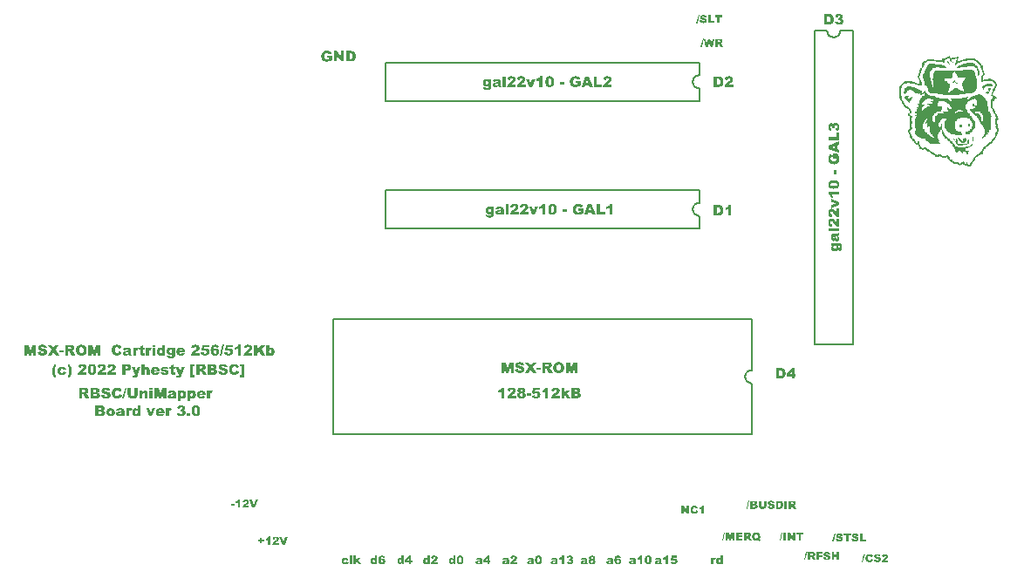
<source format=gto>
G04*
G04 #@! TF.GenerationSoftware,Altium Limited,Altium Designer,19.0.7 (175)*
G04*
G04 Layer_Color=65535*
%FSLAX25Y25*%
%MOIN*%
G70*
G01*
G75*
%ADD10C,0.00787*%
G36*
X364197Y-18995D02*
X364445D01*
Y-19243D01*
X364692D01*
Y-19491D01*
X364940D01*
Y-19243D01*
X366923D01*
Y-18995D01*
X367667D01*
Y-19243D01*
Y-19491D01*
Y-19739D01*
X367419D01*
Y-19987D01*
Y-20235D01*
Y-20483D01*
Y-20730D01*
X367915D01*
Y-20483D01*
X368410D01*
Y-20235D01*
X369154D01*
Y-19987D01*
X370393D01*
Y-19739D01*
X371385D01*
Y-19491D01*
X373615D01*
Y-19739D01*
X374111D01*
Y-19987D01*
X374359D01*
Y-20235D01*
X374855D01*
Y-20483D01*
X375102D01*
Y-20730D01*
X375350D01*
Y-20978D01*
X375598D01*
Y-21226D01*
X375846D01*
Y-21474D01*
X376094D01*
Y-21722D01*
X376342D01*
Y-21970D01*
Y-22218D01*
X376590D01*
Y-22465D01*
X376837D01*
Y-22713D01*
Y-22961D01*
Y-23209D01*
Y-23457D01*
X377085D01*
Y-23705D01*
Y-23953D01*
Y-24200D01*
X377333D01*
Y-24448D01*
Y-24696D01*
Y-24944D01*
Y-25192D01*
X377581D01*
Y-25440D01*
Y-25688D01*
Y-25935D01*
X377333D01*
Y-26183D01*
Y-26431D01*
X377085D01*
Y-26679D01*
Y-26927D01*
X376837D01*
Y-27175D01*
Y-27422D01*
Y-27670D01*
X377085D01*
Y-27918D01*
X377333D01*
Y-27670D01*
X379068D01*
Y-27422D01*
X380060D01*
Y-27670D01*
X380803D01*
Y-27918D01*
X381299D01*
Y-28166D01*
X381547D01*
Y-28414D01*
X381795D01*
Y-28662D01*
X382042D01*
Y-28910D01*
Y-29158D01*
Y-29405D01*
X382290D01*
Y-29653D01*
Y-29901D01*
Y-30149D01*
X382042D01*
Y-30397D01*
Y-30645D01*
Y-30893D01*
Y-31140D01*
X381795D01*
Y-31388D01*
Y-31636D01*
X381547D01*
Y-31884D01*
X381299D01*
Y-32132D01*
Y-32380D01*
X381051D01*
Y-32627D01*
Y-32875D01*
Y-33123D01*
X380803D01*
Y-33371D01*
Y-33619D01*
X381051D01*
Y-33867D01*
X381547D01*
Y-34115D01*
X381795D01*
Y-34362D01*
X382042D01*
Y-34610D01*
X382290D01*
Y-34858D01*
X382538D01*
Y-35106D01*
X381795D01*
Y-35354D01*
X381299D01*
Y-35602D01*
Y-35849D01*
X380555D01*
Y-36097D01*
Y-36345D01*
Y-36593D01*
Y-36841D01*
Y-37089D01*
X380803D01*
Y-37337D01*
Y-37584D01*
Y-37832D01*
Y-38080D01*
Y-38328D01*
Y-38576D01*
X381051D01*
Y-38824D01*
Y-39072D01*
X381299D01*
Y-39320D01*
Y-39567D01*
X381547D01*
Y-39815D01*
Y-40063D01*
X381795D01*
Y-40311D01*
Y-40559D01*
X382042D01*
Y-40807D01*
Y-41054D01*
X382290D01*
Y-41302D01*
Y-41550D01*
X382538D01*
Y-41798D01*
Y-42046D01*
X382786D01*
Y-42294D01*
Y-42542D01*
Y-42790D01*
X383034D01*
Y-43037D01*
X382786D01*
Y-43285D01*
X382290D01*
Y-43533D01*
Y-43781D01*
Y-44029D01*
Y-44277D01*
Y-44524D01*
X382538D01*
Y-44772D01*
Y-45020D01*
Y-45268D01*
Y-45516D01*
Y-45764D01*
Y-46012D01*
X382786D01*
Y-46259D01*
X383034D01*
Y-46507D01*
X383282D01*
Y-46755D01*
X383034D01*
Y-47003D01*
Y-47251D01*
Y-47499D01*
X382786D01*
Y-47747D01*
Y-47994D01*
X382538D01*
Y-48242D01*
Y-48490D01*
Y-48738D01*
X382290D01*
Y-48986D01*
Y-49234D01*
X382042D01*
Y-49481D01*
Y-49729D01*
Y-49977D01*
X381795D01*
Y-50225D01*
Y-50473D01*
X381547D01*
Y-50721D01*
X381299D01*
Y-50969D01*
X381051D01*
Y-51217D01*
X380803D01*
Y-51464D01*
Y-51712D01*
X380555D01*
Y-51960D01*
X380307D01*
Y-52208D01*
X379812D01*
Y-52456D01*
X379564D01*
Y-52704D01*
X379316D01*
Y-52952D01*
X379068D01*
Y-53199D01*
X378820D01*
Y-53447D01*
X378325D01*
Y-53695D01*
X378077D01*
Y-53943D01*
X377829D01*
Y-54191D01*
X377581D01*
Y-54439D01*
X377333D01*
Y-54686D01*
Y-54934D01*
X377085D01*
Y-55182D01*
Y-55430D01*
X376837D01*
Y-55678D01*
Y-55926D01*
Y-56174D01*
X376342D01*
Y-56422D01*
X375846D01*
Y-56669D01*
X375350D01*
Y-56917D01*
X375102D01*
Y-57165D01*
X374855D01*
Y-57413D01*
X374359D01*
Y-57661D01*
X374111D01*
Y-57909D01*
Y-58156D01*
X373863D01*
Y-58404D01*
Y-58652D01*
X373615D01*
Y-58900D01*
X373368D01*
Y-59148D01*
Y-59396D01*
X373120D01*
Y-59644D01*
X372872D01*
Y-59891D01*
Y-60139D01*
X372624D01*
Y-60387D01*
Y-60635D01*
X372376D01*
Y-60883D01*
X370889D01*
Y-60635D01*
X369898D01*
Y-60387D01*
X369402D01*
Y-60139D01*
X368906D01*
Y-60387D01*
X368410D01*
Y-60635D01*
X367915D01*
Y-60387D01*
X367419D01*
Y-60139D01*
X366180D01*
Y-59891D01*
X365684D01*
Y-59644D01*
X365436D01*
Y-59396D01*
X364940D01*
Y-59148D01*
X364692D01*
Y-58900D01*
X364197D01*
Y-58652D01*
X363949D01*
Y-58404D01*
X363701D01*
Y-58156D01*
Y-57909D01*
X363453D01*
Y-57661D01*
Y-57413D01*
X362958D01*
Y-57661D01*
X361223D01*
Y-57413D01*
X360727D01*
Y-57165D01*
X360479D01*
Y-56917D01*
X360231D01*
Y-57165D01*
X358744D01*
Y-56917D01*
X358496D01*
Y-56669D01*
X358000D01*
Y-56422D01*
X357753D01*
Y-56174D01*
X357257D01*
Y-55926D01*
X357009D01*
Y-55678D01*
X356513D01*
Y-55430D01*
X356018D01*
Y-55182D01*
X355770D01*
Y-54934D01*
X355274D01*
Y-54686D01*
X355026D01*
Y-54439D01*
X354283D01*
Y-54686D01*
X353539D01*
Y-54439D01*
X353043D01*
Y-54191D01*
X352796D01*
Y-53943D01*
X352548D01*
Y-53695D01*
Y-53447D01*
Y-53199D01*
X352300D01*
Y-52952D01*
Y-52704D01*
X351308D01*
Y-52456D01*
X350813D01*
Y-52208D01*
Y-51960D01*
X350565D01*
Y-51712D01*
Y-51464D01*
X350317D01*
Y-51217D01*
X350069D01*
Y-50969D01*
X349821D01*
Y-50721D01*
X349573D01*
Y-50473D01*
X349326D01*
Y-50225D01*
Y-49977D01*
X349078D01*
Y-49729D01*
Y-49481D01*
Y-49234D01*
Y-48986D01*
X348830D01*
Y-48738D01*
Y-48490D01*
X348582D01*
Y-48242D01*
Y-47994D01*
X348334D01*
Y-47747D01*
Y-47499D01*
Y-47251D01*
Y-47003D01*
X348582D01*
Y-46755D01*
X348830D01*
Y-46507D01*
X349078D01*
Y-46259D01*
Y-46012D01*
X348830D01*
Y-45764D01*
Y-45516D01*
Y-45268D01*
Y-45020D01*
Y-44772D01*
X349078D01*
Y-44524D01*
Y-44277D01*
Y-44029D01*
Y-43781D01*
X348830D01*
Y-43533D01*
Y-43285D01*
Y-43037D01*
Y-42790D01*
Y-42542D01*
Y-42294D01*
X349078D01*
Y-42046D01*
Y-41798D01*
X348582D01*
Y-41550D01*
X348334D01*
Y-41302D01*
Y-41054D01*
Y-40807D01*
X348582D01*
Y-40559D01*
X348830D01*
Y-40311D01*
Y-40063D01*
Y-39815D01*
Y-39567D01*
X348582D01*
Y-39320D01*
Y-39072D01*
X348086D01*
Y-38824D01*
X347838D01*
Y-38576D01*
X347343D01*
Y-38328D01*
X347095D01*
Y-38080D01*
X346847D01*
Y-37832D01*
X346599D01*
Y-37584D01*
Y-37337D01*
X346351D01*
Y-37089D01*
X346104D01*
Y-36841D01*
X345856D01*
Y-36593D01*
Y-36345D01*
Y-36097D01*
X345608D01*
Y-35849D01*
Y-35602D01*
X345360D01*
Y-35354D01*
Y-35106D01*
Y-34858D01*
X345112D01*
Y-34610D01*
Y-34362D01*
Y-34115D01*
Y-33867D01*
X344864D01*
Y-33619D01*
Y-33371D01*
Y-33123D01*
Y-32875D01*
Y-32627D01*
Y-32380D01*
Y-32132D01*
Y-31884D01*
Y-31636D01*
Y-31388D01*
Y-31140D01*
X345112D01*
Y-30893D01*
Y-30645D01*
Y-30397D01*
X345360D01*
Y-30149D01*
Y-29901D01*
X345608D01*
Y-29653D01*
X345856D01*
Y-29405D01*
Y-29158D01*
X346351D01*
Y-28910D01*
X346599D01*
Y-28662D01*
X347095D01*
Y-28414D01*
X349821D01*
Y-28662D01*
X350813D01*
Y-28910D01*
X351804D01*
Y-29158D01*
X352796D01*
Y-28910D01*
Y-28662D01*
Y-28414D01*
X352548D01*
Y-28166D01*
Y-27918D01*
Y-27670D01*
X352300D01*
Y-27422D01*
Y-27175D01*
Y-26927D01*
X352052D01*
Y-26679D01*
Y-26431D01*
X352300D01*
Y-26183D01*
Y-25935D01*
Y-25688D01*
Y-25440D01*
X352548D01*
Y-25192D01*
Y-24944D01*
Y-24696D01*
Y-24448D01*
X352796D01*
Y-24200D01*
Y-23953D01*
X353043D01*
Y-23705D01*
Y-23457D01*
X353291D01*
Y-23209D01*
X353539D01*
Y-22961D01*
Y-22713D01*
Y-22465D01*
Y-22218D01*
X353787D01*
Y-21970D01*
Y-21722D01*
Y-21474D01*
X354035D01*
Y-21226D01*
Y-20978D01*
X354283D01*
Y-20730D01*
X354778D01*
Y-20483D01*
X355274D01*
Y-20235D01*
X355770D01*
Y-19987D01*
X358248D01*
Y-20235D01*
X361470D01*
Y-19987D01*
Y-19739D01*
X361966D01*
Y-19491D01*
X362710D01*
Y-19243D01*
X363453D01*
Y-18995D01*
X363949D01*
Y-18748D01*
X364197D01*
Y-18995D01*
D02*
G37*
G36*
X200065Y-135768D02*
X200130D01*
X200203Y-135776D01*
X200283Y-135783D01*
X200371Y-135798D01*
X200560Y-135834D01*
X200757Y-135885D01*
X200940Y-135958D01*
X201027Y-136002D01*
X201107Y-136053D01*
X201115D01*
X201122Y-136067D01*
X201173Y-136104D01*
X201238Y-136177D01*
X201319Y-136271D01*
X201362Y-136330D01*
X201399Y-136395D01*
X201443Y-136476D01*
X201479Y-136556D01*
X201516Y-136643D01*
X201545Y-136738D01*
X201567Y-136847D01*
X201588Y-136957D01*
X200422Y-137022D01*
Y-137008D01*
X200415Y-136979D01*
X200400Y-136927D01*
X200378Y-136869D01*
X200349Y-136811D01*
X200320Y-136745D01*
X200276Y-136680D01*
X200225Y-136629D01*
X200218Y-136621D01*
X200196Y-136607D01*
X200167Y-136592D01*
X200123Y-136563D01*
X200065Y-136541D01*
X199992Y-136527D01*
X199912Y-136512D01*
X199817Y-136505D01*
X199780D01*
X199744Y-136512D01*
X199693Y-136519D01*
X199584Y-136541D01*
X199533Y-136570D01*
X199489Y-136600D01*
X199481Y-136607D01*
X199474Y-136614D01*
X199438Y-136658D01*
X199401Y-136731D01*
X199394Y-136775D01*
X199387Y-136818D01*
Y-136826D01*
Y-136833D01*
X199401Y-136876D01*
X199423Y-136935D01*
X199445Y-136964D01*
X199474Y-136993D01*
X199481D01*
X199496Y-137008D01*
X199518Y-137022D01*
X199562Y-137044D01*
X199613Y-137066D01*
X199686Y-137088D01*
X199773Y-137117D01*
X199882Y-137139D01*
X199890D01*
X199919Y-137146D01*
X199963Y-137153D01*
X200014Y-137168D01*
X200079Y-137183D01*
X200160Y-137205D01*
X200247Y-137226D01*
X200335Y-137248D01*
X200524Y-137299D01*
X200721Y-137365D01*
X200896Y-137431D01*
X200976Y-137460D01*
X201049Y-137496D01*
X201056D01*
X201063Y-137503D01*
X201107Y-137525D01*
X201166Y-137562D01*
X201246Y-137613D01*
X201326Y-137678D01*
X201413Y-137751D01*
X201494Y-137839D01*
X201559Y-137934D01*
X201567Y-137948D01*
X201581Y-137977D01*
X201610Y-138036D01*
X201639Y-138109D01*
X201669Y-138196D01*
X201698Y-138291D01*
X201712Y-138407D01*
X201720Y-138524D01*
Y-138531D01*
Y-138539D01*
Y-138560D01*
Y-138590D01*
X201705Y-138663D01*
X201690Y-138757D01*
X201669Y-138867D01*
X201625Y-138991D01*
X201574Y-139114D01*
X201501Y-139239D01*
X201494Y-139253D01*
X201464Y-139289D01*
X201413Y-139348D01*
X201348Y-139421D01*
X201260Y-139501D01*
X201158Y-139581D01*
X201042Y-139654D01*
X200903Y-139727D01*
X200896D01*
X200888Y-139734D01*
X200867Y-139742D01*
X200837Y-139749D01*
X200801Y-139763D01*
X200750Y-139778D01*
X200699Y-139793D01*
X200641Y-139807D01*
X200502Y-139836D01*
X200335Y-139865D01*
X200152Y-139880D01*
X199941Y-139887D01*
X199846D01*
X199773Y-139880D01*
X199693Y-139873D01*
X199598Y-139865D01*
X199496Y-139858D01*
X199380Y-139836D01*
X199146Y-139793D01*
X198913Y-139727D01*
X198804Y-139683D01*
X198702Y-139625D01*
X198607Y-139567D01*
X198527Y-139501D01*
X198519Y-139494D01*
X198512Y-139479D01*
X198490Y-139457D01*
X198468Y-139428D01*
X198439Y-139392D01*
X198403Y-139348D01*
X198366Y-139289D01*
X198330Y-139231D01*
X198249Y-139085D01*
X198177Y-138910D01*
X198126Y-138721D01*
X198104Y-138611D01*
X198089Y-138502D01*
X199263Y-138422D01*
Y-138437D01*
X199270Y-138473D01*
X199277Y-138524D01*
X199299Y-138582D01*
X199343Y-138728D01*
X199380Y-138801D01*
X199416Y-138859D01*
X199423Y-138867D01*
X199452Y-138896D01*
X199496Y-138932D01*
X199554Y-138976D01*
X199635Y-139027D01*
X199729Y-139064D01*
X199839Y-139093D01*
X199963Y-139100D01*
X200006D01*
X200050Y-139093D01*
X200116Y-139085D01*
X200181Y-139071D01*
X200247Y-139049D01*
X200313Y-139020D01*
X200371Y-138983D01*
X200378Y-138976D01*
X200393Y-138961D01*
X200415Y-138932D01*
X200444Y-138903D01*
X200473Y-138859D01*
X200495Y-138808D01*
X200509Y-138750D01*
X200517Y-138692D01*
Y-138684D01*
Y-138663D01*
X200509Y-138633D01*
X200502Y-138597D01*
X200480Y-138553D01*
X200458Y-138510D01*
X200422Y-138458D01*
X200378Y-138415D01*
X200371Y-138407D01*
X200349Y-138393D01*
X200305Y-138371D01*
X200247Y-138342D01*
X200160Y-138305D01*
X200050Y-138262D01*
X199985Y-138240D01*
X199912Y-138225D01*
X199831Y-138203D01*
X199744Y-138181D01*
X199737D01*
X199707Y-138174D01*
X199664Y-138160D01*
X199613Y-138152D01*
X199547Y-138130D01*
X199467Y-138109D01*
X199387Y-138087D01*
X199299Y-138057D01*
X199102Y-137985D01*
X198913Y-137904D01*
X198738Y-137810D01*
X198658Y-137759D01*
X198585Y-137700D01*
Y-137693D01*
X198570Y-137686D01*
X198534Y-137649D01*
X198476Y-137584D01*
X198417Y-137489D01*
X198352Y-137380D01*
X198293Y-137248D01*
X198257Y-137102D01*
X198249Y-137022D01*
X198242Y-136935D01*
Y-136927D01*
Y-136920D01*
Y-136884D01*
X198249Y-136818D01*
X198264Y-136745D01*
X198286Y-136658D01*
X198315Y-136556D01*
X198359Y-136454D01*
X198417Y-136352D01*
X198424Y-136337D01*
X198454Y-136308D01*
X198497Y-136257D01*
X198556Y-136191D01*
X198629Y-136126D01*
X198723Y-136053D01*
X198833Y-135987D01*
X198957Y-135922D01*
X198964D01*
X198971Y-135914D01*
X198993Y-135907D01*
X199022Y-135900D01*
X199059Y-135885D01*
X199102Y-135871D01*
X199153Y-135856D01*
X199212Y-135841D01*
X199277Y-135827D01*
X199358Y-135812D01*
X199525Y-135783D01*
X199722Y-135768D01*
X199941Y-135761D01*
X200014D01*
X200065Y-135768D01*
D02*
G37*
G36*
X204920Y-137766D02*
X206283Y-139822D01*
X204898D01*
X204103Y-138539D01*
X203316Y-139822D01*
X201938D01*
X203316Y-137744D01*
X202062Y-135827D01*
X203425D01*
X204125Y-137059D01*
X204818Y-135827D01*
X206167D01*
X204920Y-137766D01*
D02*
G37*
G36*
X222022Y-139822D02*
X221009D01*
Y-136775D01*
X220229Y-139822D01*
X219310D01*
X218538Y-136775D01*
Y-139822D01*
X217524D01*
Y-135827D01*
X219150D01*
X219770Y-138262D01*
X220397Y-135827D01*
X222022D01*
Y-139822D01*
D02*
G37*
G36*
X197520D02*
X196507D01*
Y-136775D01*
X195727Y-139822D01*
X194809D01*
X194036Y-136775D01*
Y-139822D01*
X193023D01*
Y-135827D01*
X194648D01*
X195268Y-138262D01*
X195895Y-135827D01*
X197520D01*
Y-139822D01*
D02*
G37*
G36*
X208011Y-138794D02*
X206400D01*
Y-137934D01*
X208011D01*
Y-138794D01*
D02*
G37*
G36*
X210810Y-135834D02*
X210941Y-135841D01*
X211080Y-135849D01*
X211226Y-135871D01*
X211364Y-135892D01*
X211488Y-135929D01*
X211503Y-135936D01*
X211539Y-135951D01*
X211597Y-135973D01*
X211663Y-136009D01*
X211743Y-136060D01*
X211824Y-136126D01*
X211904Y-136198D01*
X211977Y-136293D01*
X211984Y-136308D01*
X212006Y-136337D01*
X212035Y-136395D01*
X212071Y-136476D01*
X212108Y-136570D01*
X212137Y-136680D01*
X212159Y-136804D01*
X212166Y-136942D01*
Y-136957D01*
Y-137000D01*
X212159Y-137059D01*
X212152Y-137139D01*
X212130Y-137226D01*
X212108Y-137321D01*
X212071Y-137423D01*
X212020Y-137518D01*
X212013Y-137525D01*
X211999Y-137555D01*
X211962Y-137598D01*
X211918Y-137656D01*
X211860Y-137715D01*
X211794Y-137780D01*
X211714Y-137846D01*
X211627Y-137904D01*
X211619Y-137912D01*
X211597Y-137919D01*
X211561Y-137941D01*
X211517Y-137963D01*
X211452Y-137985D01*
X211379Y-138014D01*
X211291Y-138036D01*
X211197Y-138065D01*
X211204D01*
X211233Y-138079D01*
X211269Y-138094D01*
X211320Y-138109D01*
X211423Y-138160D01*
X211474Y-138181D01*
X211517Y-138211D01*
X211532Y-138218D01*
X211546Y-138232D01*
X211568Y-138254D01*
X211597Y-138284D01*
X211627Y-138320D01*
X211670Y-138364D01*
X211714Y-138422D01*
X211721Y-138429D01*
X211736Y-138451D01*
X211758Y-138480D01*
X211787Y-138510D01*
X211845Y-138597D01*
X211867Y-138633D01*
X211889Y-138670D01*
X212494Y-139822D01*
X211094D01*
X210431Y-138604D01*
X210424Y-138597D01*
X210409Y-138568D01*
X210387Y-138524D01*
X210358Y-138480D01*
X210285Y-138378D01*
X210242Y-138335D01*
X210205Y-138298D01*
X210198Y-138291D01*
X210183Y-138284D01*
X210154Y-138269D01*
X210118Y-138247D01*
X210074Y-138232D01*
X210023Y-138218D01*
X209965Y-138211D01*
X209899Y-138203D01*
X209797D01*
Y-139822D01*
X208558D01*
Y-135827D01*
X210759D01*
X210810Y-135834D01*
D02*
G37*
G36*
X214958Y-135768D02*
X215046Y-135776D01*
X215141Y-135790D01*
X215250Y-135805D01*
X215359Y-135827D01*
X215483Y-135856D01*
X215607Y-135892D01*
X215738Y-135936D01*
X215862Y-135987D01*
X215986Y-136053D01*
X216110Y-136126D01*
X216219Y-136206D01*
X216329Y-136301D01*
X216336Y-136308D01*
X216351Y-136322D01*
X216380Y-136359D01*
X216416Y-136395D01*
X216453Y-136454D01*
X216504Y-136519D01*
X216555Y-136600D01*
X216606Y-136687D01*
X216657Y-136789D01*
X216701Y-136898D01*
X216752Y-137022D01*
X216788Y-137153D01*
X216825Y-137299D01*
X216854Y-137452D01*
X216868Y-137620D01*
X216876Y-137795D01*
Y-137802D01*
Y-137824D01*
Y-137861D01*
Y-137912D01*
X216868Y-137970D01*
X216861Y-138043D01*
X216854Y-138116D01*
X216846Y-138203D01*
X216817Y-138385D01*
X216773Y-138575D01*
X216715Y-138765D01*
X216635Y-138947D01*
Y-138954D01*
X216628Y-138969D01*
X216613Y-138991D01*
X216591Y-139020D01*
X216540Y-139100D01*
X216460Y-139202D01*
X216365Y-139311D01*
X216248Y-139428D01*
X216117Y-139537D01*
X215957Y-139639D01*
X215950D01*
X215935Y-139647D01*
X215913Y-139661D01*
X215877Y-139676D01*
X215833Y-139698D01*
X215782Y-139720D01*
X215724Y-139742D01*
X215651Y-139763D01*
X215571Y-139785D01*
X215490Y-139807D01*
X215301Y-139851D01*
X215082Y-139880D01*
X214842Y-139887D01*
X214732D01*
X214674Y-139880D01*
X214608Y-139873D01*
X214535D01*
X214448Y-139858D01*
X214273Y-139836D01*
X214091Y-139800D01*
X213901Y-139749D01*
X213726Y-139676D01*
X213719D01*
X213704Y-139669D01*
X213683Y-139654D01*
X213653Y-139632D01*
X213573Y-139581D01*
X213471Y-139508D01*
X213354Y-139421D01*
X213238Y-139297D01*
X213114Y-139158D01*
X213004Y-138998D01*
Y-138991D01*
X212990Y-138976D01*
X212983Y-138947D01*
X212961Y-138910D01*
X212939Y-138867D01*
X212917Y-138816D01*
X212895Y-138750D01*
X212873Y-138677D01*
X212844Y-138597D01*
X212822Y-138510D01*
X212800Y-138415D01*
X212778Y-138305D01*
X212749Y-138079D01*
X212735Y-137831D01*
Y-137817D01*
Y-137788D01*
X212742Y-137737D01*
Y-137671D01*
X212749Y-137591D01*
X212764Y-137496D01*
X212778Y-137387D01*
X212800Y-137277D01*
X212829Y-137153D01*
X212866Y-137030D01*
X212910Y-136906D01*
X212961Y-136775D01*
X213026Y-136651D01*
X213099Y-136527D01*
X213179Y-136417D01*
X213274Y-136308D01*
X213281Y-136301D01*
X213303Y-136286D01*
X213333Y-136257D01*
X213376Y-136220D01*
X213435Y-136184D01*
X213500Y-136133D01*
X213580Y-136082D01*
X213668Y-136031D01*
X213770Y-135980D01*
X213887Y-135936D01*
X214011Y-135885D01*
X214149Y-135849D01*
X214295Y-135812D01*
X214455Y-135783D01*
X214623Y-135768D01*
X214798Y-135761D01*
X214893D01*
X214958Y-135768D01*
D02*
G37*
G36*
X204184Y-148513D02*
X202572D01*
Y-147653D01*
X204184D01*
Y-148513D01*
D02*
G37*
G36*
X207625Y-146435D02*
X205831D01*
X205736Y-147033D01*
X205744Y-147026D01*
X205766Y-147018D01*
X205809Y-147004D01*
X205853Y-146982D01*
X205911Y-146960D01*
X205977Y-146938D01*
X206108Y-146902D01*
X206116D01*
X206137Y-146894D01*
X206174Y-146887D01*
X206225Y-146880D01*
X206276Y-146873D01*
X206334Y-146865D01*
X206465Y-146858D01*
X206524D01*
X206567Y-146865D01*
X206618D01*
X206677Y-146880D01*
X206808Y-146902D01*
X206968Y-146946D01*
X207129Y-147011D01*
X207209Y-147055D01*
X207289Y-147099D01*
X207362Y-147157D01*
X207435Y-147222D01*
X207442Y-147230D01*
X207450Y-147237D01*
X207471Y-147259D01*
X207493Y-147288D01*
X207522Y-147325D01*
X207552Y-147368D01*
X207625Y-147470D01*
X207697Y-147601D01*
X207756Y-147762D01*
X207799Y-147937D01*
X207807Y-148032D01*
X207814Y-148134D01*
Y-148141D01*
Y-148148D01*
Y-148170D01*
Y-148199D01*
X207807Y-148272D01*
X207792Y-148374D01*
X207763Y-148484D01*
X207734Y-148608D01*
X207683Y-148746D01*
X207617Y-148877D01*
Y-148885D01*
X207610Y-148892D01*
X207581Y-148936D01*
X207537Y-149001D01*
X207479Y-149081D01*
X207399Y-149169D01*
X207304Y-149256D01*
X207194Y-149344D01*
X207070Y-149424D01*
X207063D01*
X207056Y-149431D01*
X207034Y-149439D01*
X207005Y-149453D01*
X206976Y-149468D01*
X206932Y-149482D01*
X206830Y-149512D01*
X206699Y-149548D01*
X206538Y-149577D01*
X206363Y-149599D01*
X206167Y-149606D01*
X206101D01*
X206028Y-149599D01*
X205933D01*
X205831Y-149592D01*
X205715Y-149577D01*
X205598Y-149555D01*
X205488Y-149533D01*
X205474Y-149526D01*
X205445Y-149519D01*
X205394Y-149504D01*
X205328Y-149475D01*
X205248Y-149446D01*
X205168Y-149409D01*
X205007Y-149315D01*
X205000Y-149307D01*
X204978Y-149285D01*
X204942Y-149256D01*
X204891Y-149213D01*
X204840Y-149169D01*
X204789Y-149111D01*
X204687Y-148979D01*
X204679Y-148972D01*
X204665Y-148943D01*
X204643Y-148907D01*
X204621Y-148848D01*
X204585Y-148783D01*
X204555Y-148702D01*
X204519Y-148608D01*
X204490Y-148505D01*
X205612Y-148382D01*
Y-148396D01*
X205620Y-148425D01*
X205634Y-148476D01*
X205649Y-148535D01*
X205671Y-148600D01*
X205707Y-148666D01*
X205744Y-148732D01*
X205795Y-148790D01*
X205802Y-148797D01*
X205824Y-148812D01*
X205853Y-148834D01*
X205897Y-148855D01*
X205948Y-148885D01*
X206013Y-148907D01*
X206086Y-148921D01*
X206159Y-148928D01*
X206196D01*
X206239Y-148921D01*
X206298Y-148907D01*
X206356Y-148885D01*
X206422Y-148855D01*
X206487Y-148812D01*
X206546Y-148753D01*
X206553Y-148746D01*
X206567Y-148717D01*
X206597Y-148680D01*
X206626Y-148622D01*
X206648Y-148549D01*
X206677Y-148462D01*
X206691Y-148360D01*
X206699Y-148236D01*
Y-148229D01*
Y-148221D01*
Y-148178D01*
X206691Y-148112D01*
X206677Y-148039D01*
X206662Y-147951D01*
X206633Y-147864D01*
X206597Y-147784D01*
X206546Y-147711D01*
X206538Y-147704D01*
X206516Y-147682D01*
X206487Y-147660D01*
X206436Y-147623D01*
X206378Y-147594D01*
X206312Y-147572D01*
X206225Y-147550D01*
X206137Y-147543D01*
X206108D01*
X206079Y-147550D01*
X206035D01*
X205941Y-147580D01*
X205882Y-147594D01*
X205824Y-147623D01*
X205817D01*
X205802Y-147638D01*
X205780Y-147653D01*
X205751Y-147675D01*
X205715Y-147704D01*
X205671Y-147740D01*
X205627Y-147784D01*
X205576Y-147835D01*
X204636Y-147696D01*
X204985Y-145546D01*
X207625D01*
Y-146435D01*
D02*
G37*
G36*
X222022Y-145553D02*
X222073D01*
X222124Y-145560D01*
X222255Y-145582D01*
X222401Y-145619D01*
X222547Y-145670D01*
X222686Y-145743D01*
X222817Y-145837D01*
X222824D01*
X222831Y-145852D01*
X222868Y-145888D01*
X222919Y-145947D01*
X222977Y-146034D01*
X223028Y-146136D01*
X223079Y-146253D01*
X223116Y-146391D01*
X223130Y-146464D01*
Y-146545D01*
Y-146552D01*
Y-146559D01*
Y-146603D01*
X223116Y-146668D01*
X223101Y-146749D01*
X223072Y-146843D01*
X223036Y-146946D01*
X222977Y-147047D01*
X222904Y-147150D01*
X222897Y-147157D01*
X222875Y-147179D01*
X222846Y-147208D01*
X222795Y-147244D01*
X222737Y-147288D01*
X222664Y-147332D01*
X222576Y-147376D01*
X222474Y-147419D01*
X222481D01*
X222496Y-147427D01*
X222518D01*
X222547Y-147441D01*
X222620Y-147463D01*
X222715Y-147500D01*
X222817Y-147550D01*
X222926Y-147616D01*
X223021Y-147689D01*
X223108Y-147776D01*
X223116Y-147791D01*
X223138Y-147820D01*
X223174Y-147879D01*
X223211Y-147951D01*
X223247Y-148039D01*
X223283Y-148148D01*
X223305Y-148272D01*
X223313Y-148411D01*
Y-148425D01*
Y-148462D01*
X223305Y-148520D01*
X223298Y-148593D01*
X223276Y-148680D01*
X223254Y-148775D01*
X223218Y-148870D01*
X223167Y-148965D01*
X223160Y-148972D01*
X223138Y-149009D01*
X223108Y-149052D01*
X223065Y-149103D01*
X223006Y-149169D01*
X222934Y-149234D01*
X222853Y-149300D01*
X222766Y-149358D01*
X222759D01*
X222737Y-149373D01*
X222700Y-149388D01*
X222649Y-149409D01*
X222584Y-149431D01*
X222503Y-149453D01*
X222409Y-149468D01*
X222299Y-149490D01*
X222285D01*
X222263Y-149497D01*
X222234D01*
X222161Y-149504D01*
X222073Y-149512D01*
X221978Y-149526D01*
X221891Y-149533D01*
X221811Y-149541D01*
X219617D01*
Y-145546D01*
X221986D01*
X222022Y-145553D01*
D02*
G37*
G36*
X216956Y-147601D02*
X217779Y-146647D01*
X219150D01*
X218108Y-147667D01*
X219208Y-149541D01*
X217954D01*
X217364Y-148389D01*
X216956Y-148790D01*
Y-149541D01*
X215818D01*
Y-145546D01*
X216956D01*
Y-147601D01*
D02*
G37*
G36*
X213741Y-145487D02*
X213799D01*
X213930Y-145495D01*
X214076Y-145517D01*
X214229Y-145538D01*
X214375Y-145575D01*
X214506Y-145619D01*
X214513D01*
X214521Y-145626D01*
X214557Y-145641D01*
X214623Y-145677D01*
X214696Y-145721D01*
X214776Y-145779D01*
X214863Y-145845D01*
X214951Y-145932D01*
X215024Y-146027D01*
X215031Y-146042D01*
X215053Y-146078D01*
X215082Y-146129D01*
X215119Y-146209D01*
X215155Y-146297D01*
X215184Y-146406D01*
X215206Y-146523D01*
X215213Y-146647D01*
Y-146654D01*
Y-146661D01*
Y-146683D01*
Y-146705D01*
X215199Y-146778D01*
X215184Y-146873D01*
X215162Y-146975D01*
X215119Y-147099D01*
X215068Y-147222D01*
X214995Y-147346D01*
X214987Y-147361D01*
X214951Y-147405D01*
X214900Y-147470D01*
X214820Y-147558D01*
X214710Y-147667D01*
X214645Y-147725D01*
X214579Y-147791D01*
X214499Y-147857D01*
X214411Y-147930D01*
X214317Y-148003D01*
X214215Y-148075D01*
X214200Y-148083D01*
X214164Y-148112D01*
X214105Y-148156D01*
X214032Y-148207D01*
X213960Y-148258D01*
X213879Y-148309D01*
X213814Y-148360D01*
X213763Y-148403D01*
X213755Y-148411D01*
X213741Y-148418D01*
X213719Y-148440D01*
X213690Y-148462D01*
X213610Y-148542D01*
X213500Y-148637D01*
X215243D01*
Y-149541D01*
X211904D01*
Y-149533D01*
Y-149519D01*
X211911Y-149490D01*
X211918Y-149460D01*
X211926Y-149417D01*
X211933Y-149366D01*
X211969Y-149242D01*
X212013Y-149103D01*
X212071Y-148950D01*
X212152Y-148783D01*
X212246Y-148622D01*
X212254Y-148615D01*
X212261Y-148600D01*
X212276Y-148578D01*
X212305Y-148542D01*
X212341Y-148505D01*
X212378Y-148454D01*
X212436Y-148396D01*
X212494Y-148330D01*
X212560Y-148258D01*
X212640Y-148178D01*
X212727Y-148097D01*
X212829Y-148003D01*
X212939Y-147908D01*
X213063Y-147806D01*
X213194Y-147704D01*
X213340Y-147594D01*
X213347Y-147587D01*
X213362Y-147580D01*
X213384Y-147558D01*
X213420Y-147536D01*
X213500Y-147470D01*
X213602Y-147390D01*
X213704Y-147295D01*
X213814Y-147208D01*
X213901Y-147120D01*
X213938Y-147077D01*
X213967Y-147040D01*
X213974Y-147033D01*
X213989Y-147011D01*
X214011Y-146975D01*
X214040Y-146924D01*
X214061Y-146873D01*
X214083Y-146807D01*
X214098Y-146749D01*
X214105Y-146683D01*
Y-146676D01*
Y-146654D01*
X214098Y-146617D01*
X214091Y-146574D01*
X214069Y-146523D01*
X214047Y-146472D01*
X214011Y-146421D01*
X213967Y-146370D01*
X213960Y-146362D01*
X213945Y-146348D01*
X213916Y-146326D01*
X213872Y-146304D01*
X213821Y-146282D01*
X213763Y-146260D01*
X213697Y-146246D01*
X213624Y-146238D01*
X213588D01*
X213551Y-146246D01*
X213500Y-146253D01*
X213449Y-146275D01*
X213391Y-146297D01*
X213333Y-146333D01*
X213274Y-146377D01*
X213267Y-146384D01*
X213252Y-146399D01*
X213230Y-146435D01*
X213201Y-146486D01*
X213172Y-146552D01*
X213143Y-146632D01*
X213121Y-146727D01*
X213099Y-146843D01*
X211984Y-146756D01*
Y-146749D01*
Y-146734D01*
X211991Y-146712D01*
X211999Y-146676D01*
X212013Y-146596D01*
X212035Y-146486D01*
X212071Y-146370D01*
X212108Y-146253D01*
X212159Y-146136D01*
X212217Y-146027D01*
X212225Y-146012D01*
X212246Y-145983D01*
X212290Y-145939D01*
X212348Y-145881D01*
X212414Y-145816D01*
X212502Y-145750D01*
X212596Y-145684D01*
X212713Y-145626D01*
X212720D01*
X212727Y-145619D01*
X212771Y-145604D01*
X212844Y-145582D01*
X212946Y-145553D01*
X213070Y-145524D01*
X213223Y-145502D01*
X213398Y-145487D01*
X213595Y-145480D01*
X213690D01*
X213741Y-145487D01*
D02*
G37*
G36*
X210781Y-149541D02*
X209658D01*
Y-146887D01*
X209644Y-146894D01*
X209615Y-146924D01*
X209556Y-146960D01*
X209491Y-147011D01*
X209411Y-147062D01*
X209316Y-147120D01*
X209221Y-147179D01*
X209126Y-147230D01*
X209112Y-147237D01*
X209083Y-147252D01*
X209024Y-147274D01*
X208951Y-147303D01*
X208857Y-147339D01*
X208754Y-147383D01*
X208630Y-147419D01*
X208492Y-147463D01*
Y-146559D01*
X208499D01*
X208514Y-146552D01*
X208543Y-146537D01*
X208587Y-146530D01*
X208630Y-146508D01*
X208689Y-146486D01*
X208813Y-146435D01*
X208951Y-146370D01*
X209097Y-146297D01*
X209243Y-146216D01*
X209367Y-146122D01*
X209374D01*
X209381Y-146107D01*
X209418Y-146078D01*
X209476Y-146020D01*
X209549Y-145939D01*
X209629Y-145852D01*
X209709Y-145743D01*
X209790Y-145619D01*
X209862Y-145480D01*
X210781D01*
Y-149541D01*
D02*
G37*
G36*
X196981Y-145487D02*
X197039D01*
X197171Y-145495D01*
X197316Y-145517D01*
X197469Y-145538D01*
X197615Y-145575D01*
X197747Y-145619D01*
X197754D01*
X197761Y-145626D01*
X197798Y-145641D01*
X197863Y-145677D01*
X197936Y-145721D01*
X198016Y-145779D01*
X198104Y-145845D01*
X198191Y-145932D01*
X198264Y-146027D01*
X198271Y-146042D01*
X198293Y-146078D01*
X198322Y-146129D01*
X198359Y-146209D01*
X198395Y-146297D01*
X198424Y-146406D01*
X198446Y-146523D01*
X198454Y-146647D01*
Y-146654D01*
Y-146661D01*
Y-146683D01*
Y-146705D01*
X198439Y-146778D01*
X198424Y-146873D01*
X198403Y-146975D01*
X198359Y-147099D01*
X198308Y-147222D01*
X198235Y-147346D01*
X198228Y-147361D01*
X198191Y-147405D01*
X198140Y-147470D01*
X198060Y-147558D01*
X197951Y-147667D01*
X197885Y-147725D01*
X197819Y-147791D01*
X197739Y-147857D01*
X197652Y-147930D01*
X197557Y-148003D01*
X197455Y-148075D01*
X197440Y-148083D01*
X197404Y-148112D01*
X197346Y-148156D01*
X197273Y-148207D01*
X197200Y-148258D01*
X197120Y-148309D01*
X197054Y-148360D01*
X197003Y-148403D01*
X196996Y-148411D01*
X196981Y-148418D01*
X196959Y-148440D01*
X196930Y-148462D01*
X196850Y-148542D01*
X196740Y-148637D01*
X198483D01*
Y-149541D01*
X195144D01*
Y-149533D01*
Y-149519D01*
X195151Y-149490D01*
X195159Y-149460D01*
X195166Y-149417D01*
X195173Y-149366D01*
X195210Y-149242D01*
X195253Y-149103D01*
X195312Y-148950D01*
X195392Y-148783D01*
X195487Y-148622D01*
X195494Y-148615D01*
X195501Y-148600D01*
X195516Y-148578D01*
X195545Y-148542D01*
X195581Y-148505D01*
X195618Y-148454D01*
X195676Y-148396D01*
X195735Y-148330D01*
X195800Y-148258D01*
X195880Y-148178D01*
X195968Y-148097D01*
X196070Y-148003D01*
X196179Y-147908D01*
X196303Y-147806D01*
X196434Y-147704D01*
X196580Y-147594D01*
X196587Y-147587D01*
X196602Y-147580D01*
X196624Y-147558D01*
X196660Y-147536D01*
X196740Y-147470D01*
X196843Y-147390D01*
X196945Y-147295D01*
X197054Y-147208D01*
X197142Y-147120D01*
X197178Y-147077D01*
X197207Y-147040D01*
X197214Y-147033D01*
X197229Y-147011D01*
X197251Y-146975D01*
X197280Y-146924D01*
X197302Y-146873D01*
X197324Y-146807D01*
X197338Y-146749D01*
X197346Y-146683D01*
Y-146676D01*
Y-146654D01*
X197338Y-146617D01*
X197331Y-146574D01*
X197309Y-146523D01*
X197287Y-146472D01*
X197251Y-146421D01*
X197207Y-146370D01*
X197200Y-146362D01*
X197185Y-146348D01*
X197156Y-146326D01*
X197112Y-146304D01*
X197061Y-146282D01*
X197003Y-146260D01*
X196937Y-146246D01*
X196864Y-146238D01*
X196828D01*
X196792Y-146246D01*
X196740Y-146253D01*
X196689Y-146275D01*
X196631Y-146297D01*
X196573Y-146333D01*
X196514Y-146377D01*
X196507Y-146384D01*
X196493Y-146399D01*
X196471Y-146435D01*
X196442Y-146486D01*
X196413Y-146552D01*
X196383Y-146632D01*
X196361Y-146727D01*
X196340Y-146843D01*
X195224Y-146756D01*
Y-146749D01*
Y-146734D01*
X195231Y-146712D01*
X195239Y-146676D01*
X195253Y-146596D01*
X195275Y-146486D01*
X195312Y-146370D01*
X195348Y-146253D01*
X195399Y-146136D01*
X195457Y-146027D01*
X195465Y-146012D01*
X195487Y-145983D01*
X195530Y-145939D01*
X195589Y-145881D01*
X195654Y-145816D01*
X195742Y-145750D01*
X195837Y-145684D01*
X195953Y-145626D01*
X195960D01*
X195968Y-145619D01*
X196011Y-145604D01*
X196084Y-145582D01*
X196186Y-145553D01*
X196310Y-145524D01*
X196464Y-145502D01*
X196638Y-145487D01*
X196835Y-145480D01*
X196930D01*
X196981Y-145487D01*
D02*
G37*
G36*
X194021Y-149541D02*
X192899D01*
Y-146887D01*
X192884Y-146894D01*
X192855Y-146924D01*
X192797Y-146960D01*
X192731Y-147011D01*
X192651Y-147062D01*
X192556Y-147120D01*
X192461Y-147179D01*
X192367Y-147230D01*
X192352Y-147237D01*
X192323Y-147252D01*
X192264Y-147274D01*
X192192Y-147303D01*
X192097Y-147339D01*
X191995Y-147383D01*
X191871Y-147419D01*
X191732Y-147463D01*
Y-146559D01*
X191740D01*
X191754Y-146552D01*
X191783Y-146537D01*
X191827Y-146530D01*
X191871Y-146508D01*
X191929Y-146486D01*
X192053Y-146435D01*
X192192Y-146370D01*
X192337Y-146297D01*
X192483Y-146216D01*
X192607Y-146122D01*
X192614D01*
X192622Y-146107D01*
X192658Y-146078D01*
X192716Y-146020D01*
X192789Y-145939D01*
X192869Y-145852D01*
X192950Y-145743D01*
X193030Y-145619D01*
X193103Y-145480D01*
X194021D01*
Y-149541D01*
D02*
G37*
G36*
X200648Y-145487D02*
X200714D01*
X200794Y-145495D01*
X200874Y-145502D01*
X200969Y-145517D01*
X201158Y-145553D01*
X201355Y-145611D01*
X201545Y-145684D01*
X201625Y-145735D01*
X201705Y-145786D01*
X201712D01*
X201720Y-145801D01*
X201763Y-145845D01*
X201829Y-145910D01*
X201902Y-145998D01*
X201967Y-146107D01*
X202033Y-146238D01*
X202077Y-146384D01*
X202084Y-146464D01*
X202091Y-146552D01*
Y-146566D01*
Y-146596D01*
X202084Y-146647D01*
X202069Y-146712D01*
X202055Y-146792D01*
X202026Y-146880D01*
X201989Y-146967D01*
X201938Y-147055D01*
X201931Y-147062D01*
X201916Y-147084D01*
X201887Y-147120D01*
X201851Y-147164D01*
X201800Y-147215D01*
X201734Y-147266D01*
X201661Y-147332D01*
X201574Y-147390D01*
X201581D01*
X201588Y-147397D01*
X201625Y-147419D01*
X201683Y-147456D01*
X201756Y-147500D01*
X201836Y-147558D01*
X201916Y-147631D01*
X201997Y-147711D01*
X202062Y-147806D01*
X202069Y-147820D01*
X202084Y-147849D01*
X202113Y-147900D01*
X202142Y-147973D01*
X202172Y-148054D01*
X202201Y-148156D01*
X202215Y-148258D01*
X202223Y-148374D01*
Y-148389D01*
Y-148425D01*
X202215Y-148484D01*
X202208Y-148556D01*
X202186Y-148644D01*
X202164Y-148739D01*
X202128Y-148834D01*
X202084Y-148936D01*
X202077Y-148950D01*
X202062Y-148979D01*
X202033Y-149023D01*
X201989Y-149081D01*
X201938Y-149147D01*
X201880Y-149213D01*
X201814Y-149278D01*
X201742Y-149337D01*
X201734Y-149344D01*
X201705Y-149358D01*
X201661Y-149380D01*
X201603Y-149417D01*
X201530Y-149446D01*
X201450Y-149482D01*
X201348Y-149512D01*
X201238Y-149541D01*
X201224D01*
X201187Y-149548D01*
X201129Y-149563D01*
X201049Y-149570D01*
X200954Y-149584D01*
X200845Y-149599D01*
X200728Y-149606D01*
X200502D01*
X200444Y-149599D01*
X200385D01*
X200247Y-149584D01*
X200087Y-149570D01*
X199926Y-149548D01*
X199766Y-149512D01*
X199627Y-149460D01*
X199613Y-149453D01*
X199569Y-149431D01*
X199511Y-149395D01*
X199438Y-149344D01*
X199358Y-149285D01*
X199270Y-149205D01*
X199190Y-149118D01*
X199117Y-149016D01*
X199110Y-149001D01*
X199088Y-148965D01*
X199066Y-148907D01*
X199037Y-148826D01*
X199000Y-148732D01*
X198978Y-148622D01*
X198957Y-148498D01*
X198949Y-148367D01*
Y-148360D01*
Y-148352D01*
Y-148309D01*
X198957Y-148243D01*
X198971Y-148156D01*
X198986Y-148061D01*
X199015Y-147966D01*
X199059Y-147864D01*
X199110Y-147769D01*
X199117Y-147755D01*
X199139Y-147725D01*
X199175Y-147682D01*
X199234Y-147631D01*
X199307Y-147565D01*
X199387Y-147507D01*
X199496Y-147441D01*
X199613Y-147390D01*
X199598Y-147383D01*
X199569Y-147368D01*
X199525Y-147339D01*
X199467Y-147303D01*
X199409Y-147252D01*
X199343Y-147201D01*
X199285Y-147142D01*
X199234Y-147084D01*
X199226Y-147077D01*
X199212Y-147040D01*
X199183Y-146996D01*
X199153Y-146931D01*
X199124Y-146851D01*
X199095Y-146756D01*
X199081Y-146654D01*
X199073Y-146545D01*
Y-146537D01*
Y-146523D01*
Y-146493D01*
X199081Y-146464D01*
X199088Y-146421D01*
X199095Y-146370D01*
X199132Y-146253D01*
X199190Y-146129D01*
X199226Y-146056D01*
X199270Y-145991D01*
X199321Y-145925D01*
X199387Y-145852D01*
X199460Y-145786D01*
X199540Y-145728D01*
X199547D01*
X199554Y-145721D01*
X199576Y-145706D01*
X199606Y-145692D01*
X199642Y-145670D01*
X199693Y-145648D01*
X199744Y-145626D01*
X199802Y-145604D01*
X199941Y-145560D01*
X200109Y-145517D01*
X200298Y-145487D01*
X200517Y-145480D01*
X200597D01*
X200648Y-145487D01*
D02*
G37*
G36*
X273785Y-15157D02*
X272873D01*
X272349Y-13274D01*
X271825Y-15157D01*
X270918D01*
X270257Y-12165D01*
X271131D01*
X271448Y-13836D01*
X271912Y-12165D01*
X272785D01*
X273250Y-13842D01*
X273566Y-12165D01*
X274445D01*
X273785Y-15157D01*
D02*
G37*
G36*
X276444Y-12171D02*
X276542Y-12176D01*
X276646Y-12182D01*
X276755Y-12198D01*
X276859Y-12214D01*
X276951Y-12242D01*
X276962Y-12247D01*
X276990Y-12258D01*
X277033Y-12275D01*
X277082Y-12302D01*
X277143Y-12340D01*
X277203Y-12389D01*
X277263Y-12444D01*
X277317Y-12515D01*
X277323Y-12526D01*
X277339Y-12548D01*
X277361Y-12591D01*
X277388Y-12651D01*
X277415Y-12722D01*
X277437Y-12804D01*
X277454Y-12897D01*
X277459Y-13001D01*
Y-13012D01*
Y-13045D01*
X277454Y-13088D01*
X277448Y-13148D01*
X277432Y-13214D01*
X277415Y-13285D01*
X277388Y-13361D01*
X277350Y-13432D01*
X277344Y-13438D01*
X277334Y-13459D01*
X277306Y-13492D01*
X277274Y-13536D01*
X277230Y-13579D01*
X277181Y-13629D01*
X277121Y-13678D01*
X277055Y-13722D01*
X277050Y-13727D01*
X277033Y-13732D01*
X277006Y-13749D01*
X276973Y-13765D01*
X276924Y-13782D01*
X276870Y-13803D01*
X276804Y-13820D01*
X276733Y-13842D01*
X276739D01*
X276760Y-13852D01*
X276788Y-13863D01*
X276826Y-13874D01*
X276902Y-13913D01*
X276940Y-13929D01*
X276973Y-13951D01*
X276984Y-13956D01*
X276995Y-13967D01*
X277011Y-13984D01*
X277033Y-14005D01*
X277055Y-14033D01*
X277088Y-14065D01*
X277121Y-14109D01*
X277126Y-14115D01*
X277137Y-14131D01*
X277153Y-14153D01*
X277175Y-14175D01*
X277219Y-14240D01*
X277235Y-14267D01*
X277252Y-14295D01*
X277705Y-15157D01*
X276657D01*
X276160Y-14246D01*
X276154Y-14240D01*
X276143Y-14218D01*
X276127Y-14186D01*
X276105Y-14153D01*
X276050Y-14076D01*
X276018Y-14044D01*
X275991Y-14016D01*
X275985Y-14011D01*
X275974Y-14005D01*
X275952Y-13995D01*
X275925Y-13978D01*
X275892Y-13967D01*
X275854Y-13956D01*
X275810Y-13951D01*
X275761Y-13945D01*
X275685D01*
Y-15157D01*
X274757D01*
Y-12165D01*
X276405D01*
X276444Y-12171D01*
D02*
G37*
G36*
X269510Y-15207D02*
X269094D01*
X269848Y-12116D01*
X270268D01*
X269510Y-15207D01*
D02*
G37*
G36*
X126498Y-16714D02*
X126644Y-16722D01*
X126804Y-16736D01*
X126972Y-16758D01*
X127125Y-16787D01*
X127198Y-16809D01*
X127263Y-16831D01*
X127271D01*
X127278Y-16838D01*
X127322Y-16853D01*
X127380Y-16882D01*
X127453Y-16919D01*
X127541Y-16970D01*
X127635Y-17035D01*
X127723Y-17115D01*
X127810Y-17203D01*
X127817Y-17218D01*
X127847Y-17247D01*
X127883Y-17305D01*
X127934Y-17378D01*
X127985Y-17465D01*
X128043Y-17575D01*
X128094Y-17699D01*
X128138Y-17837D01*
X126950Y-18049D01*
Y-18041D01*
X126935Y-18012D01*
X126913Y-17968D01*
X126892Y-17917D01*
X126855Y-17866D01*
X126812Y-17808D01*
X126753Y-17757D01*
X126695Y-17706D01*
X126688Y-17699D01*
X126666Y-17684D01*
X126622Y-17670D01*
X126571Y-17640D01*
X126505Y-17618D01*
X126432Y-17604D01*
X126345Y-17589D01*
X126243Y-17582D01*
X126206D01*
X126177Y-17589D01*
X126104Y-17597D01*
X126010Y-17618D01*
X125908Y-17648D01*
X125798Y-17699D01*
X125689Y-17772D01*
X125594Y-17866D01*
X125587Y-17881D01*
X125558Y-17917D01*
X125521Y-17990D01*
X125477Y-18085D01*
X125426Y-18209D01*
X125412Y-18282D01*
X125390Y-18362D01*
X125375Y-18450D01*
X125361Y-18544D01*
X125354Y-18646D01*
Y-18756D01*
Y-18763D01*
Y-18785D01*
Y-18814D01*
X125361Y-18858D01*
Y-18916D01*
X125368Y-18974D01*
X125383Y-19113D01*
X125412Y-19266D01*
X125455Y-19419D01*
X125514Y-19565D01*
X125550Y-19623D01*
X125594Y-19681D01*
X125609Y-19696D01*
X125638Y-19725D01*
X125696Y-19769D01*
X125776Y-19820D01*
X125871Y-19871D01*
X125988Y-19915D01*
X126126Y-19944D01*
X126279Y-19959D01*
X126352D01*
X126403Y-19951D01*
X126469Y-19944D01*
X126534Y-19937D01*
X126673Y-19900D01*
X126680D01*
X126709Y-19886D01*
X126746Y-19871D01*
X126797Y-19849D01*
X126863Y-19827D01*
X126935Y-19791D01*
X127023Y-19747D01*
X127110Y-19696D01*
Y-19317D01*
X126279D01*
Y-18486D01*
X128189D01*
Y-20192D01*
X128182Y-20199D01*
X128167Y-20206D01*
X128138Y-20228D01*
X128094Y-20250D01*
X128051Y-20279D01*
X127992Y-20316D01*
X127861Y-20396D01*
X127708Y-20476D01*
X127541Y-20564D01*
X127373Y-20644D01*
X127212Y-20702D01*
X127205D01*
X127191Y-20709D01*
X127169Y-20717D01*
X127139Y-20724D01*
X127096Y-20731D01*
X127052Y-20746D01*
X126994Y-20753D01*
X126935Y-20768D01*
X126790Y-20790D01*
X126615Y-20811D01*
X126425Y-20826D01*
X126214Y-20833D01*
X126148D01*
X126097Y-20826D01*
X126031D01*
X125966Y-20819D01*
X125886Y-20811D01*
X125798Y-20804D01*
X125616Y-20775D01*
X125419Y-20731D01*
X125230Y-20673D01*
X125047Y-20593D01*
X125040D01*
X125025Y-20578D01*
X125004Y-20564D01*
X124974Y-20549D01*
X124894Y-20491D01*
X124792Y-20411D01*
X124683Y-20316D01*
X124566Y-20192D01*
X124457Y-20046D01*
X124355Y-19878D01*
Y-19871D01*
X124347Y-19857D01*
X124333Y-19827D01*
X124318Y-19791D01*
X124296Y-19747D01*
X124282Y-19696D01*
X124260Y-19631D01*
X124238Y-19558D01*
X124209Y-19485D01*
X124187Y-19397D01*
X124151Y-19208D01*
X124121Y-18996D01*
X124114Y-18770D01*
Y-18763D01*
Y-18741D01*
Y-18705D01*
X124121Y-18661D01*
Y-18603D01*
X124129Y-18537D01*
X124136Y-18464D01*
X124151Y-18384D01*
X124180Y-18209D01*
X124231Y-18019D01*
X124296Y-17830D01*
X124384Y-17640D01*
Y-17633D01*
X124399Y-17618D01*
X124413Y-17597D01*
X124435Y-17560D01*
X124493Y-17473D01*
X124581Y-17363D01*
X124697Y-17247D01*
X124829Y-17123D01*
X124989Y-17006D01*
X125171Y-16904D01*
X125179D01*
X125193Y-16897D01*
X125215Y-16882D01*
X125244Y-16875D01*
X125288Y-16860D01*
X125339Y-16838D01*
X125397Y-16824D01*
X125463Y-16802D01*
X125536Y-16787D01*
X125623Y-16773D01*
X125711Y-16751D01*
X125805Y-16736D01*
X125915Y-16722D01*
X126024Y-16714D01*
X126272Y-16707D01*
X126440D01*
X126498Y-16714D01*
D02*
G37*
G36*
X132753Y-20768D02*
X131586D01*
X130085Y-18566D01*
Y-20768D01*
X128926D01*
Y-16773D01*
X130070D01*
X131586Y-18989D01*
Y-16773D01*
X132753D01*
Y-20768D01*
D02*
G37*
G36*
X135552Y-16780D02*
X135603D01*
X135727Y-16795D01*
X135873Y-16809D01*
X136019Y-16838D01*
X136164Y-16875D01*
X136296Y-16926D01*
X136303D01*
X136310Y-16933D01*
X136354Y-16955D01*
X136412Y-16984D01*
X136493Y-17035D01*
X136580Y-17094D01*
X136675Y-17166D01*
X136762Y-17254D01*
X136850Y-17349D01*
X136857Y-17363D01*
X136886Y-17400D01*
X136923Y-17451D01*
X136974Y-17531D01*
X137025Y-17626D01*
X137076Y-17735D01*
X137119Y-17859D01*
X137163Y-17990D01*
Y-17998D01*
X137171Y-18005D01*
Y-18027D01*
X137178Y-18056D01*
X137192Y-18129D01*
X137214Y-18224D01*
X137236Y-18340D01*
X137251Y-18471D01*
X137258Y-18610D01*
X137265Y-18763D01*
Y-18770D01*
Y-18792D01*
Y-18821D01*
Y-18865D01*
X137258Y-18923D01*
Y-18982D01*
X137243Y-19128D01*
X137229Y-19281D01*
X137200Y-19448D01*
X137163Y-19609D01*
X137112Y-19754D01*
Y-19762D01*
X137105Y-19769D01*
X137083Y-19813D01*
X137054Y-19878D01*
X137010Y-19959D01*
X136952Y-20053D01*
X136879Y-20148D01*
X136799Y-20250D01*
X136704Y-20345D01*
X136689Y-20352D01*
X136660Y-20381D01*
X136609Y-20425D01*
X136544Y-20476D01*
X136456Y-20527D01*
X136369Y-20578D01*
X136267Y-20629D01*
X136157Y-20666D01*
X136150D01*
X136143Y-20673D01*
X136121D01*
X136092Y-20680D01*
X136011Y-20695D01*
X135909Y-20717D01*
X135800Y-20739D01*
X135669Y-20753D01*
X135545Y-20760D01*
X135414Y-20768D01*
X133584D01*
Y-16773D01*
X135501D01*
X135552Y-16780D01*
D02*
G37*
G36*
X221468Y-26459D02*
X221613Y-26466D01*
X221774Y-26480D01*
X221941Y-26502D01*
X222094Y-26531D01*
X222167Y-26553D01*
X222233Y-26575D01*
X222240D01*
X222248Y-26583D01*
X222291Y-26597D01*
X222350Y-26626D01*
X222423Y-26663D01*
X222510Y-26714D01*
X222605Y-26779D01*
X222692Y-26860D01*
X222780Y-26947D01*
X222787Y-26962D01*
X222816Y-26991D01*
X222853Y-27049D01*
X222904Y-27122D01*
X222955Y-27209D01*
X223013Y-27319D01*
X223064Y-27443D01*
X223108Y-27581D01*
X221920Y-27793D01*
Y-27785D01*
X221905Y-27756D01*
X221883Y-27712D01*
X221861Y-27661D01*
X221825Y-27610D01*
X221781Y-27552D01*
X221723Y-27501D01*
X221664Y-27450D01*
X221657Y-27443D01*
X221635Y-27428D01*
X221591Y-27413D01*
X221540Y-27384D01*
X221475Y-27362D01*
X221402Y-27348D01*
X221315Y-27333D01*
X221212Y-27326D01*
X221176D01*
X221147Y-27333D01*
X221074Y-27341D01*
X220979Y-27362D01*
X220877Y-27392D01*
X220768Y-27443D01*
X220658Y-27516D01*
X220564Y-27610D01*
X220556Y-27625D01*
X220527Y-27661D01*
X220491Y-27734D01*
X220447Y-27829D01*
X220396Y-27953D01*
X220381Y-28026D01*
X220359Y-28106D01*
X220345Y-28194D01*
X220330Y-28288D01*
X220323Y-28390D01*
Y-28500D01*
Y-28507D01*
Y-28529D01*
Y-28558D01*
X220330Y-28602D01*
Y-28660D01*
X220338Y-28719D01*
X220352Y-28857D01*
X220381Y-29010D01*
X220425Y-29163D01*
X220483Y-29309D01*
X220520Y-29367D01*
X220564Y-29426D01*
X220578Y-29440D01*
X220607Y-29469D01*
X220666Y-29513D01*
X220746Y-29564D01*
X220841Y-29615D01*
X220957Y-29659D01*
X221096Y-29688D01*
X221249Y-29703D01*
X221322D01*
X221373Y-29695D01*
X221438Y-29688D01*
X221504Y-29681D01*
X221642Y-29644D01*
X221650D01*
X221679Y-29630D01*
X221715Y-29615D01*
X221766Y-29593D01*
X221832Y-29571D01*
X221905Y-29535D01*
X221992Y-29491D01*
X222080Y-29440D01*
Y-29061D01*
X221249D01*
Y-28230D01*
X223159D01*
Y-29936D01*
X223152Y-29943D01*
X223137Y-29950D01*
X223108Y-29972D01*
X223064Y-29994D01*
X223020Y-30023D01*
X222962Y-30060D01*
X222831Y-30140D01*
X222678Y-30220D01*
X222510Y-30308D01*
X222342Y-30388D01*
X222182Y-30446D01*
X222175D01*
X222160Y-30454D01*
X222138Y-30461D01*
X222109Y-30468D01*
X222065Y-30475D01*
X222022Y-30490D01*
X221963Y-30497D01*
X221905Y-30512D01*
X221759Y-30534D01*
X221584Y-30555D01*
X221395Y-30570D01*
X221183Y-30577D01*
X221118D01*
X221067Y-30570D01*
X221001D01*
X220935Y-30563D01*
X220855Y-30555D01*
X220768Y-30548D01*
X220585Y-30519D01*
X220389Y-30475D01*
X220199Y-30417D01*
X220017Y-30337D01*
X220010D01*
X219995Y-30322D01*
X219973Y-30308D01*
X219944Y-30293D01*
X219864Y-30235D01*
X219762Y-30155D01*
X219652Y-30060D01*
X219536Y-29936D01*
X219426Y-29790D01*
X219324Y-29622D01*
Y-29615D01*
X219317Y-29601D01*
X219303Y-29571D01*
X219288Y-29535D01*
X219266Y-29491D01*
X219251Y-29440D01*
X219230Y-29375D01*
X219208Y-29302D01*
X219179Y-29229D01*
X219157Y-29141D01*
X219120Y-28952D01*
X219091Y-28740D01*
X219084Y-28514D01*
Y-28507D01*
Y-28485D01*
Y-28449D01*
X219091Y-28405D01*
Y-28347D01*
X219098Y-28281D01*
X219106Y-28208D01*
X219120Y-28128D01*
X219149Y-27953D01*
X219200Y-27764D01*
X219266Y-27574D01*
X219354Y-27384D01*
Y-27377D01*
X219368Y-27362D01*
X219383Y-27341D01*
X219405Y-27304D01*
X219463Y-27217D01*
X219550Y-27107D01*
X219667Y-26991D01*
X219798Y-26867D01*
X219959Y-26750D01*
X220141Y-26648D01*
X220148D01*
X220163Y-26641D01*
X220184Y-26626D01*
X220214Y-26619D01*
X220257Y-26604D01*
X220308Y-26583D01*
X220367Y-26568D01*
X220432Y-26546D01*
X220505Y-26531D01*
X220593Y-26517D01*
X220680Y-26495D01*
X220775Y-26480D01*
X220884Y-26466D01*
X220994Y-26459D01*
X221242Y-26451D01*
X221409D01*
X221468Y-26459D01*
D02*
G37*
G36*
X204584Y-30512D02*
X203600D01*
X202397Y-27618D01*
X203549D01*
X204110Y-29455D01*
X204693Y-27618D01*
X205816D01*
X204584Y-30512D01*
D02*
G37*
G36*
X216846Y-29484D02*
X215235D01*
Y-28624D01*
X216846D01*
Y-29484D01*
D02*
G37*
G36*
X233533Y-26459D02*
X233591D01*
X233722Y-26466D01*
X233868Y-26488D01*
X234021Y-26510D01*
X234167Y-26546D01*
X234298Y-26590D01*
X234305D01*
X234313Y-26597D01*
X234349Y-26612D01*
X234415Y-26648D01*
X234488Y-26692D01*
X234568Y-26750D01*
X234655Y-26816D01*
X234743Y-26903D01*
X234816Y-26998D01*
X234823Y-27013D01*
X234845Y-27049D01*
X234874Y-27100D01*
X234910Y-27180D01*
X234947Y-27268D01*
X234976Y-27377D01*
X234998Y-27494D01*
X235005Y-27618D01*
Y-27625D01*
Y-27632D01*
Y-27654D01*
Y-27676D01*
X234991Y-27749D01*
X234976Y-27844D01*
X234954Y-27946D01*
X234910Y-28070D01*
X234859Y-28194D01*
X234786Y-28317D01*
X234779Y-28332D01*
X234743Y-28376D01*
X234692Y-28441D01*
X234612Y-28529D01*
X234502Y-28638D01*
X234436Y-28697D01*
X234371Y-28762D01*
X234291Y-28828D01*
X234203Y-28901D01*
X234108Y-28974D01*
X234006Y-29046D01*
X233992Y-29054D01*
X233955Y-29083D01*
X233897Y-29127D01*
X233824Y-29178D01*
X233751Y-29229D01*
X233671Y-29280D01*
X233605Y-29331D01*
X233554Y-29375D01*
X233547Y-29382D01*
X233533Y-29389D01*
X233511Y-29411D01*
X233482Y-29433D01*
X233401Y-29513D01*
X233292Y-29608D01*
X235034D01*
Y-30512D01*
X231696D01*
Y-30505D01*
Y-30490D01*
X231703Y-30461D01*
X231710Y-30432D01*
X231717Y-30388D01*
X231725Y-30337D01*
X231761Y-30213D01*
X231805Y-30074D01*
X231863Y-29921D01*
X231943Y-29754D01*
X232038Y-29593D01*
X232045Y-29586D01*
X232053Y-29571D01*
X232067Y-29550D01*
X232096Y-29513D01*
X232133Y-29477D01*
X232169Y-29426D01*
X232228Y-29367D01*
X232286Y-29302D01*
X232352Y-29229D01*
X232432Y-29149D01*
X232519Y-29068D01*
X232621Y-28974D01*
X232731Y-28879D01*
X232855Y-28777D01*
X232986Y-28675D01*
X233132Y-28565D01*
X233139Y-28558D01*
X233154Y-28551D01*
X233175Y-28529D01*
X233212Y-28507D01*
X233292Y-28441D01*
X233394Y-28361D01*
X233496Y-28267D01*
X233605Y-28179D01*
X233693Y-28091D01*
X233729Y-28048D01*
X233758Y-28011D01*
X233766Y-28004D01*
X233780Y-27982D01*
X233802Y-27946D01*
X233831Y-27895D01*
X233853Y-27844D01*
X233875Y-27778D01*
X233890Y-27720D01*
X233897Y-27654D01*
Y-27647D01*
Y-27625D01*
X233890Y-27588D01*
X233882Y-27545D01*
X233861Y-27494D01*
X233839Y-27443D01*
X233802Y-27392D01*
X233758Y-27341D01*
X233751Y-27333D01*
X233737Y-27319D01*
X233707Y-27297D01*
X233664Y-27275D01*
X233613Y-27253D01*
X233554Y-27231D01*
X233489Y-27217D01*
X233416Y-27209D01*
X233379D01*
X233343Y-27217D01*
X233292Y-27224D01*
X233241Y-27246D01*
X233183Y-27268D01*
X233124Y-27304D01*
X233066Y-27348D01*
X233059Y-27355D01*
X233044Y-27370D01*
X233022Y-27406D01*
X232993Y-27457D01*
X232964Y-27523D01*
X232935Y-27603D01*
X232913Y-27698D01*
X232891Y-27814D01*
X231776Y-27727D01*
Y-27720D01*
Y-27705D01*
X231783Y-27683D01*
X231790Y-27647D01*
X231805Y-27567D01*
X231827Y-27457D01*
X231863Y-27341D01*
X231900Y-27224D01*
X231951Y-27107D01*
X232009Y-26998D01*
X232016Y-26983D01*
X232038Y-26954D01*
X232082Y-26910D01*
X232140Y-26852D01*
X232206Y-26787D01*
X232293Y-26721D01*
X232388Y-26655D01*
X232505Y-26597D01*
X232512D01*
X232519Y-26590D01*
X232563Y-26575D01*
X232636Y-26553D01*
X232738Y-26524D01*
X232862Y-26495D01*
X233015Y-26473D01*
X233190Y-26459D01*
X233387Y-26451D01*
X233482D01*
X233533Y-26459D01*
D02*
G37*
G36*
X229465Y-29528D02*
X231397D01*
Y-30512D01*
X228233D01*
Y-26517D01*
X229465D01*
Y-29528D01*
D02*
G37*
G36*
X227839Y-30512D02*
X226541D01*
X226345Y-29856D01*
X224945D01*
X224748Y-30512D01*
X223487D01*
X224981Y-26517D01*
X226337D01*
X227839Y-30512D01*
D02*
G37*
G36*
X208550Y-30512D02*
X207427D01*
Y-27858D01*
X207413Y-27865D01*
X207383Y-27895D01*
X207325Y-27931D01*
X207259Y-27982D01*
X207179Y-28033D01*
X207084Y-28091D01*
X206990Y-28150D01*
X206895Y-28201D01*
X206880Y-28208D01*
X206851Y-28223D01*
X206793Y-28245D01*
X206720Y-28274D01*
X206625Y-28310D01*
X206523Y-28354D01*
X206399Y-28390D01*
X206261Y-28434D01*
Y-27530D01*
X206268D01*
X206282Y-27523D01*
X206312Y-27508D01*
X206355Y-27501D01*
X206399Y-27479D01*
X206457Y-27457D01*
X206581Y-27406D01*
X206720Y-27341D01*
X206866Y-27268D01*
X207012Y-27188D01*
X207135Y-27093D01*
X207143D01*
X207150Y-27078D01*
X207187Y-27049D01*
X207245Y-26991D01*
X207318Y-26911D01*
X207398Y-26823D01*
X207478Y-26714D01*
X207558Y-26590D01*
X207631Y-26451D01*
X208550D01*
Y-30512D01*
D02*
G37*
G36*
X200647Y-26459D02*
X200706D01*
X200837Y-26466D01*
X200983Y-26488D01*
X201136Y-26510D01*
X201282Y-26546D01*
X201413Y-26590D01*
X201420D01*
X201427Y-26597D01*
X201464Y-26612D01*
X201529Y-26648D01*
X201602Y-26692D01*
X201682Y-26750D01*
X201770Y-26816D01*
X201857Y-26903D01*
X201930Y-26998D01*
X201938Y-27013D01*
X201959Y-27049D01*
X201989Y-27100D01*
X202025Y-27180D01*
X202062Y-27268D01*
X202091Y-27377D01*
X202113Y-27494D01*
X202120Y-27618D01*
Y-27625D01*
Y-27632D01*
Y-27654D01*
Y-27676D01*
X202105Y-27749D01*
X202091Y-27844D01*
X202069Y-27946D01*
X202025Y-28070D01*
X201974Y-28194D01*
X201901Y-28317D01*
X201894Y-28332D01*
X201857Y-28376D01*
X201806Y-28441D01*
X201726Y-28529D01*
X201617Y-28638D01*
X201551Y-28697D01*
X201486Y-28762D01*
X201406Y-28828D01*
X201318Y-28901D01*
X201223Y-28974D01*
X201121Y-29046D01*
X201107Y-29054D01*
X201070Y-29083D01*
X201012Y-29127D01*
X200939Y-29178D01*
X200866Y-29229D01*
X200786Y-29280D01*
X200720Y-29331D01*
X200669Y-29375D01*
X200662Y-29382D01*
X200647Y-29389D01*
X200625Y-29411D01*
X200596Y-29433D01*
X200516Y-29513D01*
X200407Y-29608D01*
X202149D01*
Y-30512D01*
X198810D01*
Y-30505D01*
Y-30490D01*
X198818Y-30461D01*
X198825Y-30432D01*
X198832Y-30388D01*
X198839Y-30337D01*
X198876Y-30213D01*
X198920Y-30074D01*
X198978Y-29921D01*
X199058Y-29754D01*
X199153Y-29593D01*
X199160Y-29586D01*
X199168Y-29571D01*
X199182Y-29550D01*
X199211Y-29513D01*
X199248Y-29477D01*
X199284Y-29426D01*
X199342Y-29367D01*
X199401Y-29302D01*
X199466Y-29229D01*
X199547Y-29149D01*
X199634Y-29068D01*
X199736Y-28974D01*
X199846Y-28879D01*
X199969Y-28777D01*
X200101Y-28675D01*
X200246Y-28565D01*
X200254Y-28558D01*
X200268Y-28551D01*
X200290Y-28529D01*
X200327Y-28507D01*
X200407Y-28441D01*
X200509Y-28361D01*
X200611Y-28267D01*
X200720Y-28179D01*
X200808Y-28091D01*
X200844Y-28048D01*
X200873Y-28011D01*
X200881Y-28004D01*
X200895Y-27982D01*
X200917Y-27946D01*
X200946Y-27895D01*
X200968Y-27844D01*
X200990Y-27778D01*
X201005Y-27720D01*
X201012Y-27654D01*
Y-27647D01*
Y-27625D01*
X201005Y-27588D01*
X200997Y-27545D01*
X200975Y-27494D01*
X200954Y-27443D01*
X200917Y-27392D01*
X200873Y-27341D01*
X200866Y-27333D01*
X200851Y-27319D01*
X200822Y-27297D01*
X200779Y-27275D01*
X200728Y-27253D01*
X200669Y-27231D01*
X200604Y-27217D01*
X200531Y-27209D01*
X200494D01*
X200458Y-27217D01*
X200407Y-27224D01*
X200356Y-27246D01*
X200297Y-27268D01*
X200239Y-27304D01*
X200181Y-27348D01*
X200173Y-27355D01*
X200159Y-27370D01*
X200137Y-27406D01*
X200108Y-27457D01*
X200079Y-27523D01*
X200050Y-27603D01*
X200028Y-27698D01*
X200006Y-27814D01*
X198890Y-27727D01*
Y-27720D01*
Y-27705D01*
X198898Y-27683D01*
X198905Y-27647D01*
X198920Y-27567D01*
X198942Y-27457D01*
X198978Y-27341D01*
X199014Y-27224D01*
X199065Y-27107D01*
X199124Y-26998D01*
X199131Y-26983D01*
X199153Y-26954D01*
X199197Y-26911D01*
X199255Y-26852D01*
X199321Y-26787D01*
X199408Y-26721D01*
X199503Y-26655D01*
X199619Y-26597D01*
X199627D01*
X199634Y-26590D01*
X199678Y-26575D01*
X199751Y-26553D01*
X199853Y-26524D01*
X199977Y-26495D01*
X200130Y-26473D01*
X200305Y-26459D01*
X200501Y-26451D01*
X200596D01*
X200647Y-26459D01*
D02*
G37*
G36*
X196922D02*
X196981D01*
X197112Y-26466D01*
X197257Y-26488D01*
X197411Y-26510D01*
X197556Y-26546D01*
X197688Y-26590D01*
X197695D01*
X197702Y-26597D01*
X197739Y-26612D01*
X197804Y-26648D01*
X197877Y-26692D01*
X197957Y-26750D01*
X198045Y-26816D01*
X198132Y-26903D01*
X198205Y-26998D01*
X198213Y-27013D01*
X198234Y-27049D01*
X198264Y-27100D01*
X198300Y-27180D01*
X198336Y-27268D01*
X198366Y-27377D01*
X198387Y-27494D01*
X198395Y-27618D01*
Y-27625D01*
Y-27632D01*
Y-27654D01*
Y-27676D01*
X198380Y-27749D01*
X198366Y-27844D01*
X198344Y-27946D01*
X198300Y-28070D01*
X198249Y-28194D01*
X198176Y-28317D01*
X198169Y-28332D01*
X198132Y-28376D01*
X198081Y-28441D01*
X198001Y-28529D01*
X197892Y-28638D01*
X197826Y-28697D01*
X197760Y-28762D01*
X197680Y-28828D01*
X197593Y-28901D01*
X197498Y-28974D01*
X197396Y-29046D01*
X197381Y-29054D01*
X197345Y-29083D01*
X197287Y-29127D01*
X197214Y-29178D01*
X197141Y-29229D01*
X197061Y-29280D01*
X196995Y-29331D01*
X196944Y-29375D01*
X196937Y-29382D01*
X196922Y-29389D01*
X196900Y-29411D01*
X196871Y-29433D01*
X196791Y-29513D01*
X196682Y-29608D01*
X198424D01*
Y-30512D01*
X195085D01*
Y-30505D01*
Y-30490D01*
X195092Y-30461D01*
X195100Y-30432D01*
X195107Y-30388D01*
X195114Y-30337D01*
X195151Y-30213D01*
X195194Y-30074D01*
X195253Y-29921D01*
X195333Y-29754D01*
X195428Y-29593D01*
X195435Y-29586D01*
X195442Y-29571D01*
X195457Y-29550D01*
X195486Y-29513D01*
X195522Y-29477D01*
X195559Y-29426D01*
X195617Y-29367D01*
X195676Y-29302D01*
X195741Y-29229D01*
X195821Y-29149D01*
X195909Y-29068D01*
X196011Y-28974D01*
X196120Y-28879D01*
X196244Y-28777D01*
X196375Y-28675D01*
X196521Y-28565D01*
X196528Y-28558D01*
X196543Y-28551D01*
X196565Y-28529D01*
X196601Y-28507D01*
X196682Y-28441D01*
X196784Y-28361D01*
X196886Y-28267D01*
X196995Y-28179D01*
X197082Y-28091D01*
X197119Y-28048D01*
X197148Y-28011D01*
X197155Y-28004D01*
X197170Y-27982D01*
X197192Y-27946D01*
X197221Y-27895D01*
X197243Y-27844D01*
X197265Y-27778D01*
X197279Y-27720D01*
X197287Y-27654D01*
Y-27647D01*
Y-27625D01*
X197279Y-27588D01*
X197272Y-27545D01*
X197250Y-27494D01*
X197228Y-27443D01*
X197192Y-27392D01*
X197148Y-27341D01*
X197141Y-27333D01*
X197126Y-27319D01*
X197097Y-27297D01*
X197053Y-27275D01*
X197002Y-27253D01*
X196944Y-27231D01*
X196878Y-27217D01*
X196806Y-27209D01*
X196769D01*
X196733Y-27217D01*
X196682Y-27224D01*
X196631Y-27246D01*
X196572Y-27268D01*
X196514Y-27304D01*
X196456Y-27348D01*
X196448Y-27355D01*
X196434Y-27370D01*
X196412Y-27406D01*
X196383Y-27457D01*
X196353Y-27523D01*
X196324Y-27603D01*
X196302Y-27698D01*
X196281Y-27814D01*
X195165Y-27727D01*
Y-27720D01*
Y-27705D01*
X195173Y-27683D01*
X195180Y-27647D01*
X195194Y-27567D01*
X195216Y-27457D01*
X195253Y-27341D01*
X195289Y-27224D01*
X195340Y-27107D01*
X195399Y-26998D01*
X195406Y-26983D01*
X195428Y-26954D01*
X195472Y-26911D01*
X195530Y-26852D01*
X195595Y-26787D01*
X195683Y-26721D01*
X195778Y-26655D01*
X195894Y-26597D01*
X195902D01*
X195909Y-26590D01*
X195953Y-26575D01*
X196026Y-26553D01*
X196127Y-26524D01*
X196251Y-26495D01*
X196405Y-26473D01*
X196580Y-26459D01*
X196776Y-26451D01*
X196871D01*
X196922Y-26459D01*
D02*
G37*
G36*
X194568Y-30512D02*
X193452D01*
Y-26517D01*
X194568D01*
Y-30512D01*
D02*
G37*
G36*
X191426Y-27559D02*
X191549Y-27567D01*
X191688Y-27574D01*
X191819Y-27588D01*
X191936Y-27610D01*
X191950D01*
X191987Y-27625D01*
X192045Y-27640D01*
X192118Y-27661D01*
X192198Y-27691D01*
X192278Y-27734D01*
X192366Y-27785D01*
X192446Y-27844D01*
X192453Y-27851D01*
X192468Y-27865D01*
X192497Y-27895D01*
X192526Y-27931D01*
X192563Y-27982D01*
X192599Y-28041D01*
X192636Y-28113D01*
X192665Y-28194D01*
X192672Y-28201D01*
X192679Y-28230D01*
X192694Y-28274D01*
X192709Y-28332D01*
X192723Y-28398D01*
X192738Y-28471D01*
X192752Y-28543D01*
Y-28624D01*
Y-29899D01*
Y-29907D01*
Y-29936D01*
Y-29972D01*
Y-30016D01*
X192760Y-30118D01*
X192767Y-30169D01*
X192774Y-30220D01*
Y-30228D01*
X192781Y-30242D01*
X192789Y-30264D01*
X192803Y-30300D01*
X192818Y-30344D01*
X192833Y-30395D01*
X192891Y-30512D01*
X191848D01*
Y-30505D01*
X191841Y-30490D01*
X191812Y-30446D01*
X191783Y-30395D01*
X191761Y-30344D01*
Y-30330D01*
X191753Y-30300D01*
X191739Y-30242D01*
X191724Y-30162D01*
X191717Y-30169D01*
X191688Y-30198D01*
X191644Y-30235D01*
X191586Y-30279D01*
X191520Y-30330D01*
X191447Y-30373D01*
X191375Y-30424D01*
X191294Y-30461D01*
X191280Y-30468D01*
X191243Y-30475D01*
X191178Y-30497D01*
X191097Y-30519D01*
X190995Y-30541D01*
X190879Y-30555D01*
X190747Y-30570D01*
X190609Y-30577D01*
X190558D01*
X190522Y-30570D01*
X190478D01*
X190427Y-30563D01*
X190310Y-30548D01*
X190186Y-30519D01*
X190055Y-30475D01*
X189924Y-30424D01*
X189814Y-30344D01*
X189800Y-30330D01*
X189771Y-30300D01*
X189734Y-30249D01*
X189683Y-30176D01*
X189632Y-30089D01*
X189596Y-29987D01*
X189567Y-29878D01*
X189552Y-29746D01*
Y-29739D01*
Y-29732D01*
Y-29688D01*
X189559Y-29630D01*
X189574Y-29557D01*
X189596Y-29469D01*
X189632Y-29382D01*
X189676Y-29287D01*
X189742Y-29207D01*
X189749Y-29200D01*
X189778Y-29170D01*
X189829Y-29134D01*
X189902Y-29090D01*
X190004Y-29039D01*
X190128Y-28988D01*
X190274Y-28937D01*
X190361Y-28915D01*
X190456Y-28893D01*
X190463D01*
X190485Y-28886D01*
X190514Y-28879D01*
X190558Y-28872D01*
X190609Y-28864D01*
X190667Y-28850D01*
X190791Y-28828D01*
X190930Y-28799D01*
X191061Y-28769D01*
X191178Y-28740D01*
X191229Y-28726D01*
X191265Y-28719D01*
X191272D01*
X191302Y-28711D01*
X191338Y-28697D01*
X191389Y-28682D01*
X191447Y-28660D01*
X191513Y-28638D01*
X191666Y-28580D01*
Y-28573D01*
Y-28551D01*
X191659Y-28514D01*
Y-28471D01*
X191630Y-28383D01*
X191608Y-28339D01*
X191579Y-28303D01*
X191571Y-28296D01*
X191564Y-28288D01*
X191542Y-28274D01*
X191506Y-28259D01*
X191469Y-28245D01*
X191418Y-28230D01*
X191353Y-28216D01*
X191236D01*
X191185Y-28223D01*
X191127D01*
X190995Y-28252D01*
X190930Y-28274D01*
X190872Y-28303D01*
X190864D01*
X190857Y-28317D01*
X190835Y-28332D01*
X190813Y-28361D01*
X190784Y-28398D01*
X190755Y-28441D01*
X190726Y-28493D01*
X190704Y-28558D01*
X189639Y-28449D01*
Y-28434D01*
X189654Y-28405D01*
X189661Y-28354D01*
X189683Y-28288D01*
X189705Y-28223D01*
X189734Y-28150D01*
X189771Y-28077D01*
X189807Y-28011D01*
X189814Y-28004D01*
X189829Y-27982D01*
X189858Y-27953D01*
X189895Y-27917D01*
X189938Y-27873D01*
X189997Y-27829D01*
X190062Y-27778D01*
X190135Y-27734D01*
X190143Y-27727D01*
X190164Y-27720D01*
X190201Y-27705D01*
X190244Y-27683D01*
X190303Y-27661D01*
X190376Y-27640D01*
X190456Y-27618D01*
X190551Y-27603D01*
X190565D01*
X190594Y-27596D01*
X190653Y-27588D01*
X190726Y-27574D01*
X190813Y-27567D01*
X190908Y-27559D01*
X191017Y-27552D01*
X191309D01*
X191426Y-27559D01*
D02*
G37*
G36*
X211553Y-26459D02*
X211648Y-26466D01*
X211750Y-26473D01*
X211859Y-26495D01*
X211969Y-26517D01*
X212071Y-26553D01*
X212085Y-26561D01*
X212115Y-26568D01*
X212165Y-26597D01*
X212224Y-26626D01*
X212290Y-26663D01*
X212362Y-26706D01*
X212428Y-26757D01*
X212494Y-26816D01*
X212501Y-26823D01*
X212523Y-26845D01*
X212552Y-26874D01*
X212588Y-26918D01*
X212632Y-26962D01*
X212676Y-27020D01*
X212756Y-27151D01*
X212763Y-27158D01*
X212771Y-27180D01*
X212792Y-27217D01*
X212814Y-27268D01*
X212836Y-27326D01*
X212858Y-27399D01*
X212887Y-27472D01*
X212909Y-27559D01*
Y-27567D01*
X212916Y-27581D01*
X212924Y-27603D01*
X212931Y-27640D01*
X212938Y-27676D01*
X212946Y-27727D01*
X212967Y-27844D01*
X212989Y-27982D01*
X213011Y-28135D01*
X213018Y-28310D01*
X213026Y-28485D01*
Y-28500D01*
Y-28536D01*
Y-28587D01*
X213018Y-28660D01*
X213011Y-28755D01*
X213004Y-28857D01*
X212997Y-28966D01*
X212982Y-29090D01*
X212938Y-29353D01*
X212873Y-29615D01*
X212829Y-29739D01*
X212778Y-29863D01*
X212720Y-29972D01*
X212654Y-30074D01*
X212647Y-30082D01*
X212639Y-30096D01*
X212617Y-30118D01*
X212581Y-30155D01*
X212537Y-30191D01*
X212486Y-30235D01*
X212428Y-30279D01*
X212355Y-30322D01*
X212275Y-30373D01*
X212180Y-30417D01*
X212078Y-30461D01*
X211961Y-30497D01*
X211838Y-30534D01*
X211699Y-30555D01*
X211546Y-30570D01*
X211385Y-30577D01*
X211298D01*
X211254Y-30570D01*
X211211D01*
X211094Y-30555D01*
X210963Y-30541D01*
X210824Y-30512D01*
X210686Y-30468D01*
X210562Y-30417D01*
X210547Y-30410D01*
X210511Y-30388D01*
X210452Y-30351D01*
X210387Y-30300D01*
X210299Y-30235D01*
X210219Y-30155D01*
X210132Y-30060D01*
X210051Y-29950D01*
X210044Y-29943D01*
X210030Y-29907D01*
X210000Y-29863D01*
X209971Y-29790D01*
X209935Y-29710D01*
X209898Y-29608D01*
X209862Y-29484D01*
X209833Y-29353D01*
Y-29345D01*
Y-29338D01*
X209825Y-29316D01*
X209818Y-29287D01*
X209811Y-29207D01*
X209796Y-29098D01*
X209782Y-28974D01*
X209767Y-28828D01*
X209760Y-28667D01*
X209753Y-28500D01*
Y-28485D01*
Y-28449D01*
Y-28390D01*
X209760Y-28317D01*
X209767Y-28223D01*
X209774Y-28113D01*
X209789Y-27997D01*
X209804Y-27873D01*
X209855Y-27610D01*
X209928Y-27348D01*
X209971Y-27224D01*
X210030Y-27107D01*
X210088Y-27005D01*
X210161Y-26911D01*
X210168Y-26903D01*
X210183Y-26889D01*
X210205Y-26867D01*
X210241Y-26838D01*
X210285Y-26801D01*
X210336Y-26765D01*
X210401Y-26721D01*
X210474Y-26677D01*
X210555Y-26641D01*
X210649Y-26597D01*
X210751Y-26561D01*
X210861Y-26524D01*
X210985Y-26495D01*
X211116Y-26473D01*
X211262Y-26459D01*
X211415Y-26451D01*
X211480D01*
X211553Y-26459D01*
D02*
G37*
G36*
X187124Y-27559D02*
X187205Y-27567D01*
X187292Y-27581D01*
X187387Y-27603D01*
X187482Y-27632D01*
X187569Y-27669D01*
X187576Y-27676D01*
X187606Y-27691D01*
X187649Y-27720D01*
X187700Y-27756D01*
X187766Y-27814D01*
X187831Y-27880D01*
X187904Y-27953D01*
X187977Y-28048D01*
Y-27618D01*
X189020D01*
Y-30351D01*
Y-30483D01*
Y-30497D01*
Y-30526D01*
X189013Y-30577D01*
X189005Y-30643D01*
X188991Y-30723D01*
X188969Y-30811D01*
X188940Y-30898D01*
X188903Y-30993D01*
X188896Y-31000D01*
X188881Y-31037D01*
X188859Y-31080D01*
X188823Y-31139D01*
X188779Y-31197D01*
X188721Y-31270D01*
X188663Y-31336D01*
X188590Y-31394D01*
X188582Y-31401D01*
X188553Y-31416D01*
X188517Y-31445D01*
X188459Y-31481D01*
X188386Y-31518D01*
X188305Y-31547D01*
X188211Y-31583D01*
X188101Y-31613D01*
X188087D01*
X188050Y-31627D01*
X187992Y-31635D01*
X187912Y-31649D01*
X187810Y-31664D01*
X187693Y-31671D01*
X187569Y-31686D01*
X187350D01*
X187292Y-31678D01*
X187219D01*
X187139Y-31671D01*
X187044Y-31664D01*
X186949Y-31649D01*
X186753Y-31620D01*
X186556Y-31576D01*
X186461Y-31547D01*
X186373Y-31510D01*
X186293Y-31467D01*
X186228Y-31423D01*
X186213Y-31409D01*
X186177Y-31372D01*
X186126Y-31314D01*
X186067Y-31234D01*
X186009Y-31139D01*
X185958Y-31015D01*
X185922Y-30876D01*
X185914Y-30803D01*
X185907Y-30723D01*
Y-30716D01*
Y-30680D01*
Y-30636D01*
Y-30577D01*
X186986Y-30701D01*
Y-30709D01*
X186993Y-30723D01*
X187001Y-30752D01*
X187015Y-30781D01*
X187051Y-30847D01*
X187081Y-30876D01*
X187110Y-30906D01*
X187117D01*
X187132Y-30920D01*
X187161Y-30935D01*
X187197Y-30949D01*
X187241Y-30964D01*
X187292Y-30978D01*
X187350Y-30986D01*
X187416Y-30993D01*
X187460D01*
X187504Y-30986D01*
X187555Y-30978D01*
X187613Y-30964D01*
X187671Y-30935D01*
X187730Y-30906D01*
X187780Y-30862D01*
X187788Y-30854D01*
X187802Y-30833D01*
X187817Y-30803D01*
X187846Y-30760D01*
X187868Y-30694D01*
X187883Y-30621D01*
X187897Y-30534D01*
X187904Y-30424D01*
Y-29987D01*
X187897Y-29994D01*
X187875Y-30016D01*
X187846Y-30053D01*
X187802Y-30089D01*
X187751Y-30140D01*
X187693Y-30184D01*
X187635Y-30228D01*
X187576Y-30264D01*
X187562Y-30271D01*
X187533Y-30286D01*
X187474Y-30308D01*
X187409Y-30330D01*
X187321Y-30351D01*
X187226Y-30373D01*
X187124Y-30388D01*
X187015Y-30395D01*
X186957D01*
X186920Y-30388D01*
X186869Y-30381D01*
X186811Y-30366D01*
X186680Y-30330D01*
X186607Y-30308D01*
X186534Y-30271D01*
X186454Y-30235D01*
X186373Y-30184D01*
X186301Y-30125D01*
X186220Y-30060D01*
X186147Y-29980D01*
X186075Y-29892D01*
Y-29885D01*
X186067Y-29878D01*
X186053Y-29856D01*
X186038Y-29827D01*
X186016Y-29790D01*
X185995Y-29746D01*
X185973Y-29695D01*
X185951Y-29637D01*
X185907Y-29498D01*
X185863Y-29338D01*
X185834Y-29149D01*
X185827Y-28937D01*
Y-28930D01*
Y-28908D01*
Y-28872D01*
X185834Y-28828D01*
Y-28769D01*
X185841Y-28704D01*
X185871Y-28558D01*
X185907Y-28390D01*
X185965Y-28223D01*
X186046Y-28055D01*
X186089Y-27982D01*
X186147Y-27909D01*
X186155Y-27902D01*
X186162Y-27895D01*
X186184Y-27873D01*
X186206Y-27851D01*
X186279Y-27793D01*
X186381Y-27727D01*
X186505Y-27661D01*
X186651Y-27610D01*
X186818Y-27567D01*
X186913Y-27559D01*
X187008Y-27552D01*
X187066D01*
X187124Y-27559D01*
D02*
G37*
G36*
X222550Y-75278D02*
X222696Y-75285D01*
X222856Y-75299D01*
X223024Y-75321D01*
X223177Y-75350D01*
X223250Y-75372D01*
X223316Y-75394D01*
X223323D01*
X223330Y-75401D01*
X223374Y-75416D01*
X223432Y-75445D01*
X223505Y-75482D01*
X223593Y-75533D01*
X223688Y-75598D01*
X223775Y-75678D01*
X223863Y-75766D01*
X223870Y-75780D01*
X223899Y-75810D01*
X223935Y-75868D01*
X223986Y-75941D01*
X224037Y-76028D01*
X224096Y-76138D01*
X224147Y-76262D01*
X224190Y-76400D01*
X223002Y-76612D01*
Y-76604D01*
X222988Y-76575D01*
X222966Y-76531D01*
X222944Y-76480D01*
X222907Y-76429D01*
X222864Y-76371D01*
X222805Y-76320D01*
X222747Y-76269D01*
X222740Y-76262D01*
X222718Y-76247D01*
X222674Y-76232D01*
X222623Y-76203D01*
X222557Y-76181D01*
X222485Y-76167D01*
X222397Y-76152D01*
X222295Y-76145D01*
X222259D01*
X222230Y-76152D01*
X222157Y-76160D01*
X222062Y-76181D01*
X221960Y-76211D01*
X221850Y-76262D01*
X221741Y-76335D01*
X221646Y-76429D01*
X221639Y-76444D01*
X221610Y-76480D01*
X221573Y-76553D01*
X221530Y-76648D01*
X221479Y-76772D01*
X221464Y-76845D01*
X221442Y-76925D01*
X221428Y-77012D01*
X221413Y-77107D01*
X221406Y-77209D01*
Y-77319D01*
Y-77326D01*
Y-77348D01*
Y-77377D01*
X221413Y-77421D01*
Y-77479D01*
X221420Y-77537D01*
X221435Y-77676D01*
X221464Y-77829D01*
X221508Y-77982D01*
X221566Y-78128D01*
X221603Y-78186D01*
X221646Y-78245D01*
X221661Y-78259D01*
X221690Y-78288D01*
X221748Y-78332D01*
X221829Y-78383D01*
X221923Y-78434D01*
X222040Y-78478D01*
X222179Y-78507D01*
X222332Y-78522D01*
X222405D01*
X222456Y-78514D01*
X222521Y-78507D01*
X222587Y-78500D01*
X222725Y-78463D01*
X222732D01*
X222762Y-78449D01*
X222798Y-78434D01*
X222849Y-78412D01*
X222915Y-78390D01*
X222988Y-78354D01*
X223075Y-78310D01*
X223163Y-78259D01*
Y-77880D01*
X222332D01*
Y-77049D01*
X224241D01*
Y-78755D01*
X224234Y-78762D01*
X224220Y-78769D01*
X224190Y-78791D01*
X224147Y-78813D01*
X224103Y-78842D01*
X224045Y-78879D01*
X223914Y-78959D01*
X223760Y-79039D01*
X223593Y-79127D01*
X223425Y-79207D01*
X223265Y-79265D01*
X223257D01*
X223243Y-79272D01*
X223221Y-79280D01*
X223192Y-79287D01*
X223148Y-79294D01*
X223104Y-79309D01*
X223046Y-79316D01*
X222988Y-79331D01*
X222842Y-79353D01*
X222667Y-79374D01*
X222477Y-79389D01*
X222266Y-79396D01*
X222200D01*
X222149Y-79389D01*
X222084D01*
X222018Y-79382D01*
X221938Y-79374D01*
X221850Y-79367D01*
X221668Y-79338D01*
X221471Y-79294D01*
X221282Y-79236D01*
X221099Y-79156D01*
X221092D01*
X221078Y-79141D01*
X221056Y-79127D01*
X221027Y-79112D01*
X220947Y-79054D01*
X220844Y-78974D01*
X220735Y-78879D01*
X220618Y-78755D01*
X220509Y-78609D01*
X220407Y-78441D01*
Y-78434D01*
X220400Y-78419D01*
X220385Y-78390D01*
X220371Y-78354D01*
X220349Y-78310D01*
X220334Y-78259D01*
X220312Y-78193D01*
X220290Y-78121D01*
X220261Y-78048D01*
X220239Y-77960D01*
X220203Y-77771D01*
X220174Y-77559D01*
X220166Y-77333D01*
Y-77326D01*
Y-77304D01*
Y-77268D01*
X220174Y-77224D01*
Y-77166D01*
X220181Y-77100D01*
X220188Y-77027D01*
X220203Y-76947D01*
X220232Y-76772D01*
X220283Y-76582D01*
X220349Y-76393D01*
X220436Y-76203D01*
Y-76196D01*
X220451Y-76181D01*
X220465Y-76160D01*
X220487Y-76123D01*
X220546Y-76036D01*
X220633Y-75926D01*
X220750Y-75810D01*
X220881Y-75686D01*
X221041Y-75569D01*
X221223Y-75467D01*
X221231D01*
X221245Y-75460D01*
X221267Y-75445D01*
X221296Y-75438D01*
X221340Y-75423D01*
X221391Y-75401D01*
X221449Y-75387D01*
X221515Y-75365D01*
X221588Y-75350D01*
X221675Y-75336D01*
X221763Y-75314D01*
X221858Y-75299D01*
X221967Y-75285D01*
X222076Y-75278D01*
X222324Y-75270D01*
X222492D01*
X222550Y-75278D01*
D02*
G37*
G36*
X205667Y-79331D02*
X204682D01*
X203480Y-76437D01*
X204631D01*
X205193Y-78274D01*
X205776Y-76437D01*
X206899D01*
X205667Y-79331D01*
D02*
G37*
G36*
X217928Y-78303D02*
X216317D01*
Y-77443D01*
X217928D01*
Y-78303D01*
D02*
G37*
G36*
X235381Y-79331D02*
X234258D01*
Y-76677D01*
X234243Y-76684D01*
X234214Y-76714D01*
X234156Y-76750D01*
X234090Y-76801D01*
X234010Y-76852D01*
X233915Y-76910D01*
X233821Y-76969D01*
X233726Y-77020D01*
X233711Y-77027D01*
X233682Y-77042D01*
X233624Y-77064D01*
X233551Y-77093D01*
X233456Y-77129D01*
X233354Y-77173D01*
X233230Y-77209D01*
X233092Y-77253D01*
Y-76349D01*
X233099D01*
X233114Y-76342D01*
X233143Y-76327D01*
X233186Y-76320D01*
X233230Y-76298D01*
X233288Y-76276D01*
X233412Y-76225D01*
X233551Y-76160D01*
X233697Y-76087D01*
X233842Y-76007D01*
X233966Y-75912D01*
X233974D01*
X233981Y-75897D01*
X234017Y-75868D01*
X234076Y-75810D01*
X234149Y-75729D01*
X234229Y-75642D01*
X234309Y-75533D01*
X234389Y-75409D01*
X234462Y-75270D01*
X235381D01*
Y-79331D01*
D02*
G37*
G36*
X230547Y-78347D02*
X232479D01*
Y-79331D01*
X229315D01*
Y-75336D01*
X230547D01*
Y-78347D01*
D02*
G37*
G36*
X228922Y-79331D02*
X227624D01*
X227427Y-78675D01*
X226028D01*
X225831Y-79331D01*
X224570D01*
X226064Y-75336D01*
X227420D01*
X228922Y-79331D01*
D02*
G37*
G36*
X209632Y-79331D02*
X208510D01*
Y-76677D01*
X208495Y-76684D01*
X208466Y-76714D01*
X208408Y-76750D01*
X208342Y-76801D01*
X208262Y-76852D01*
X208167Y-76910D01*
X208072Y-76969D01*
X207978Y-77020D01*
X207963Y-77027D01*
X207934Y-77042D01*
X207875Y-77064D01*
X207803Y-77093D01*
X207708Y-77129D01*
X207606Y-77173D01*
X207482Y-77209D01*
X207343Y-77253D01*
Y-76349D01*
X207351D01*
X207365Y-76342D01*
X207394Y-76327D01*
X207438Y-76320D01*
X207482Y-76298D01*
X207540Y-76276D01*
X207664Y-76225D01*
X207803Y-76160D01*
X207948Y-76087D01*
X208094Y-76007D01*
X208218Y-75912D01*
X208225D01*
X208233Y-75897D01*
X208269Y-75868D01*
X208328Y-75810D01*
X208400Y-75729D01*
X208481Y-75642D01*
X208561Y-75533D01*
X208641Y-75409D01*
X208714Y-75270D01*
X209632D01*
Y-79331D01*
D02*
G37*
G36*
X201730Y-75278D02*
X201788D01*
X201920Y-75285D01*
X202065Y-75307D01*
X202219Y-75328D01*
X202364Y-75365D01*
X202496Y-75409D01*
X202503D01*
X202510Y-75416D01*
X202547Y-75431D01*
X202612Y-75467D01*
X202685Y-75511D01*
X202765Y-75569D01*
X202853Y-75635D01*
X202940Y-75722D01*
X203013Y-75817D01*
X203020Y-75832D01*
X203042Y-75868D01*
X203071Y-75919D01*
X203108Y-75999D01*
X203144Y-76087D01*
X203173Y-76196D01*
X203195Y-76313D01*
X203203Y-76437D01*
Y-76444D01*
Y-76451D01*
Y-76473D01*
Y-76495D01*
X203188Y-76568D01*
X203173Y-76663D01*
X203152Y-76765D01*
X203108Y-76889D01*
X203057Y-77012D01*
X202984Y-77136D01*
X202977Y-77151D01*
X202940Y-77195D01*
X202889Y-77260D01*
X202809Y-77348D01*
X202700Y-77457D01*
X202634Y-77516D01*
X202568Y-77581D01*
X202488Y-77647D01*
X202401Y-77720D01*
X202306Y-77793D01*
X202204Y-77865D01*
X202189Y-77873D01*
X202153Y-77902D01*
X202095Y-77946D01*
X202022Y-77997D01*
X201949Y-78048D01*
X201869Y-78099D01*
X201803Y-78150D01*
X201752Y-78193D01*
X201745Y-78201D01*
X201730Y-78208D01*
X201708Y-78230D01*
X201679Y-78252D01*
X201599Y-78332D01*
X201489Y-78427D01*
X203232D01*
Y-79331D01*
X199893D01*
Y-79323D01*
Y-79309D01*
X199900Y-79280D01*
X199908Y-79251D01*
X199915Y-79207D01*
X199922Y-79156D01*
X199959Y-79032D01*
X200002Y-78893D01*
X200061Y-78740D01*
X200141Y-78573D01*
X200236Y-78412D01*
X200243Y-78405D01*
X200250Y-78390D01*
X200265Y-78368D01*
X200294Y-78332D01*
X200330Y-78295D01*
X200367Y-78245D01*
X200425Y-78186D01*
X200483Y-78121D01*
X200549Y-78048D01*
X200629Y-77968D01*
X200717Y-77887D01*
X200819Y-77793D01*
X200928Y-77698D01*
X201052Y-77596D01*
X201183Y-77494D01*
X201329Y-77384D01*
X201336Y-77377D01*
X201351Y-77370D01*
X201373Y-77348D01*
X201409Y-77326D01*
X201489Y-77260D01*
X201591Y-77180D01*
X201694Y-77085D01*
X201803Y-76998D01*
X201890Y-76910D01*
X201927Y-76867D01*
X201956Y-76830D01*
X201963Y-76823D01*
X201978Y-76801D01*
X202000Y-76765D01*
X202029Y-76714D01*
X202051Y-76663D01*
X202073Y-76597D01*
X202087Y-76539D01*
X202095Y-76473D01*
Y-76466D01*
Y-76444D01*
X202087Y-76407D01*
X202080Y-76364D01*
X202058Y-76313D01*
X202036Y-76262D01*
X202000Y-76211D01*
X201956Y-76160D01*
X201949Y-76152D01*
X201934Y-76138D01*
X201905Y-76116D01*
X201861Y-76094D01*
X201810Y-76072D01*
X201752Y-76050D01*
X201686Y-76036D01*
X201613Y-76028D01*
X201577D01*
X201540Y-76036D01*
X201489Y-76043D01*
X201438Y-76065D01*
X201380Y-76087D01*
X201322Y-76123D01*
X201263Y-76167D01*
X201256Y-76174D01*
X201242Y-76189D01*
X201220Y-76225D01*
X201191Y-76276D01*
X201161Y-76342D01*
X201132Y-76422D01*
X201110Y-76517D01*
X201089Y-76633D01*
X199973Y-76546D01*
Y-76539D01*
Y-76524D01*
X199980Y-76502D01*
X199988Y-76466D01*
X200002Y-76386D01*
X200024Y-76276D01*
X200061Y-76160D01*
X200097Y-76043D01*
X200148Y-75926D01*
X200206Y-75817D01*
X200214Y-75802D01*
X200236Y-75773D01*
X200279Y-75729D01*
X200338Y-75671D01*
X200403Y-75605D01*
X200491Y-75540D01*
X200586Y-75474D01*
X200702Y-75416D01*
X200709D01*
X200717Y-75409D01*
X200760Y-75394D01*
X200833Y-75372D01*
X200935Y-75343D01*
X201059Y-75314D01*
X201212Y-75292D01*
X201387Y-75278D01*
X201584Y-75270D01*
X201679D01*
X201730Y-75278D01*
D02*
G37*
G36*
X198005D02*
X198063D01*
X198194Y-75285D01*
X198340Y-75307D01*
X198493Y-75328D01*
X198639Y-75365D01*
X198770Y-75409D01*
X198778D01*
X198785Y-75416D01*
X198821Y-75431D01*
X198887Y-75467D01*
X198960Y-75511D01*
X199040Y-75569D01*
X199127Y-75635D01*
X199215Y-75722D01*
X199288Y-75817D01*
X199295Y-75832D01*
X199317Y-75868D01*
X199346Y-75919D01*
X199383Y-75999D01*
X199419Y-76087D01*
X199448Y-76196D01*
X199470Y-76313D01*
X199477Y-76437D01*
Y-76444D01*
Y-76451D01*
Y-76473D01*
Y-76495D01*
X199463Y-76568D01*
X199448Y-76663D01*
X199426Y-76765D01*
X199383Y-76889D01*
X199332Y-77012D01*
X199259Y-77136D01*
X199251Y-77151D01*
X199215Y-77195D01*
X199164Y-77260D01*
X199084Y-77348D01*
X198974Y-77457D01*
X198909Y-77516D01*
X198843Y-77581D01*
X198763Y-77647D01*
X198676Y-77720D01*
X198581Y-77793D01*
X198479Y-77865D01*
X198464Y-77873D01*
X198428Y-77902D01*
X198369Y-77946D01*
X198296Y-77997D01*
X198223Y-78048D01*
X198143Y-78099D01*
X198078Y-78150D01*
X198027Y-78193D01*
X198019Y-78201D01*
X198005Y-78208D01*
X197983Y-78230D01*
X197954Y-78252D01*
X197874Y-78332D01*
X197764Y-78427D01*
X199507D01*
Y-79331D01*
X196168D01*
Y-79323D01*
Y-79309D01*
X196175Y-79280D01*
X196182Y-79251D01*
X196190Y-79207D01*
X196197Y-79156D01*
X196233Y-79032D01*
X196277Y-78893D01*
X196335Y-78740D01*
X196416Y-78573D01*
X196510Y-78412D01*
X196518Y-78405D01*
X196525Y-78390D01*
X196539Y-78368D01*
X196569Y-78332D01*
X196605Y-78295D01*
X196642Y-78245D01*
X196700Y-78186D01*
X196758Y-78121D01*
X196824Y-78048D01*
X196904Y-77968D01*
X196992Y-77887D01*
X197094Y-77793D01*
X197203Y-77698D01*
X197327Y-77596D01*
X197458Y-77494D01*
X197604Y-77384D01*
X197611Y-77377D01*
X197626Y-77370D01*
X197648Y-77348D01*
X197684Y-77326D01*
X197764Y-77260D01*
X197866Y-77180D01*
X197968Y-77085D01*
X198078Y-76998D01*
X198165Y-76910D01*
X198202Y-76867D01*
X198231Y-76830D01*
X198238Y-76823D01*
X198253Y-76801D01*
X198275Y-76765D01*
X198304Y-76714D01*
X198326Y-76663D01*
X198347Y-76597D01*
X198362Y-76539D01*
X198369Y-76473D01*
Y-76466D01*
Y-76444D01*
X198362Y-76407D01*
X198355Y-76364D01*
X198333Y-76313D01*
X198311Y-76262D01*
X198275Y-76211D01*
X198231Y-76160D01*
X198223Y-76152D01*
X198209Y-76138D01*
X198180Y-76116D01*
X198136Y-76094D01*
X198085Y-76072D01*
X198027Y-76050D01*
X197961Y-76036D01*
X197888Y-76028D01*
X197852D01*
X197815Y-76036D01*
X197764Y-76043D01*
X197713Y-76065D01*
X197655Y-76087D01*
X197597Y-76123D01*
X197538Y-76167D01*
X197531Y-76174D01*
X197516Y-76189D01*
X197494Y-76225D01*
X197465Y-76276D01*
X197436Y-76342D01*
X197407Y-76422D01*
X197385Y-76517D01*
X197363Y-76633D01*
X196248Y-76546D01*
Y-76539D01*
Y-76524D01*
X196255Y-76502D01*
X196263Y-76466D01*
X196277Y-76386D01*
X196299Y-76276D01*
X196335Y-76160D01*
X196372Y-76043D01*
X196423Y-75926D01*
X196481Y-75817D01*
X196488Y-75802D01*
X196510Y-75773D01*
X196554Y-75729D01*
X196612Y-75671D01*
X196678Y-75605D01*
X196765Y-75540D01*
X196860Y-75474D01*
X196977Y-75416D01*
X196984D01*
X196992Y-75409D01*
X197035Y-75394D01*
X197108Y-75372D01*
X197210Y-75343D01*
X197334Y-75314D01*
X197487Y-75292D01*
X197662Y-75278D01*
X197859Y-75270D01*
X197954D01*
X198005Y-75278D01*
D02*
G37*
G36*
X195650Y-79331D02*
X194535D01*
Y-75336D01*
X195650D01*
Y-79331D01*
D02*
G37*
G36*
X192508Y-76378D02*
X192632Y-76386D01*
X192771Y-76393D01*
X192902Y-76407D01*
X193018Y-76429D01*
X193033D01*
X193070Y-76444D01*
X193128Y-76459D01*
X193201Y-76480D01*
X193281Y-76509D01*
X193361Y-76553D01*
X193449Y-76604D01*
X193529Y-76663D01*
X193536Y-76670D01*
X193551Y-76684D01*
X193580Y-76714D01*
X193609Y-76750D01*
X193645Y-76801D01*
X193682Y-76859D01*
X193718Y-76932D01*
X193747Y-77012D01*
X193755Y-77020D01*
X193762Y-77049D01*
X193777Y-77093D01*
X193791Y-77151D01*
X193806Y-77217D01*
X193820Y-77289D01*
X193835Y-77362D01*
Y-77443D01*
Y-78718D01*
Y-78726D01*
Y-78755D01*
Y-78791D01*
Y-78835D01*
X193842Y-78937D01*
X193850Y-78988D01*
X193857Y-79039D01*
Y-79046D01*
X193864Y-79061D01*
X193871Y-79083D01*
X193886Y-79119D01*
X193901Y-79163D01*
X193915Y-79214D01*
X193974Y-79331D01*
X192931D01*
Y-79323D01*
X192924Y-79309D01*
X192894Y-79265D01*
X192865Y-79214D01*
X192843Y-79163D01*
Y-79149D01*
X192836Y-79119D01*
X192822Y-79061D01*
X192807Y-78981D01*
X192800Y-78988D01*
X192771Y-79017D01*
X192727Y-79054D01*
X192669Y-79097D01*
X192603Y-79149D01*
X192530Y-79192D01*
X192457Y-79243D01*
X192377Y-79280D01*
X192362Y-79287D01*
X192326Y-79294D01*
X192260Y-79316D01*
X192180Y-79338D01*
X192078Y-79360D01*
X191961Y-79374D01*
X191830Y-79389D01*
X191692Y-79396D01*
X191641D01*
X191604Y-79389D01*
X191560D01*
X191509Y-79382D01*
X191393Y-79367D01*
X191269Y-79338D01*
X191138Y-79294D01*
X191006Y-79243D01*
X190897Y-79163D01*
X190883Y-79149D01*
X190853Y-79119D01*
X190817Y-79068D01*
X190766Y-78995D01*
X190715Y-78908D01*
X190678Y-78806D01*
X190649Y-78697D01*
X190635Y-78565D01*
Y-78558D01*
Y-78551D01*
Y-78507D01*
X190642Y-78449D01*
X190656Y-78376D01*
X190678Y-78288D01*
X190715Y-78201D01*
X190759Y-78106D01*
X190824Y-78026D01*
X190831Y-78018D01*
X190861Y-77989D01*
X190912Y-77953D01*
X190985Y-77909D01*
X191087Y-77858D01*
X191210Y-77807D01*
X191356Y-77756D01*
X191444Y-77734D01*
X191539Y-77712D01*
X191546D01*
X191568Y-77705D01*
X191597Y-77698D01*
X191641Y-77691D01*
X191692Y-77683D01*
X191750Y-77669D01*
X191874Y-77647D01*
X192012Y-77618D01*
X192144Y-77588D01*
X192260Y-77559D01*
X192311Y-77545D01*
X192348Y-77537D01*
X192355D01*
X192384Y-77530D01*
X192421Y-77516D01*
X192472Y-77501D01*
X192530Y-77479D01*
X192596Y-77457D01*
X192749Y-77399D01*
Y-77392D01*
Y-77370D01*
X192742Y-77333D01*
Y-77289D01*
X192712Y-77202D01*
X192690Y-77158D01*
X192661Y-77122D01*
X192654Y-77114D01*
X192647Y-77107D01*
X192625Y-77093D01*
X192588Y-77078D01*
X192552Y-77064D01*
X192501Y-77049D01*
X192435Y-77034D01*
X192319D01*
X192268Y-77042D01*
X192209D01*
X192078Y-77071D01*
X192012Y-77093D01*
X191954Y-77122D01*
X191947D01*
X191940Y-77136D01*
X191918Y-77151D01*
X191896Y-77180D01*
X191867Y-77217D01*
X191838Y-77260D01*
X191808Y-77311D01*
X191787Y-77377D01*
X190722Y-77268D01*
Y-77253D01*
X190737Y-77224D01*
X190744Y-77173D01*
X190766Y-77107D01*
X190788Y-77042D01*
X190817Y-76969D01*
X190853Y-76896D01*
X190890Y-76830D01*
X190897Y-76823D01*
X190912Y-76801D01*
X190941Y-76772D01*
X190977Y-76736D01*
X191021Y-76692D01*
X191079Y-76648D01*
X191145Y-76597D01*
X191218Y-76553D01*
X191225Y-76546D01*
X191247Y-76539D01*
X191283Y-76524D01*
X191327Y-76502D01*
X191385Y-76480D01*
X191458Y-76459D01*
X191539Y-76437D01*
X191633Y-76422D01*
X191648D01*
X191677Y-76415D01*
X191735Y-76407D01*
X191808Y-76393D01*
X191896Y-76386D01*
X191991Y-76378D01*
X192100Y-76371D01*
X192392D01*
X192508Y-76378D01*
D02*
G37*
G36*
X212636Y-75278D02*
X212731Y-75285D01*
X212833Y-75292D01*
X212942Y-75314D01*
X213051Y-75336D01*
X213154Y-75372D01*
X213168Y-75380D01*
X213197Y-75387D01*
X213248Y-75416D01*
X213306Y-75445D01*
X213372Y-75482D01*
X213445Y-75525D01*
X213511Y-75576D01*
X213576Y-75635D01*
X213584Y-75642D01*
X213605Y-75664D01*
X213635Y-75693D01*
X213671Y-75737D01*
X213715Y-75780D01*
X213758Y-75839D01*
X213839Y-75970D01*
X213846Y-75977D01*
X213853Y-75999D01*
X213875Y-76036D01*
X213897Y-76087D01*
X213919Y-76145D01*
X213941Y-76218D01*
X213970Y-76291D01*
X213992Y-76378D01*
Y-76386D01*
X213999Y-76400D01*
X214006Y-76422D01*
X214014Y-76459D01*
X214021Y-76495D01*
X214028Y-76546D01*
X214050Y-76663D01*
X214072Y-76801D01*
X214094Y-76954D01*
X214101Y-77129D01*
X214108Y-77304D01*
Y-77319D01*
Y-77355D01*
Y-77406D01*
X214101Y-77479D01*
X214094Y-77574D01*
X214087Y-77676D01*
X214079Y-77785D01*
X214065Y-77909D01*
X214021Y-78172D01*
X213955Y-78434D01*
X213912Y-78558D01*
X213861Y-78682D01*
X213802Y-78791D01*
X213737Y-78893D01*
X213729Y-78901D01*
X213722Y-78915D01*
X213700Y-78937D01*
X213664Y-78974D01*
X213620Y-79010D01*
X213569Y-79054D01*
X213511Y-79097D01*
X213438Y-79141D01*
X213358Y-79192D01*
X213263Y-79236D01*
X213161Y-79280D01*
X213044Y-79316D01*
X212920Y-79353D01*
X212782Y-79374D01*
X212629Y-79389D01*
X212468Y-79396D01*
X212381D01*
X212337Y-79389D01*
X212293D01*
X212177Y-79374D01*
X212045Y-79360D01*
X211907Y-79331D01*
X211768Y-79287D01*
X211644Y-79236D01*
X211630Y-79229D01*
X211593Y-79207D01*
X211535Y-79170D01*
X211470Y-79119D01*
X211382Y-79054D01*
X211302Y-78974D01*
X211214Y-78879D01*
X211134Y-78769D01*
X211127Y-78762D01*
X211112Y-78726D01*
X211083Y-78682D01*
X211054Y-78609D01*
X211017Y-78529D01*
X210981Y-78427D01*
X210945Y-78303D01*
X210915Y-78172D01*
Y-78164D01*
Y-78157D01*
X210908Y-78135D01*
X210901Y-78106D01*
X210894Y-78026D01*
X210879Y-77916D01*
X210864Y-77793D01*
X210850Y-77647D01*
X210842Y-77486D01*
X210835Y-77319D01*
Y-77304D01*
Y-77268D01*
Y-77209D01*
X210842Y-77136D01*
X210850Y-77042D01*
X210857Y-76932D01*
X210872Y-76816D01*
X210886Y-76692D01*
X210937Y-76429D01*
X211010Y-76167D01*
X211054Y-76043D01*
X211112Y-75926D01*
X211171Y-75824D01*
X211244Y-75729D01*
X211251Y-75722D01*
X211265Y-75708D01*
X211287Y-75686D01*
X211324Y-75657D01*
X211367Y-75620D01*
X211418Y-75584D01*
X211484Y-75540D01*
X211557Y-75496D01*
X211637Y-75460D01*
X211732Y-75416D01*
X211834Y-75380D01*
X211943Y-75343D01*
X212067Y-75314D01*
X212198Y-75292D01*
X212344Y-75278D01*
X212497Y-75270D01*
X212563D01*
X212636Y-75278D01*
D02*
G37*
G36*
X188207Y-76378D02*
X188287Y-76386D01*
X188375Y-76400D01*
X188470Y-76422D01*
X188564Y-76451D01*
X188652Y-76488D01*
X188659Y-76495D01*
X188688Y-76509D01*
X188732Y-76539D01*
X188783Y-76575D01*
X188849Y-76633D01*
X188914Y-76699D01*
X188987Y-76772D01*
X189060Y-76867D01*
Y-76437D01*
X190103D01*
Y-79170D01*
Y-79302D01*
Y-79316D01*
Y-79345D01*
X190095Y-79396D01*
X190088Y-79462D01*
X190073Y-79542D01*
X190051Y-79630D01*
X190022Y-79717D01*
X189986Y-79812D01*
X189979Y-79819D01*
X189964Y-79856D01*
X189942Y-79899D01*
X189906Y-79958D01*
X189862Y-80016D01*
X189804Y-80089D01*
X189745Y-80155D01*
X189672Y-80213D01*
X189665Y-80220D01*
X189636Y-80235D01*
X189600Y-80264D01*
X189541Y-80300D01*
X189468Y-80337D01*
X189388Y-80366D01*
X189293Y-80402D01*
X189184Y-80431D01*
X189169D01*
X189133Y-80446D01*
X189075Y-80453D01*
X188994Y-80468D01*
X188892Y-80483D01*
X188776Y-80490D01*
X188652Y-80504D01*
X188433D01*
X188375Y-80497D01*
X188302D01*
X188222Y-80490D01*
X188127Y-80483D01*
X188032Y-80468D01*
X187835Y-80439D01*
X187638Y-80395D01*
X187544Y-80366D01*
X187456Y-80329D01*
X187376Y-80286D01*
X187310Y-80242D01*
X187296Y-80227D01*
X187259Y-80191D01*
X187208Y-80133D01*
X187150Y-80052D01*
X187092Y-79958D01*
X187041Y-79834D01*
X187004Y-79695D01*
X186997Y-79622D01*
X186990Y-79542D01*
Y-79535D01*
Y-79498D01*
Y-79455D01*
Y-79396D01*
X188069Y-79520D01*
Y-79527D01*
X188076Y-79542D01*
X188083Y-79571D01*
X188098Y-79600D01*
X188134Y-79666D01*
X188163Y-79695D01*
X188192Y-79724D01*
X188200D01*
X188214Y-79739D01*
X188243Y-79754D01*
X188280Y-79768D01*
X188324Y-79783D01*
X188375Y-79797D01*
X188433Y-79805D01*
X188499Y-79812D01*
X188542D01*
X188586Y-79805D01*
X188637Y-79797D01*
X188696Y-79783D01*
X188754Y-79754D01*
X188812Y-79724D01*
X188863Y-79681D01*
X188871Y-79673D01*
X188885Y-79651D01*
X188900Y-79622D01*
X188929Y-79579D01*
X188951Y-79513D01*
X188965Y-79440D01*
X188980Y-79353D01*
X188987Y-79243D01*
Y-78806D01*
X188980Y-78813D01*
X188958Y-78835D01*
X188929Y-78871D01*
X188885Y-78908D01*
X188834Y-78959D01*
X188776Y-79003D01*
X188717Y-79046D01*
X188659Y-79083D01*
X188645Y-79090D01*
X188615Y-79105D01*
X188557Y-79127D01*
X188491Y-79149D01*
X188404Y-79170D01*
X188309Y-79192D01*
X188207Y-79207D01*
X188098Y-79214D01*
X188039D01*
X188003Y-79207D01*
X187952Y-79199D01*
X187894Y-79185D01*
X187762Y-79149D01*
X187689Y-79127D01*
X187617Y-79090D01*
X187536Y-79054D01*
X187456Y-79003D01*
X187383Y-78944D01*
X187303Y-78879D01*
X187230Y-78799D01*
X187157Y-78711D01*
Y-78704D01*
X187150Y-78697D01*
X187135Y-78675D01*
X187121Y-78645D01*
X187099Y-78609D01*
X187077Y-78565D01*
X187055Y-78514D01*
X187033Y-78456D01*
X186990Y-78317D01*
X186946Y-78157D01*
X186917Y-77968D01*
X186909Y-77756D01*
Y-77749D01*
Y-77727D01*
Y-77691D01*
X186917Y-77647D01*
Y-77588D01*
X186924Y-77523D01*
X186953Y-77377D01*
X186990Y-77209D01*
X187048Y-77042D01*
X187128Y-76874D01*
X187172Y-76801D01*
X187230Y-76728D01*
X187238Y-76721D01*
X187245Y-76714D01*
X187267Y-76692D01*
X187288Y-76670D01*
X187361Y-76612D01*
X187463Y-76546D01*
X187587Y-76480D01*
X187733Y-76429D01*
X187901Y-76386D01*
X187996Y-76378D01*
X188090Y-76371D01*
X188149D01*
X188207Y-76378D01*
D02*
G37*
G36*
X320804Y-44191D02*
X320892Y-44205D01*
X321001Y-44227D01*
X321111Y-44264D01*
X321227Y-44307D01*
X321351Y-44373D01*
X321366Y-44380D01*
X321402Y-44409D01*
X321460Y-44446D01*
X321533Y-44504D01*
X321614Y-44584D01*
X321694Y-44672D01*
X321774Y-44774D01*
X321847Y-44898D01*
Y-44905D01*
X321854Y-44912D01*
X321861Y-44934D01*
X321876Y-44963D01*
X321883Y-44993D01*
X321898Y-45036D01*
X321927Y-45138D01*
X321963Y-45270D01*
X321985Y-45423D01*
X322007Y-45605D01*
X322014Y-45802D01*
Y-45889D01*
X322007Y-45933D01*
Y-45991D01*
X322000Y-46108D01*
X321985Y-46246D01*
X321963Y-46392D01*
X321934Y-46531D01*
X321890Y-46662D01*
X321883Y-46677D01*
X321869Y-46713D01*
X321839Y-46771D01*
X321796Y-46844D01*
X321745Y-46924D01*
X321679Y-47012D01*
X321606Y-47099D01*
X321519Y-47180D01*
X321504Y-47187D01*
X321475Y-47216D01*
X321424Y-47253D01*
X321351Y-47296D01*
X321256Y-47347D01*
X321154Y-47391D01*
X321030Y-47442D01*
X320899Y-47486D01*
X320746Y-46378D01*
X320761D01*
X320797Y-46363D01*
X320855Y-46349D01*
X320928Y-46327D01*
X321081Y-46268D01*
X321154Y-46225D01*
X321213Y-46181D01*
X321220Y-46174D01*
X321234Y-46159D01*
X321249Y-46123D01*
X321271Y-46086D01*
X321300Y-46035D01*
X321315Y-45970D01*
X321329Y-45904D01*
X321337Y-45824D01*
Y-45787D01*
X321329Y-45744D01*
X321315Y-45693D01*
X321300Y-45634D01*
X321271Y-45568D01*
X321227Y-45510D01*
X321176Y-45452D01*
X321169Y-45445D01*
X321147Y-45430D01*
X321111Y-45401D01*
X321059Y-45372D01*
X321001Y-45350D01*
X320921Y-45321D01*
X320833Y-45306D01*
X320739Y-45299D01*
X320724D01*
X320695D01*
X320644Y-45306D01*
X320578Y-45313D01*
X320513Y-45335D01*
X320440Y-45357D01*
X320374Y-45394D01*
X320309Y-45445D01*
X320301Y-45452D01*
X320287Y-45474D01*
X320257Y-45503D01*
X320228Y-45547D01*
X320206Y-45605D01*
X320177Y-45671D01*
X320163Y-45751D01*
X320156Y-45838D01*
Y-45889D01*
X320163Y-45933D01*
X320170Y-45984D01*
X320185Y-46042D01*
X320199Y-46115D01*
X320221Y-46196D01*
X319434Y-46144D01*
Y-46093D01*
X319441Y-46042D01*
Y-45962D01*
X319434Y-45919D01*
X319426Y-45867D01*
X319412Y-45816D01*
X319383Y-45751D01*
X319354Y-45693D01*
X319310Y-45634D01*
X319303Y-45627D01*
X319288Y-45612D01*
X319259Y-45583D01*
X319215Y-45554D01*
X319171Y-45532D01*
X319113Y-45503D01*
X319047Y-45488D01*
X318982Y-45481D01*
X318974D01*
X318953D01*
X318916Y-45488D01*
X318880Y-45496D01*
X318829Y-45510D01*
X318785Y-45525D01*
X318734Y-45554D01*
X318690Y-45590D01*
X318683Y-45598D01*
X318676Y-45612D01*
X318654Y-45634D01*
X318632Y-45671D01*
X318617Y-45714D01*
X318595Y-45765D01*
X318588Y-45824D01*
X318581Y-45897D01*
Y-45926D01*
X318588Y-45962D01*
X318595Y-46013D01*
X318610Y-46064D01*
X318632Y-46115D01*
X318661Y-46166D01*
X318705Y-46217D01*
X318712Y-46225D01*
X318727Y-46239D01*
X318756Y-46254D01*
X318799Y-46283D01*
X318858Y-46305D01*
X318923Y-46334D01*
X319011Y-46356D01*
X319113Y-46378D01*
X318931Y-47427D01*
X318923D01*
X318909Y-47420D01*
X318880Y-47413D01*
X318851Y-47406D01*
X318807Y-47384D01*
X318756Y-47369D01*
X318647Y-47318D01*
X318523Y-47253D01*
X318391Y-47165D01*
X318267Y-47063D01*
X318158Y-46932D01*
Y-46924D01*
X318143Y-46917D01*
X318136Y-46895D01*
X318114Y-46859D01*
X318092Y-46822D01*
X318071Y-46779D01*
X318049Y-46720D01*
X318020Y-46655D01*
X317998Y-46589D01*
X317976Y-46509D01*
X317954Y-46422D01*
X317932Y-46327D01*
X317910Y-46225D01*
X317903Y-46115D01*
X317888Y-45875D01*
Y-45802D01*
X317896Y-45744D01*
Y-45678D01*
X317903Y-45605D01*
X317910Y-45525D01*
X317925Y-45437D01*
X317961Y-45248D01*
X318012Y-45066D01*
X318085Y-44883D01*
X318129Y-44810D01*
X318180Y-44737D01*
Y-44730D01*
X318195Y-44723D01*
X318231Y-44679D01*
X318297Y-44628D01*
X318384Y-44563D01*
X318486Y-44497D01*
X318610Y-44439D01*
X318756Y-44402D01*
X318836Y-44395D01*
X318916Y-44388D01*
X318931D01*
X318960D01*
X319011Y-44395D01*
X319069Y-44402D01*
X319142Y-44424D01*
X319222Y-44446D01*
X319303Y-44482D01*
X319383Y-44533D01*
X319390Y-44541D01*
X319419Y-44563D01*
X319456Y-44592D01*
X319507Y-44635D01*
X319558Y-44694D01*
X319623Y-44767D01*
X319689Y-44854D01*
X319747Y-44956D01*
Y-44949D01*
X319755Y-44920D01*
X319769Y-44876D01*
X319784Y-44825D01*
X319827Y-44716D01*
X319849Y-44657D01*
X319879Y-44606D01*
X319886Y-44599D01*
X319900Y-44577D01*
X319930Y-44541D01*
X319966Y-44497D01*
X320010Y-44446D01*
X320068Y-44395D01*
X320134Y-44344D01*
X320206Y-44300D01*
X320214Y-44293D01*
X320243Y-44278D01*
X320287Y-44264D01*
X320338Y-44242D01*
X320411Y-44220D01*
X320491Y-44198D01*
X320578Y-44191D01*
X320680Y-44183D01*
X320688D01*
X320695D01*
X320739D01*
X320804Y-44191D01*
D02*
G37*
G36*
X321949Y-51000D02*
X317954D01*
Y-49768D01*
X320965D01*
Y-47836D01*
X321949D01*
Y-51000D01*
D02*
G37*
G36*
Y-52691D02*
X321293Y-52888D01*
Y-54287D01*
X321949Y-54484D01*
Y-55745D01*
X317954Y-54251D01*
Y-52895D01*
X321949Y-51393D01*
Y-52691D01*
D02*
G37*
G36*
X321380Y-56081D02*
X321388Y-56095D01*
X321409Y-56125D01*
X321431Y-56168D01*
X321460Y-56212D01*
X321497Y-56270D01*
X321577Y-56401D01*
X321657Y-56555D01*
X321745Y-56722D01*
X321825Y-56890D01*
X321883Y-57050D01*
Y-57058D01*
X321890Y-57072D01*
X321898Y-57094D01*
X321905Y-57123D01*
X321912Y-57167D01*
X321927Y-57211D01*
X321934Y-57269D01*
X321949Y-57327D01*
X321971Y-57473D01*
X321993Y-57648D01*
X322007Y-57838D01*
X322014Y-58049D01*
Y-58115D01*
X322007Y-58166D01*
Y-58231D01*
X322000Y-58297D01*
X321993Y-58377D01*
X321985Y-58464D01*
X321956Y-58647D01*
X321912Y-58844D01*
X321854Y-59033D01*
X321774Y-59215D01*
Y-59223D01*
X321759Y-59237D01*
X321745Y-59259D01*
X321730Y-59288D01*
X321672Y-59368D01*
X321592Y-59471D01*
X321497Y-59580D01*
X321373Y-59697D01*
X321227Y-59806D01*
X321059Y-59908D01*
X321052D01*
X321038Y-59915D01*
X321008Y-59930D01*
X320972Y-59944D01*
X320928Y-59966D01*
X320877Y-59981D01*
X320812Y-60003D01*
X320739Y-60025D01*
X320666Y-60054D01*
X320578Y-60076D01*
X320389Y-60112D01*
X320177Y-60141D01*
X319951Y-60149D01*
X319944D01*
X319922D01*
X319886D01*
X319842Y-60141D01*
X319784D01*
X319718Y-60134D01*
X319645Y-60127D01*
X319565Y-60112D01*
X319390Y-60083D01*
X319200Y-60032D01*
X319011Y-59966D01*
X318821Y-59879D01*
X318814D01*
X318799Y-59864D01*
X318778Y-59850D01*
X318741Y-59828D01*
X318654Y-59769D01*
X318544Y-59682D01*
X318428Y-59565D01*
X318304Y-59434D01*
X318187Y-59274D01*
X318085Y-59092D01*
Y-59084D01*
X318078Y-59070D01*
X318063Y-59048D01*
X318056Y-59019D01*
X318041Y-58975D01*
X318020Y-58924D01*
X318005Y-58865D01*
X317983Y-58800D01*
X317969Y-58727D01*
X317954Y-58640D01*
X317932Y-58552D01*
X317917Y-58457D01*
X317903Y-58348D01*
X317896Y-58239D01*
X317888Y-57991D01*
Y-57823D01*
X317896Y-57765D01*
X317903Y-57619D01*
X317917Y-57459D01*
X317939Y-57291D01*
X317969Y-57138D01*
X317990Y-57065D01*
X318012Y-56999D01*
Y-56992D01*
X318020Y-56985D01*
X318034Y-56941D01*
X318063Y-56883D01*
X318100Y-56810D01*
X318151Y-56722D01*
X318216Y-56628D01*
X318297Y-56540D01*
X318384Y-56453D01*
X318399Y-56445D01*
X318428Y-56416D01*
X318486Y-56380D01*
X318559Y-56329D01*
X318647Y-56278D01*
X318756Y-56219D01*
X318880Y-56168D01*
X319018Y-56125D01*
X319230Y-57313D01*
X319222D01*
X319193Y-57327D01*
X319149Y-57349D01*
X319098Y-57371D01*
X319047Y-57407D01*
X318989Y-57451D01*
X318938Y-57510D01*
X318887Y-57568D01*
X318880Y-57575D01*
X318865Y-57597D01*
X318851Y-57641D01*
X318821Y-57692D01*
X318799Y-57757D01*
X318785Y-57830D01*
X318770Y-57918D01*
X318763Y-58020D01*
Y-58056D01*
X318770Y-58086D01*
X318778Y-58158D01*
X318799Y-58253D01*
X318829Y-58355D01*
X318880Y-58464D01*
X318953Y-58574D01*
X319047Y-58669D01*
X319062Y-58676D01*
X319098Y-58705D01*
X319171Y-58742D01*
X319266Y-58785D01*
X319390Y-58836D01*
X319463Y-58851D01*
X319543Y-58873D01*
X319631Y-58887D01*
X319725Y-58902D01*
X319827Y-58909D01*
X319937D01*
X319944D01*
X319966D01*
X319995D01*
X320039Y-58902D01*
X320097D01*
X320156Y-58895D01*
X320294Y-58880D01*
X320447Y-58851D01*
X320600Y-58807D01*
X320746Y-58749D01*
X320804Y-58712D01*
X320863Y-58669D01*
X320877Y-58654D01*
X320906Y-58625D01*
X320950Y-58567D01*
X321001Y-58486D01*
X321052Y-58392D01*
X321096Y-58275D01*
X321125Y-58136D01*
X321140Y-57983D01*
Y-57911D01*
X321132Y-57859D01*
X321125Y-57794D01*
X321118Y-57728D01*
X321081Y-57590D01*
Y-57582D01*
X321067Y-57553D01*
X321052Y-57517D01*
X321030Y-57466D01*
X321008Y-57400D01*
X320972Y-57327D01*
X320928Y-57240D01*
X320877Y-57152D01*
X320498D01*
Y-57983D01*
X319667D01*
Y-56073D01*
X321373D01*
X321380Y-56081D01*
D02*
G37*
G36*
X320921Y-63998D02*
X320061D01*
Y-62387D01*
X320921D01*
Y-63998D01*
D02*
G37*
G36*
X320097Y-66214D02*
X320192Y-66221D01*
X320294Y-66228D01*
X320403Y-66236D01*
X320527Y-66250D01*
X320790Y-66294D01*
X321052Y-66360D01*
X321176Y-66403D01*
X321300Y-66454D01*
X321409Y-66513D01*
X321511Y-66578D01*
X321519Y-66586D01*
X321533Y-66593D01*
X321555Y-66615D01*
X321592Y-66651D01*
X321628Y-66695D01*
X321672Y-66746D01*
X321715Y-66804D01*
X321759Y-66877D01*
X321810Y-66957D01*
X321854Y-67052D01*
X321898Y-67154D01*
X321934Y-67271D01*
X321971Y-67395D01*
X321993Y-67533D01*
X322007Y-67686D01*
X322014Y-67847D01*
Y-67934D01*
X322007Y-67978D01*
Y-68022D01*
X321993Y-68138D01*
X321978Y-68270D01*
X321949Y-68408D01*
X321905Y-68547D01*
X321854Y-68670D01*
X321847Y-68685D01*
X321825Y-68722D01*
X321788Y-68780D01*
X321737Y-68845D01*
X321672Y-68933D01*
X321592Y-69013D01*
X321497Y-69101D01*
X321388Y-69181D01*
X321380Y-69188D01*
X321344Y-69203D01*
X321300Y-69232D01*
X321227Y-69261D01*
X321147Y-69297D01*
X321045Y-69334D01*
X320921Y-69370D01*
X320790Y-69399D01*
X320782D01*
X320775D01*
X320753Y-69407D01*
X320724Y-69414D01*
X320644Y-69421D01*
X320535Y-69436D01*
X320411Y-69451D01*
X320265Y-69465D01*
X320104Y-69472D01*
X319937Y-69480D01*
X319922D01*
X319886D01*
X319827D01*
X319755Y-69472D01*
X319660Y-69465D01*
X319550Y-69458D01*
X319434Y-69443D01*
X319310Y-69429D01*
X319047Y-69378D01*
X318785Y-69305D01*
X318661Y-69261D01*
X318544Y-69203D01*
X318442Y-69144D01*
X318348Y-69072D01*
X318340Y-69064D01*
X318326Y-69050D01*
X318304Y-69028D01*
X318275Y-68991D01*
X318238Y-68948D01*
X318202Y-68897D01*
X318158Y-68831D01*
X318114Y-68758D01*
X318078Y-68678D01*
X318034Y-68583D01*
X317998Y-68481D01*
X317961Y-68372D01*
X317932Y-68248D01*
X317910Y-68116D01*
X317896Y-67971D01*
X317888Y-67818D01*
Y-67752D01*
X317896Y-67679D01*
X317903Y-67584D01*
X317910Y-67482D01*
X317932Y-67373D01*
X317954Y-67264D01*
X317990Y-67162D01*
X317998Y-67147D01*
X318005Y-67118D01*
X318034Y-67067D01*
X318063Y-67008D01*
X318100Y-66943D01*
X318143Y-66870D01*
X318195Y-66804D01*
X318253Y-66739D01*
X318260Y-66731D01*
X318282Y-66710D01*
X318311Y-66680D01*
X318355Y-66644D01*
X318399Y-66600D01*
X318457Y-66556D01*
X318588Y-66476D01*
X318595Y-66469D01*
X318617Y-66462D01*
X318654Y-66440D01*
X318705Y-66418D01*
X318763Y-66396D01*
X318836Y-66374D01*
X318909Y-66345D01*
X318996Y-66323D01*
X319004D01*
X319018Y-66316D01*
X319040Y-66309D01*
X319077Y-66301D01*
X319113Y-66294D01*
X319164Y-66287D01*
X319281Y-66265D01*
X319419Y-66243D01*
X319572Y-66221D01*
X319747Y-66214D01*
X319922Y-66207D01*
X319937D01*
X319973D01*
X320024D01*
X320097Y-66214D01*
D02*
G37*
G36*
X321949Y-71805D02*
X319295D01*
X319303Y-71820D01*
X319332Y-71849D01*
X319368Y-71907D01*
X319419Y-71973D01*
X319470Y-72053D01*
X319529Y-72148D01*
X319587Y-72243D01*
X319638Y-72337D01*
X319645Y-72352D01*
X319660Y-72381D01*
X319682Y-72439D01*
X319711Y-72512D01*
X319747Y-72607D01*
X319791Y-72709D01*
X319827Y-72833D01*
X319871Y-72972D01*
X318967D01*
Y-72964D01*
X318960Y-72950D01*
X318945Y-72921D01*
X318938Y-72877D01*
X318916Y-72833D01*
X318894Y-72775D01*
X318843Y-72651D01*
X318778Y-72512D01*
X318705Y-72367D01*
X318625Y-72221D01*
X318530Y-72097D01*
Y-72089D01*
X318515Y-72082D01*
X318486Y-72046D01*
X318428Y-71987D01*
X318348Y-71915D01*
X318260Y-71834D01*
X318151Y-71754D01*
X318027Y-71674D01*
X317888Y-71601D01*
Y-70683D01*
X321949D01*
Y-71805D01*
D02*
G37*
G36*
Y-74648D02*
Y-75633D01*
X319055Y-76835D01*
Y-75683D01*
X320892Y-75122D01*
X319055Y-74539D01*
Y-73416D01*
X321949Y-74648D01*
D02*
G37*
G36*
Y-80422D02*
X321941D01*
X321927D01*
X321898Y-80415D01*
X321869Y-80407D01*
X321825Y-80400D01*
X321774Y-80393D01*
X321650Y-80356D01*
X321511Y-80313D01*
X321358Y-80254D01*
X321191Y-80174D01*
X321030Y-80079D01*
X321023Y-80072D01*
X321008Y-80065D01*
X320987Y-80050D01*
X320950Y-80021D01*
X320914Y-79985D01*
X320863Y-79948D01*
X320804Y-79890D01*
X320739Y-79831D01*
X320666Y-79766D01*
X320586Y-79686D01*
X320505Y-79598D01*
X320411Y-79496D01*
X320316Y-79387D01*
X320214Y-79263D01*
X320112Y-79132D01*
X320002Y-78986D01*
X319995Y-78979D01*
X319988Y-78964D01*
X319966Y-78942D01*
X319944Y-78906D01*
X319879Y-78825D01*
X319798Y-78724D01*
X319704Y-78621D01*
X319616Y-78512D01*
X319529Y-78425D01*
X319485Y-78388D01*
X319448Y-78359D01*
X319441Y-78352D01*
X319419Y-78337D01*
X319383Y-78315D01*
X319332Y-78286D01*
X319281Y-78264D01*
X319215Y-78242D01*
X319157Y-78228D01*
X319091Y-78220D01*
X319084D01*
X319062D01*
X319025Y-78228D01*
X318982Y-78235D01*
X318931Y-78257D01*
X318880Y-78279D01*
X318829Y-78315D01*
X318778Y-78359D01*
X318770Y-78366D01*
X318756Y-78381D01*
X318734Y-78410D01*
X318712Y-78454D01*
X318690Y-78505D01*
X318668Y-78563D01*
X318654Y-78629D01*
X318647Y-78702D01*
Y-78738D01*
X318654Y-78774D01*
X318661Y-78825D01*
X318683Y-78877D01*
X318705Y-78935D01*
X318741Y-78993D01*
X318785Y-79052D01*
X318792Y-79059D01*
X318807Y-79073D01*
X318843Y-79095D01*
X318894Y-79124D01*
X318960Y-79154D01*
X319040Y-79183D01*
X319135Y-79205D01*
X319251Y-79226D01*
X319164Y-80342D01*
X319157D01*
X319142D01*
X319120Y-80335D01*
X319084Y-80327D01*
X319004Y-80313D01*
X318894Y-80291D01*
X318778Y-80254D01*
X318661Y-80218D01*
X318544Y-80167D01*
X318435Y-80109D01*
X318421Y-80101D01*
X318391Y-80079D01*
X318348Y-80036D01*
X318289Y-79977D01*
X318224Y-79912D01*
X318158Y-79824D01*
X318092Y-79729D01*
X318034Y-79613D01*
Y-79606D01*
X318027Y-79598D01*
X318012Y-79554D01*
X317990Y-79482D01*
X317961Y-79379D01*
X317932Y-79256D01*
X317910Y-79102D01*
X317896Y-78928D01*
X317888Y-78731D01*
Y-78636D01*
X317896Y-78585D01*
Y-78527D01*
X317903Y-78395D01*
X317925Y-78250D01*
X317947Y-78096D01*
X317983Y-77951D01*
X318027Y-77820D01*
Y-77812D01*
X318034Y-77805D01*
X318049Y-77768D01*
X318085Y-77703D01*
X318129Y-77630D01*
X318187Y-77550D01*
X318253Y-77462D01*
X318340Y-77375D01*
X318435Y-77302D01*
X318450Y-77295D01*
X318486Y-77273D01*
X318537Y-77244D01*
X318617Y-77207D01*
X318705Y-77171D01*
X318814Y-77141D01*
X318931Y-77120D01*
X319055Y-77112D01*
X319062D01*
X319069D01*
X319091D01*
X319113D01*
X319186Y-77127D01*
X319281Y-77141D01*
X319383Y-77163D01*
X319507Y-77207D01*
X319631Y-77258D01*
X319755Y-77331D01*
X319769Y-77338D01*
X319813Y-77375D01*
X319879Y-77426D01*
X319966Y-77506D01*
X320075Y-77615D01*
X320134Y-77681D01*
X320199Y-77747D01*
X320265Y-77827D01*
X320338Y-77914D01*
X320411Y-78009D01*
X320483Y-78111D01*
X320491Y-78126D01*
X320520Y-78162D01*
X320564Y-78220D01*
X320615Y-78293D01*
X320666Y-78366D01*
X320717Y-78446D01*
X320768Y-78512D01*
X320812Y-78563D01*
X320819Y-78570D01*
X320826Y-78585D01*
X320848Y-78607D01*
X320870Y-78636D01*
X320950Y-78716D01*
X321045Y-78825D01*
Y-77083D01*
X321949D01*
Y-80422D01*
D02*
G37*
G36*
Y-84147D02*
X321941D01*
X321927D01*
X321898Y-84140D01*
X321869Y-84133D01*
X321825Y-84125D01*
X321774Y-84118D01*
X321650Y-84082D01*
X321511Y-84038D01*
X321358Y-83979D01*
X321191Y-83899D01*
X321030Y-83805D01*
X321023Y-83797D01*
X321008Y-83790D01*
X320987Y-83775D01*
X320950Y-83746D01*
X320914Y-83710D01*
X320863Y-83673D01*
X320804Y-83615D01*
X320739Y-83557D01*
X320666Y-83491D01*
X320586Y-83411D01*
X320505Y-83323D01*
X320411Y-83221D01*
X320316Y-83112D01*
X320214Y-82988D01*
X320112Y-82857D01*
X320002Y-82711D01*
X319995Y-82704D01*
X319988Y-82689D01*
X319966Y-82667D01*
X319944Y-82631D01*
X319879Y-82551D01*
X319798Y-82449D01*
X319704Y-82347D01*
X319616Y-82237D01*
X319529Y-82150D01*
X319485Y-82113D01*
X319448Y-82084D01*
X319441Y-82077D01*
X319419Y-82062D01*
X319383Y-82040D01*
X319332Y-82011D01*
X319281Y-81989D01*
X319215Y-81968D01*
X319157Y-81953D01*
X319091Y-81946D01*
X319084D01*
X319062D01*
X319025Y-81953D01*
X318982Y-81960D01*
X318931Y-81982D01*
X318880Y-82004D01*
X318829Y-82040D01*
X318778Y-82084D01*
X318770Y-82091D01*
X318756Y-82106D01*
X318734Y-82135D01*
X318712Y-82179D01*
X318690Y-82230D01*
X318668Y-82288D01*
X318654Y-82354D01*
X318647Y-82427D01*
Y-82463D01*
X318654Y-82500D01*
X318661Y-82551D01*
X318683Y-82602D01*
X318705Y-82660D01*
X318741Y-82718D01*
X318785Y-82777D01*
X318792Y-82784D01*
X318807Y-82799D01*
X318843Y-82820D01*
X318894Y-82850D01*
X318960Y-82879D01*
X319040Y-82908D01*
X319135Y-82930D01*
X319251Y-82952D01*
X319164Y-84067D01*
X319157D01*
X319142D01*
X319120Y-84060D01*
X319084Y-84052D01*
X319004Y-84038D01*
X318894Y-84016D01*
X318778Y-83979D01*
X318661Y-83943D01*
X318544Y-83892D01*
X318435Y-83834D01*
X318421Y-83826D01*
X318391Y-83805D01*
X318348Y-83761D01*
X318289Y-83702D01*
X318224Y-83637D01*
X318158Y-83549D01*
X318092Y-83455D01*
X318034Y-83338D01*
Y-83331D01*
X318027Y-83323D01*
X318012Y-83280D01*
X317990Y-83207D01*
X317961Y-83105D01*
X317932Y-82981D01*
X317910Y-82828D01*
X317896Y-82653D01*
X317888Y-82456D01*
Y-82361D01*
X317896Y-82310D01*
Y-82252D01*
X317903Y-82121D01*
X317925Y-81975D01*
X317947Y-81822D01*
X317983Y-81676D01*
X318027Y-81545D01*
Y-81537D01*
X318034Y-81530D01*
X318049Y-81494D01*
X318085Y-81428D01*
X318129Y-81355D01*
X318187Y-81275D01*
X318253Y-81187D01*
X318340Y-81100D01*
X318435Y-81027D01*
X318450Y-81020D01*
X318486Y-80998D01*
X318537Y-80969D01*
X318617Y-80932D01*
X318705Y-80896D01*
X318814Y-80867D01*
X318931Y-80845D01*
X319055Y-80838D01*
X319062D01*
X319069D01*
X319091D01*
X319113D01*
X319186Y-80852D01*
X319281Y-80867D01*
X319383Y-80889D01*
X319507Y-80932D01*
X319631Y-80983D01*
X319755Y-81056D01*
X319769Y-81063D01*
X319813Y-81100D01*
X319879Y-81151D01*
X319966Y-81231D01*
X320075Y-81341D01*
X320134Y-81406D01*
X320199Y-81472D01*
X320265Y-81552D01*
X320338Y-81639D01*
X320411Y-81734D01*
X320483Y-81836D01*
X320491Y-81851D01*
X320520Y-81887D01*
X320564Y-81946D01*
X320615Y-82019D01*
X320666Y-82091D01*
X320717Y-82172D01*
X320768Y-82237D01*
X320812Y-82288D01*
X320819Y-82296D01*
X320826Y-82310D01*
X320848Y-82332D01*
X320870Y-82361D01*
X320950Y-82441D01*
X321045Y-82551D01*
Y-80808D01*
X321949D01*
Y-84147D01*
D02*
G37*
G36*
Y-85780D02*
X317954D01*
Y-84665D01*
X321949D01*
Y-85780D01*
D02*
G37*
G36*
Y-87384D02*
X321941D01*
X321927Y-87391D01*
X321883Y-87420D01*
X321832Y-87450D01*
X321781Y-87471D01*
X321767D01*
X321737Y-87479D01*
X321679Y-87493D01*
X321599Y-87508D01*
X321606Y-87515D01*
X321635Y-87544D01*
X321672Y-87588D01*
X321715Y-87646D01*
X321767Y-87712D01*
X321810Y-87785D01*
X321861Y-87858D01*
X321898Y-87938D01*
X321905Y-87953D01*
X321912Y-87989D01*
X321934Y-88055D01*
X321956Y-88135D01*
X321978Y-88237D01*
X321993Y-88354D01*
X322007Y-88485D01*
X322014Y-88623D01*
Y-88674D01*
X322007Y-88711D01*
Y-88754D01*
X322000Y-88806D01*
X321985Y-88922D01*
X321956Y-89046D01*
X321912Y-89177D01*
X321861Y-89309D01*
X321781Y-89418D01*
X321767Y-89433D01*
X321737Y-89462D01*
X321686Y-89498D01*
X321614Y-89549D01*
X321526Y-89600D01*
X321424Y-89637D01*
X321315Y-89666D01*
X321183Y-89680D01*
X321176D01*
X321169D01*
X321125D01*
X321067Y-89673D01*
X320994Y-89658D01*
X320906Y-89637D01*
X320819Y-89600D01*
X320724Y-89556D01*
X320644Y-89491D01*
X320637Y-89483D01*
X320607Y-89454D01*
X320571Y-89403D01*
X320527Y-89330D01*
X320476Y-89228D01*
X320425Y-89104D01*
X320374Y-88959D01*
X320352Y-88871D01*
X320330Y-88776D01*
Y-88769D01*
X320323Y-88747D01*
X320316Y-88718D01*
X320309Y-88674D01*
X320301Y-88623D01*
X320287Y-88565D01*
X320265Y-88441D01*
X320236Y-88302D01*
X320206Y-88171D01*
X320177Y-88055D01*
X320163Y-88004D01*
X320156Y-87967D01*
Y-87960D01*
X320148Y-87931D01*
X320134Y-87894D01*
X320119Y-87843D01*
X320097Y-87785D01*
X320075Y-87719D01*
X320017Y-87566D01*
X320010D01*
X319988D01*
X319951Y-87573D01*
X319908D01*
X319820Y-87603D01*
X319776Y-87625D01*
X319740Y-87654D01*
X319733Y-87661D01*
X319725Y-87668D01*
X319711Y-87690D01*
X319696Y-87727D01*
X319682Y-87763D01*
X319667Y-87814D01*
X319653Y-87880D01*
Y-87996D01*
X319660Y-88047D01*
Y-88106D01*
X319689Y-88237D01*
X319711Y-88302D01*
X319740Y-88361D01*
Y-88368D01*
X319755Y-88375D01*
X319769Y-88397D01*
X319798Y-88419D01*
X319835Y-88448D01*
X319879Y-88477D01*
X319930Y-88507D01*
X319995Y-88529D01*
X319886Y-89593D01*
X319871D01*
X319842Y-89578D01*
X319791Y-89571D01*
X319725Y-89549D01*
X319660Y-89527D01*
X319587Y-89498D01*
X319514Y-89462D01*
X319448Y-89425D01*
X319441Y-89418D01*
X319419Y-89403D01*
X319390Y-89374D01*
X319354Y-89338D01*
X319310Y-89294D01*
X319266Y-89236D01*
X319215Y-89170D01*
X319171Y-89097D01*
X319164Y-89090D01*
X319157Y-89068D01*
X319142Y-89031D01*
X319120Y-88988D01*
X319098Y-88929D01*
X319077Y-88857D01*
X319055Y-88776D01*
X319040Y-88682D01*
Y-88667D01*
X319033Y-88638D01*
X319025Y-88579D01*
X319011Y-88507D01*
X319004Y-88419D01*
X318996Y-88324D01*
X318989Y-88215D01*
Y-87923D01*
X318996Y-87807D01*
X319004Y-87683D01*
X319011Y-87544D01*
X319025Y-87413D01*
X319047Y-87296D01*
Y-87282D01*
X319062Y-87246D01*
X319077Y-87187D01*
X319098Y-87114D01*
X319128Y-87034D01*
X319171Y-86954D01*
X319222Y-86866D01*
X319281Y-86786D01*
X319288Y-86779D01*
X319303Y-86764D01*
X319332Y-86735D01*
X319368Y-86706D01*
X319419Y-86670D01*
X319478Y-86633D01*
X319550Y-86597D01*
X319631Y-86567D01*
X319638Y-86560D01*
X319667Y-86553D01*
X319711Y-86538D01*
X319769Y-86524D01*
X319835Y-86509D01*
X319908Y-86495D01*
X319981Y-86480D01*
X320061D01*
X321337D01*
X321344D01*
X321373D01*
X321409D01*
X321453D01*
X321555Y-86473D01*
X321606Y-86465D01*
X321657Y-86458D01*
X321665D01*
X321679Y-86451D01*
X321701Y-86444D01*
X321737Y-86429D01*
X321781Y-86414D01*
X321832Y-86400D01*
X321949Y-86342D01*
Y-87384D01*
D02*
G37*
G36*
X322014Y-90220D02*
X322080Y-90227D01*
X322160Y-90242D01*
X322248Y-90263D01*
X322335Y-90293D01*
X322430Y-90329D01*
X322437Y-90336D01*
X322474Y-90351D01*
X322517Y-90373D01*
X322576Y-90409D01*
X322634Y-90453D01*
X322707Y-90511D01*
X322773Y-90570D01*
X322831Y-90643D01*
X322838Y-90650D01*
X322853Y-90679D01*
X322882Y-90715D01*
X322918Y-90774D01*
X322955Y-90847D01*
X322984Y-90927D01*
X323020Y-91022D01*
X323050Y-91131D01*
Y-91146D01*
X323064Y-91182D01*
X323072Y-91240D01*
X323086Y-91321D01*
X323101Y-91423D01*
X323108Y-91539D01*
X323123Y-91663D01*
Y-91882D01*
X323115Y-91940D01*
Y-92013D01*
X323108Y-92093D01*
X323101Y-92188D01*
X323086Y-92283D01*
X323057Y-92480D01*
X323013Y-92677D01*
X322984Y-92771D01*
X322948Y-92859D01*
X322904Y-92939D01*
X322860Y-93005D01*
X322846Y-93019D01*
X322809Y-93056D01*
X322751Y-93107D01*
X322671Y-93165D01*
X322576Y-93223D01*
X322452Y-93274D01*
X322313Y-93311D01*
X322240Y-93318D01*
X322160Y-93325D01*
X322153D01*
X322116D01*
X322073D01*
X322014D01*
X322138Y-92246D01*
X322146D01*
X322160Y-92239D01*
X322189Y-92232D01*
X322219Y-92217D01*
X322284Y-92181D01*
X322313Y-92152D01*
X322342Y-92123D01*
Y-92115D01*
X322357Y-92101D01*
X322372Y-92071D01*
X322386Y-92035D01*
X322401Y-91991D01*
X322415Y-91940D01*
X322423Y-91882D01*
X322430Y-91816D01*
Y-91773D01*
X322423Y-91729D01*
X322415Y-91678D01*
X322401Y-91619D01*
X322372Y-91561D01*
X322342Y-91503D01*
X322299Y-91452D01*
X322291Y-91444D01*
X322270Y-91430D01*
X322240Y-91415D01*
X322197Y-91386D01*
X322131Y-91364D01*
X322058Y-91350D01*
X321971Y-91335D01*
X321861Y-91328D01*
X321424D01*
X321431Y-91335D01*
X321453Y-91357D01*
X321490Y-91386D01*
X321526Y-91430D01*
X321577Y-91481D01*
X321621Y-91539D01*
X321665Y-91598D01*
X321701Y-91656D01*
X321708Y-91671D01*
X321723Y-91700D01*
X321745Y-91758D01*
X321767Y-91824D01*
X321788Y-91911D01*
X321810Y-92006D01*
X321825Y-92108D01*
X321832Y-92217D01*
Y-92276D01*
X321825Y-92312D01*
X321818Y-92363D01*
X321803Y-92421D01*
X321767Y-92553D01*
X321745Y-92625D01*
X321708Y-92698D01*
X321672Y-92779D01*
X321621Y-92859D01*
X321562Y-92932D01*
X321497Y-93012D01*
X321417Y-93085D01*
X321329Y-93158D01*
X321322D01*
X321315Y-93165D01*
X321293Y-93180D01*
X321264Y-93194D01*
X321227Y-93216D01*
X321183Y-93238D01*
X321132Y-93260D01*
X321074Y-93282D01*
X320936Y-93325D01*
X320775Y-93369D01*
X320586Y-93398D01*
X320374Y-93405D01*
X320367D01*
X320345D01*
X320309D01*
X320265Y-93398D01*
X320206D01*
X320141Y-93391D01*
X319995Y-93362D01*
X319827Y-93325D01*
X319660Y-93267D01*
X319492Y-93187D01*
X319419Y-93143D01*
X319346Y-93085D01*
X319339Y-93077D01*
X319332Y-93070D01*
X319310Y-93048D01*
X319288Y-93026D01*
X319230Y-92953D01*
X319164Y-92852D01*
X319098Y-92728D01*
X319047Y-92582D01*
X319004Y-92414D01*
X318996Y-92319D01*
X318989Y-92225D01*
Y-92166D01*
X318996Y-92108D01*
X319004Y-92028D01*
X319018Y-91940D01*
X319040Y-91846D01*
X319069Y-91751D01*
X319106Y-91663D01*
X319113Y-91656D01*
X319128Y-91627D01*
X319157Y-91583D01*
X319193Y-91532D01*
X319251Y-91466D01*
X319317Y-91401D01*
X319390Y-91328D01*
X319485Y-91255D01*
X319055D01*
Y-90213D01*
X321788D01*
X321920D01*
X321934D01*
X321963D01*
X322014Y-90220D01*
D02*
G37*
G36*
X270206Y-3067D02*
X270255D01*
X270310Y-3072D01*
X270370Y-3077D01*
X270435Y-3088D01*
X270577Y-3116D01*
X270725Y-3154D01*
X270861Y-3209D01*
X270927Y-3241D01*
X270987Y-3280D01*
X270992D01*
X270998Y-3291D01*
X271036Y-3318D01*
X271085Y-3372D01*
X271145Y-3443D01*
X271178Y-3487D01*
X271205Y-3536D01*
X271238Y-3596D01*
X271265Y-3656D01*
X271292Y-3722D01*
X271314Y-3793D01*
X271331Y-3875D01*
X271347Y-3957D01*
X270473Y-4006D01*
Y-3995D01*
X270468Y-3973D01*
X270457Y-3935D01*
X270441Y-3891D01*
X270419Y-3847D01*
X270397Y-3798D01*
X270364Y-3749D01*
X270326Y-3711D01*
X270321Y-3705D01*
X270304Y-3695D01*
X270282Y-3684D01*
X270250Y-3662D01*
X270206Y-3645D01*
X270151Y-3634D01*
X270091Y-3624D01*
X270020Y-3618D01*
X269993D01*
X269966Y-3624D01*
X269927Y-3629D01*
X269846Y-3645D01*
X269807Y-3667D01*
X269775Y-3689D01*
X269769Y-3695D01*
X269764Y-3700D01*
X269736Y-3733D01*
X269709Y-3787D01*
X269704Y-3820D01*
X269698Y-3853D01*
Y-3858D01*
Y-3864D01*
X269709Y-3897D01*
X269725Y-3940D01*
X269742Y-3962D01*
X269764Y-3984D01*
X269769D01*
X269780Y-3995D01*
X269796Y-4006D01*
X269829Y-4022D01*
X269867Y-4039D01*
X269922Y-4055D01*
X269988Y-4077D01*
X270069Y-4093D01*
X270075D01*
X270097Y-4098D01*
X270129Y-4104D01*
X270168Y-4115D01*
X270217Y-4126D01*
X270277Y-4142D01*
X270342Y-4159D01*
X270408Y-4175D01*
X270550Y-4213D01*
X270697Y-4262D01*
X270828Y-4312D01*
X270888Y-4333D01*
X270943Y-4361D01*
X270948D01*
X270954Y-4366D01*
X270987Y-4383D01*
X271030Y-4410D01*
X271090Y-4448D01*
X271150Y-4497D01*
X271216Y-4552D01*
X271276Y-4617D01*
X271325Y-4688D01*
X271331Y-4699D01*
X271341Y-4721D01*
X271363Y-4765D01*
X271385Y-4819D01*
X271407Y-4885D01*
X271429Y-4956D01*
X271440Y-5043D01*
X271445Y-5130D01*
Y-5136D01*
Y-5141D01*
Y-5158D01*
Y-5180D01*
X271434Y-5234D01*
X271423Y-5305D01*
X271407Y-5387D01*
X271374Y-5480D01*
X271336Y-5573D01*
X271282Y-5666D01*
X271276Y-5677D01*
X271254Y-5704D01*
X271216Y-5748D01*
X271167Y-5802D01*
X271101Y-5862D01*
X271025Y-5922D01*
X270937Y-5977D01*
X270834Y-6031D01*
X270828D01*
X270823Y-6037D01*
X270807Y-6042D01*
X270785Y-6048D01*
X270757Y-6059D01*
X270719Y-6070D01*
X270681Y-6081D01*
X270637Y-6091D01*
X270533Y-6113D01*
X270408Y-6135D01*
X270271Y-6146D01*
X270113Y-6151D01*
X270042D01*
X269988Y-6146D01*
X269927Y-6141D01*
X269856Y-6135D01*
X269780Y-6130D01*
X269693Y-6113D01*
X269518Y-6081D01*
X269343Y-6031D01*
X269261Y-5999D01*
X269185Y-5955D01*
X269114Y-5911D01*
X269054Y-5862D01*
X269048Y-5857D01*
X269043Y-5846D01*
X269026Y-5829D01*
X269010Y-5807D01*
X268988Y-5780D01*
X268961Y-5748D01*
X268934Y-5704D01*
X268906Y-5660D01*
X268846Y-5551D01*
X268792Y-5420D01*
X268754Y-5278D01*
X268737Y-5196D01*
X268726Y-5114D01*
X269605Y-5054D01*
Y-5065D01*
X269611Y-5092D01*
X269616Y-5130D01*
X269633Y-5174D01*
X269665Y-5283D01*
X269693Y-5338D01*
X269720Y-5382D01*
X269725Y-5387D01*
X269747Y-5409D01*
X269780Y-5436D01*
X269824Y-5469D01*
X269884Y-5507D01*
X269955Y-5534D01*
X270037Y-5556D01*
X270129Y-5562D01*
X270162D01*
X270195Y-5556D01*
X270244Y-5551D01*
X270293Y-5540D01*
X270342Y-5524D01*
X270392Y-5502D01*
X270435Y-5474D01*
X270441Y-5469D01*
X270452Y-5458D01*
X270468Y-5436D01*
X270490Y-5414D01*
X270512Y-5382D01*
X270528Y-5343D01*
X270539Y-5300D01*
X270544Y-5256D01*
Y-5251D01*
Y-5234D01*
X270539Y-5212D01*
X270533Y-5185D01*
X270517Y-5152D01*
X270501Y-5120D01*
X270473Y-5081D01*
X270441Y-5049D01*
X270435Y-5043D01*
X270419Y-5032D01*
X270386Y-5016D01*
X270342Y-4994D01*
X270277Y-4967D01*
X270195Y-4934D01*
X270146Y-4918D01*
X270091Y-4907D01*
X270031Y-4890D01*
X269966Y-4874D01*
X269960D01*
X269938Y-4868D01*
X269906Y-4857D01*
X269867Y-4852D01*
X269818Y-4836D01*
X269758Y-4819D01*
X269698Y-4803D01*
X269633Y-4781D01*
X269485Y-4726D01*
X269343Y-4666D01*
X269212Y-4595D01*
X269152Y-4557D01*
X269097Y-4513D01*
Y-4508D01*
X269087Y-4503D01*
X269059Y-4475D01*
X269016Y-4426D01*
X268972Y-4355D01*
X268923Y-4273D01*
X268879Y-4175D01*
X268852Y-4066D01*
X268846Y-4006D01*
X268841Y-3940D01*
Y-3935D01*
Y-3929D01*
Y-3902D01*
X268846Y-3853D01*
X268857Y-3798D01*
X268874Y-3733D01*
X268896Y-3656D01*
X268928Y-3580D01*
X268972Y-3503D01*
X268977Y-3492D01*
X268999Y-3471D01*
X269032Y-3432D01*
X269076Y-3383D01*
X269130Y-3334D01*
X269201Y-3280D01*
X269283Y-3230D01*
X269376Y-3181D01*
X269381D01*
X269387Y-3176D01*
X269403Y-3170D01*
X269425Y-3165D01*
X269452Y-3154D01*
X269485Y-3143D01*
X269523Y-3132D01*
X269567Y-3121D01*
X269616Y-3110D01*
X269676Y-3099D01*
X269802Y-3077D01*
X269949Y-3067D01*
X270113Y-3061D01*
X270168D01*
X270206Y-3067D01*
D02*
G37*
G36*
X277298Y-3847D02*
X276354D01*
Y-6102D01*
X275431D01*
Y-3847D01*
X274486D01*
Y-3110D01*
X277298D01*
Y-3847D01*
D02*
G37*
G36*
X272832Y-5365D02*
X274279D01*
Y-6102D01*
X271909D01*
Y-3110D01*
X272832D01*
Y-5365D01*
D02*
G37*
G36*
X267836Y-6151D02*
X267421D01*
X268175Y-3061D01*
X268595D01*
X267836Y-6151D01*
D02*
G37*
G36*
X55043Y-156348D02*
X54001D01*
Y-155925D01*
X53994Y-155939D01*
X53965Y-155969D01*
X53921Y-156012D01*
X53870Y-156071D01*
X53804Y-156129D01*
X53738Y-156195D01*
X53673Y-156246D01*
X53600Y-156289D01*
X53593Y-156297D01*
X53556Y-156311D01*
X53505Y-156326D01*
X53447Y-156348D01*
X53367Y-156377D01*
X53272Y-156392D01*
X53177Y-156406D01*
X53068Y-156413D01*
X53009D01*
X52973Y-156406D01*
X52922Y-156399D01*
X52864Y-156392D01*
X52732Y-156355D01*
X52587Y-156304D01*
X52514Y-156268D01*
X52441Y-156224D01*
X52361Y-156173D01*
X52295Y-156114D01*
X52229Y-156049D01*
X52164Y-155969D01*
Y-155961D01*
X52149Y-155947D01*
X52135Y-155925D01*
X52113Y-155888D01*
X52091Y-155845D01*
X52069Y-155794D01*
X52040Y-155728D01*
X52011Y-155663D01*
X51982Y-155590D01*
X51952Y-155502D01*
X51909Y-155320D01*
X51872Y-155108D01*
X51858Y-154875D01*
Y-154868D01*
Y-154846D01*
Y-154802D01*
X51865Y-154759D01*
Y-154693D01*
X51880Y-154627D01*
X51887Y-154547D01*
X51901Y-154467D01*
X51945Y-154292D01*
X52004Y-154102D01*
X52091Y-153928D01*
X52142Y-153847D01*
X52200Y-153774D01*
X52208Y-153767D01*
X52215Y-153760D01*
X52237Y-153738D01*
X52266Y-153716D01*
X52339Y-153650D01*
X52441Y-153577D01*
X52565Y-153512D01*
X52711Y-153446D01*
X52886Y-153403D01*
X52980Y-153395D01*
X53075Y-153388D01*
X53119D01*
X53170Y-153395D01*
X53228D01*
X53301Y-153410D01*
X53381Y-153425D01*
X53461Y-153446D01*
X53542Y-153475D01*
X53549Y-153483D01*
X53578Y-153490D01*
X53615Y-153512D01*
X53666Y-153541D01*
X53724Y-153577D01*
X53790Y-153621D01*
X53855Y-153680D01*
X53921Y-153738D01*
Y-152353D01*
X55043D01*
Y-156348D01*
D02*
G37*
G36*
X70659Y-152295D02*
X70724D01*
X70797Y-152302D01*
X70877Y-152309D01*
X70965Y-152324D01*
X71154Y-152360D01*
X71337Y-152411D01*
X71519Y-152484D01*
X71592Y-152528D01*
X71665Y-152579D01*
X71672D01*
X71679Y-152593D01*
X71723Y-152630D01*
X71774Y-152695D01*
X71840Y-152783D01*
X71905Y-152885D01*
X71964Y-153009D01*
X72000Y-153155D01*
X72007Y-153235D01*
X72014Y-153315D01*
Y-153330D01*
Y-153359D01*
X72007Y-153410D01*
X72000Y-153468D01*
X71978Y-153541D01*
X71956Y-153621D01*
X71920Y-153701D01*
X71869Y-153782D01*
X71861Y-153789D01*
X71840Y-153818D01*
X71810Y-153855D01*
X71767Y-153906D01*
X71708Y-153957D01*
X71636Y-154022D01*
X71548Y-154088D01*
X71446Y-154146D01*
X71453D01*
X71482Y-154153D01*
X71526Y-154168D01*
X71577Y-154183D01*
X71687Y-154226D01*
X71745Y-154248D01*
X71796Y-154277D01*
X71803Y-154285D01*
X71825Y-154299D01*
X71861Y-154328D01*
X71905Y-154365D01*
X71956Y-154409D01*
X72007Y-154467D01*
X72058Y-154533D01*
X72102Y-154605D01*
X72109Y-154613D01*
X72124Y-154642D01*
X72139Y-154686D01*
X72160Y-154737D01*
X72182Y-154809D01*
X72204Y-154890D01*
X72211Y-154977D01*
X72219Y-155079D01*
Y-155087D01*
Y-155094D01*
Y-155138D01*
X72211Y-155203D01*
X72197Y-155291D01*
X72175Y-155400D01*
X72139Y-155509D01*
X72095Y-155626D01*
X72029Y-155750D01*
X72022Y-155764D01*
X71993Y-155801D01*
X71956Y-155859D01*
X71898Y-155932D01*
X71818Y-156012D01*
X71730Y-156093D01*
X71628Y-156173D01*
X71504Y-156246D01*
X71497D01*
X71490Y-156253D01*
X71468Y-156260D01*
X71439Y-156275D01*
X71409Y-156282D01*
X71366Y-156297D01*
X71264Y-156326D01*
X71132Y-156362D01*
X70979Y-156384D01*
X70797Y-156406D01*
X70600Y-156413D01*
X70513D01*
X70469Y-156406D01*
X70411D01*
X70294Y-156399D01*
X70156Y-156384D01*
X70010Y-156362D01*
X69871Y-156333D01*
X69740Y-156289D01*
X69726Y-156282D01*
X69689Y-156267D01*
X69631Y-156238D01*
X69558Y-156195D01*
X69478Y-156144D01*
X69390Y-156078D01*
X69303Y-156005D01*
X69222Y-155918D01*
X69215Y-155903D01*
X69186Y-155874D01*
X69150Y-155823D01*
X69106Y-155750D01*
X69055Y-155655D01*
X69011Y-155553D01*
X68960Y-155429D01*
X68916Y-155298D01*
X70024Y-155145D01*
Y-155159D01*
X70039Y-155196D01*
X70053Y-155254D01*
X70075Y-155327D01*
X70134Y-155480D01*
X70178Y-155553D01*
X70221Y-155611D01*
X70228Y-155619D01*
X70243Y-155633D01*
X70280Y-155648D01*
X70316Y-155670D01*
X70367Y-155699D01*
X70433Y-155713D01*
X70498Y-155728D01*
X70578Y-155735D01*
X70615D01*
X70659Y-155728D01*
X70710Y-155713D01*
X70768Y-155699D01*
X70834Y-155670D01*
X70892Y-155626D01*
X70950Y-155575D01*
X70957Y-155568D01*
X70972Y-155546D01*
X71001Y-155509D01*
X71030Y-155458D01*
X71052Y-155400D01*
X71081Y-155320D01*
X71096Y-155232D01*
X71103Y-155138D01*
Y-155123D01*
Y-155094D01*
X71096Y-155043D01*
X71089Y-154977D01*
X71067Y-154912D01*
X71045Y-154839D01*
X71008Y-154773D01*
X70957Y-154708D01*
X70950Y-154700D01*
X70928Y-154686D01*
X70899Y-154656D01*
X70855Y-154627D01*
X70797Y-154605D01*
X70732Y-154576D01*
X70651Y-154562D01*
X70564Y-154554D01*
X70513D01*
X70469Y-154562D01*
X70418Y-154569D01*
X70360Y-154584D01*
X70287Y-154598D01*
X70207Y-154620D01*
X70258Y-153833D01*
X70309D01*
X70360Y-153840D01*
X70440D01*
X70484Y-153833D01*
X70535Y-153825D01*
X70586Y-153811D01*
X70651Y-153782D01*
X70710Y-153753D01*
X70768Y-153709D01*
X70775Y-153701D01*
X70790Y-153687D01*
X70819Y-153658D01*
X70848Y-153614D01*
X70870Y-153570D01*
X70899Y-153512D01*
X70914Y-153446D01*
X70921Y-153381D01*
Y-153373D01*
Y-153351D01*
X70914Y-153315D01*
X70907Y-153279D01*
X70892Y-153228D01*
X70877Y-153184D01*
X70848Y-153133D01*
X70812Y-153089D01*
X70804Y-153082D01*
X70790Y-153075D01*
X70768Y-153053D01*
X70732Y-153031D01*
X70688Y-153016D01*
X70637Y-152994D01*
X70578Y-152987D01*
X70505Y-152980D01*
X70476D01*
X70440Y-152987D01*
X70389Y-152994D01*
X70338Y-153009D01*
X70287Y-153031D01*
X70236Y-153060D01*
X70185Y-153104D01*
X70178Y-153111D01*
X70163Y-153126D01*
X70148Y-153155D01*
X70119Y-153199D01*
X70097Y-153257D01*
X70068Y-153322D01*
X70046Y-153410D01*
X70024Y-153512D01*
X68975Y-153330D01*
Y-153322D01*
X68982Y-153308D01*
X68989Y-153279D01*
X68997Y-153250D01*
X69018Y-153206D01*
X69033Y-153155D01*
X69084Y-153045D01*
X69150Y-152921D01*
X69237Y-152790D01*
X69339Y-152666D01*
X69470Y-152557D01*
X69478D01*
X69485Y-152542D01*
X69507Y-152535D01*
X69543Y-152513D01*
X69580Y-152491D01*
X69623Y-152470D01*
X69682Y-152448D01*
X69747Y-152418D01*
X69813Y-152397D01*
X69893Y-152375D01*
X69981Y-152353D01*
X70075Y-152331D01*
X70178Y-152309D01*
X70287Y-152302D01*
X70527Y-152287D01*
X70600D01*
X70659Y-152295D01*
D02*
G37*
G36*
X66569Y-153395D02*
X66635Y-153410D01*
X66715Y-153424D01*
X66802Y-153454D01*
X66904Y-153490D01*
X67014Y-153541D01*
X66664Y-154336D01*
X66656Y-154328D01*
X66635Y-154321D01*
X66598Y-154306D01*
X66554Y-154292D01*
X66452Y-154263D01*
X66401Y-154248D01*
X66321Y-154248D01*
X66285Y-154255D01*
X66234Y-154270D01*
X66175Y-154292D01*
X66124Y-154328D01*
X66066Y-154372D01*
X66015Y-154430D01*
X66008Y-154445D01*
X65986Y-154481D01*
X65978Y-154511D01*
X65964Y-154547D01*
X65949Y-154591D01*
X65935Y-154642D01*
X65913Y-154708D01*
X65898Y-154773D01*
X65884Y-154853D01*
X65876Y-154941D01*
X65862Y-155035D01*
X65855Y-155138D01*
X65847Y-155254D01*
Y-155378D01*
Y-156348D01*
X64732D01*
Y-153454D01*
X65767D01*
Y-153928D01*
X65774Y-153913D01*
X65796Y-153876D01*
X65825Y-153825D01*
X65862Y-153760D01*
X65964Y-153621D01*
X66015Y-153556D01*
X66073Y-153505D01*
X66080Y-153497D01*
X66102Y-153483D01*
X66139Y-153468D01*
X66183Y-153446D01*
X66241Y-153425D01*
X66314Y-153403D01*
X66387Y-153395D01*
X66474Y-153388D01*
X66518D01*
X66569Y-153395D01*
D02*
G37*
G36*
X51369Y-153395D02*
X51435Y-153410D01*
X51515Y-153425D01*
X51603Y-153454D01*
X51705Y-153490D01*
X51814Y-153541D01*
X51464Y-154336D01*
X51457Y-154328D01*
X51435Y-154321D01*
X51398Y-154306D01*
X51355Y-154292D01*
X51253Y-154263D01*
X51202Y-154248D01*
X51121D01*
X51085Y-154255D01*
X51034Y-154270D01*
X50976Y-154292D01*
X50925Y-154328D01*
X50866Y-154372D01*
X50815Y-154430D01*
X50808Y-154445D01*
X50786Y-154481D01*
X50779Y-154511D01*
X50764Y-154547D01*
X50750Y-154591D01*
X50735Y-154642D01*
X50713Y-154708D01*
X50699Y-154773D01*
X50684Y-154853D01*
X50677Y-154941D01*
X50662Y-155035D01*
X50655Y-155138D01*
X50648Y-155254D01*
Y-155378D01*
Y-156348D01*
X49532D01*
Y-153454D01*
X50567D01*
Y-153928D01*
X50575Y-153913D01*
X50596Y-153876D01*
X50626Y-153825D01*
X50662Y-153760D01*
X50764Y-153621D01*
X50815Y-153556D01*
X50874Y-153505D01*
X50881Y-153497D01*
X50903Y-153483D01*
X50939Y-153468D01*
X50983Y-153446D01*
X51041Y-153425D01*
X51114Y-153403D01*
X51187Y-153395D01*
X51275Y-153388D01*
X51318D01*
X51369Y-153395D01*
D02*
G37*
G36*
X59439Y-156348D02*
X58455D01*
X57252Y-153454D01*
X58404D01*
X58965Y-155291D01*
X59549Y-153454D01*
X60671D01*
X59439Y-156348D01*
D02*
G37*
G36*
X73968Y-156348D02*
X72780D01*
Y-155232D01*
X73968D01*
Y-156348D01*
D02*
G37*
G36*
X47527Y-153395D02*
X47651Y-153403D01*
X47790Y-153410D01*
X47921Y-153425D01*
X48038Y-153446D01*
X48052D01*
X48089Y-153461D01*
X48147Y-153475D01*
X48220Y-153497D01*
X48300Y-153526D01*
X48380Y-153570D01*
X48468Y-153621D01*
X48548Y-153680D01*
X48555Y-153687D01*
X48570Y-153701D01*
X48599Y-153731D01*
X48628Y-153767D01*
X48665Y-153818D01*
X48701Y-153876D01*
X48738Y-153949D01*
X48767Y-154030D01*
X48774Y-154037D01*
X48781Y-154066D01*
X48796Y-154110D01*
X48810Y-154168D01*
X48825Y-154234D01*
X48840Y-154306D01*
X48854Y-154379D01*
Y-154460D01*
Y-155735D01*
Y-155743D01*
Y-155772D01*
Y-155808D01*
Y-155852D01*
X48862Y-155954D01*
X48869Y-156005D01*
X48876Y-156056D01*
Y-156063D01*
X48883Y-156078D01*
X48891Y-156100D01*
X48905Y-156136D01*
X48920Y-156180D01*
X48934Y-156231D01*
X48993Y-156348D01*
X47950D01*
Y-156341D01*
X47943Y-156326D01*
X47914Y-156282D01*
X47885Y-156231D01*
X47863Y-156180D01*
Y-156166D01*
X47855Y-156136D01*
X47841Y-156078D01*
X47826Y-155998D01*
X47819Y-156005D01*
X47790Y-156034D01*
X47746Y-156071D01*
X47688Y-156114D01*
X47622Y-156166D01*
X47549Y-156209D01*
X47476Y-156260D01*
X47396Y-156297D01*
X47382Y-156304D01*
X47345Y-156311D01*
X47280Y-156333D01*
X47199Y-156355D01*
X47097Y-156377D01*
X46981Y-156392D01*
X46850Y-156406D01*
X46711Y-156413D01*
X46660D01*
X46624Y-156406D01*
X46580D01*
X46529Y-156399D01*
X46412Y-156384D01*
X46288Y-156355D01*
X46157Y-156311D01*
X46026Y-156260D01*
X45916Y-156180D01*
X45902Y-156166D01*
X45873Y-156136D01*
X45836Y-156085D01*
X45785Y-156012D01*
X45734Y-155925D01*
X45698Y-155823D01*
X45669Y-155713D01*
X45654Y-155582D01*
Y-155575D01*
Y-155568D01*
Y-155524D01*
X45661Y-155466D01*
X45676Y-155393D01*
X45698Y-155305D01*
X45734Y-155218D01*
X45778Y-155123D01*
X45843Y-155043D01*
X45851Y-155035D01*
X45880Y-155006D01*
X45931Y-154970D01*
X46004Y-154926D01*
X46106Y-154875D01*
X46230Y-154824D01*
X46376Y-154773D01*
X46463Y-154751D01*
X46558Y-154729D01*
X46565D01*
X46587Y-154722D01*
X46616Y-154715D01*
X46660Y-154708D01*
X46711Y-154700D01*
X46769Y-154686D01*
X46893Y-154664D01*
X47032Y-154635D01*
X47163Y-154605D01*
X47280Y-154576D01*
X47331Y-154562D01*
X47367Y-154554D01*
X47374D01*
X47403Y-154547D01*
X47440Y-154533D01*
X47491Y-154518D01*
X47549Y-154496D01*
X47615Y-154474D01*
X47768Y-154416D01*
Y-154409D01*
Y-154387D01*
X47761Y-154350D01*
Y-154306D01*
X47732Y-154219D01*
X47710Y-154175D01*
X47681Y-154139D01*
X47673Y-154132D01*
X47666Y-154124D01*
X47644Y-154110D01*
X47608Y-154095D01*
X47571Y-154080D01*
X47520Y-154066D01*
X47455Y-154051D01*
X47338D01*
X47287Y-154059D01*
X47229D01*
X47097Y-154088D01*
X47032Y-154110D01*
X46973Y-154139D01*
X46966D01*
X46959Y-154153D01*
X46937Y-154168D01*
X46915Y-154197D01*
X46886Y-154234D01*
X46857Y-154277D01*
X46828Y-154328D01*
X46806Y-154394D01*
X45741Y-154285D01*
Y-154270D01*
X45756Y-154241D01*
X45763Y-154190D01*
X45785Y-154124D01*
X45807Y-154059D01*
X45836Y-153986D01*
X45873Y-153913D01*
X45909Y-153847D01*
X45916Y-153840D01*
X45931Y-153818D01*
X45960Y-153789D01*
X45996Y-153753D01*
X46040Y-153709D01*
X46099Y-153665D01*
X46164Y-153614D01*
X46237Y-153570D01*
X46244Y-153563D01*
X46266Y-153556D01*
X46303Y-153541D01*
X46346Y-153519D01*
X46405Y-153497D01*
X46478Y-153475D01*
X46558Y-153454D01*
X46653Y-153439D01*
X46667D01*
X46696Y-153432D01*
X46755Y-153425D01*
X46828Y-153410D01*
X46915Y-153403D01*
X47010Y-153395D01*
X47119Y-153388D01*
X47411D01*
X47527Y-153395D01*
D02*
G37*
G36*
X40201Y-152360D02*
X40252D01*
X40303Y-152367D01*
X40434Y-152389D01*
X40580Y-152426D01*
X40726Y-152477D01*
X40864Y-152550D01*
X40996Y-152644D01*
X41003D01*
X41010Y-152659D01*
X41047Y-152696D01*
X41098Y-152754D01*
X41156Y-152841D01*
X41207Y-152943D01*
X41258Y-153060D01*
X41295Y-153199D01*
X41309Y-153271D01*
Y-153351D01*
Y-153359D01*
Y-153366D01*
Y-153410D01*
X41295Y-153475D01*
X41280Y-153556D01*
X41251Y-153650D01*
X41214Y-153753D01*
X41156Y-153855D01*
X41083Y-153957D01*
X41076Y-153964D01*
X41054Y-153986D01*
X41025Y-154015D01*
X40974Y-154051D01*
X40915Y-154095D01*
X40843Y-154139D01*
X40755Y-154183D01*
X40653Y-154226D01*
X40660D01*
X40675Y-154234D01*
X40697D01*
X40726Y-154248D01*
X40799Y-154270D01*
X40894Y-154306D01*
X40996Y-154358D01*
X41105Y-154423D01*
X41200Y-154496D01*
X41287Y-154584D01*
X41295Y-154598D01*
X41316Y-154627D01*
X41353Y-154686D01*
X41389Y-154759D01*
X41426Y-154846D01*
X41462Y-154955D01*
X41484Y-155079D01*
X41491Y-155218D01*
Y-155232D01*
Y-155269D01*
X41484Y-155327D01*
X41477Y-155400D01*
X41455Y-155488D01*
X41433Y-155582D01*
X41396Y-155677D01*
X41346Y-155772D01*
X41338Y-155779D01*
X41316Y-155816D01*
X41287Y-155859D01*
X41243Y-155910D01*
X41185Y-155976D01*
X41112Y-156042D01*
X41032Y-156107D01*
X40945Y-156166D01*
X40937D01*
X40915Y-156180D01*
X40879Y-156195D01*
X40828Y-156217D01*
X40762Y-156238D01*
X40682Y-156260D01*
X40587Y-156275D01*
X40478Y-156297D01*
X40463D01*
X40442Y-156304D01*
X40412D01*
X40339Y-156311D01*
X40252Y-156319D01*
X40157Y-156333D01*
X40070Y-156341D01*
X39990Y-156348D01*
X37795D01*
Y-152353D01*
X40165D01*
X40201Y-152360D01*
D02*
G37*
G36*
X76330Y-152295D02*
X76425Y-152302D01*
X76527Y-152309D01*
X76636Y-152331D01*
X76746Y-152353D01*
X76848Y-152389D01*
X76862Y-152397D01*
X76891Y-152404D01*
X76943Y-152433D01*
X77001Y-152462D01*
X77066Y-152499D01*
X77139Y-152542D01*
X77205Y-152593D01*
X77271Y-152652D01*
X77278Y-152659D01*
X77300Y-152681D01*
X77329Y-152710D01*
X77365Y-152754D01*
X77409Y-152797D01*
X77453Y-152856D01*
X77533Y-152987D01*
X77540Y-152994D01*
X77548Y-153016D01*
X77570Y-153053D01*
X77591Y-153104D01*
X77613Y-153162D01*
X77635Y-153235D01*
X77664Y-153308D01*
X77686Y-153395D01*
Y-153403D01*
X77693Y-153417D01*
X77701Y-153439D01*
X77708Y-153475D01*
X77715Y-153512D01*
X77723Y-153563D01*
X77745Y-153680D01*
X77766Y-153818D01*
X77788Y-153971D01*
X77795Y-154146D01*
X77803Y-154321D01*
Y-154336D01*
Y-154372D01*
Y-154423D01*
X77795Y-154496D01*
X77788Y-154591D01*
X77781Y-154693D01*
X77774Y-154802D01*
X77759Y-154926D01*
X77715Y-155189D01*
X77650Y-155451D01*
X77606Y-155575D01*
X77555Y-155699D01*
X77497Y-155808D01*
X77431Y-155910D01*
X77424Y-155918D01*
X77416Y-155932D01*
X77395Y-155954D01*
X77358Y-155991D01*
X77314Y-156027D01*
X77263Y-156071D01*
X77205Y-156114D01*
X77132Y-156158D01*
X77052Y-156209D01*
X76957Y-156253D01*
X76855Y-156297D01*
X76739Y-156333D01*
X76614Y-156370D01*
X76476Y-156392D01*
X76323Y-156406D01*
X76162Y-156413D01*
X76075D01*
X76031Y-156406D01*
X75988D01*
X75871Y-156392D01*
X75740Y-156377D01*
X75601Y-156348D01*
X75463Y-156304D01*
X75339Y-156253D01*
X75324Y-156246D01*
X75288Y-156224D01*
X75229Y-156187D01*
X75164Y-156136D01*
X75076Y-156071D01*
X74996Y-155991D01*
X74909Y-155896D01*
X74828Y-155786D01*
X74821Y-155779D01*
X74807Y-155743D01*
X74777Y-155699D01*
X74748Y-155626D01*
X74712Y-155546D01*
X74675Y-155444D01*
X74639Y-155320D01*
X74610Y-155189D01*
Y-155181D01*
Y-155174D01*
X74603Y-155152D01*
X74595Y-155123D01*
X74588Y-155043D01*
X74573Y-154934D01*
X74559Y-154809D01*
X74544Y-154664D01*
X74537Y-154503D01*
X74530Y-154336D01*
Y-154321D01*
Y-154285D01*
Y-154226D01*
X74537Y-154153D01*
X74544Y-154059D01*
X74551Y-153949D01*
X74566Y-153833D01*
X74581Y-153709D01*
X74632Y-153446D01*
X74704Y-153184D01*
X74748Y-153060D01*
X74807Y-152943D01*
X74865Y-152841D01*
X74938Y-152746D01*
X74945Y-152739D01*
X74960Y-152725D01*
X74982Y-152703D01*
X75018Y-152674D01*
X75062Y-152637D01*
X75113Y-152601D01*
X75178Y-152557D01*
X75251Y-152513D01*
X75331Y-152477D01*
X75426Y-152433D01*
X75528Y-152397D01*
X75638Y-152360D01*
X75762Y-152331D01*
X75893Y-152309D01*
X76039Y-152295D01*
X76192Y-152287D01*
X76257D01*
X76330Y-152295D01*
D02*
G37*
G36*
X62640Y-153395D02*
X62705D01*
X62844Y-153410D01*
X62997Y-153432D01*
X63157Y-153468D01*
X63318Y-153512D01*
X63463Y-153577D01*
X63471D01*
X63478Y-153585D01*
X63522Y-153614D01*
X63587Y-153658D01*
X63668Y-153716D01*
X63762Y-153796D01*
X63850Y-153891D01*
X63937Y-154000D01*
X64017Y-154124D01*
Y-154132D01*
X64025Y-154139D01*
X64032Y-154161D01*
X64047Y-154190D01*
X64061Y-154226D01*
X64076Y-154270D01*
X64112Y-154372D01*
X64149Y-154511D01*
X64178Y-154664D01*
X64200Y-154846D01*
X64207Y-155050D01*
Y-155174D01*
X61984D01*
Y-155189D01*
X61991Y-155218D01*
X61998Y-155269D01*
X62013Y-155327D01*
X62056Y-155458D01*
X62086Y-155517D01*
X62122Y-155575D01*
X62129Y-155582D01*
X62151Y-155604D01*
X62188Y-155633D01*
X62239Y-155670D01*
X62297Y-155706D01*
X62370Y-155735D01*
X62450Y-155757D01*
X62545Y-155764D01*
X62574D01*
X62603Y-155757D01*
X62647D01*
X62742Y-155728D01*
X62793Y-155713D01*
X62851Y-155684D01*
X62858D01*
X62866Y-155677D01*
X62909Y-155641D01*
X62938Y-155619D01*
X62968Y-155582D01*
X63011Y-155546D01*
X63048Y-155495D01*
X64141Y-155597D01*
Y-155604D01*
X64127Y-155619D01*
X64112Y-155641D01*
X64098Y-155670D01*
X64039Y-155743D01*
X63966Y-155837D01*
X63879Y-155939D01*
X63777Y-156049D01*
X63660Y-156144D01*
X63529Y-156224D01*
X63522D01*
X63514Y-156231D01*
X63493Y-156238D01*
X63463Y-156253D01*
X63427Y-156268D01*
X63383Y-156282D01*
X63332Y-156304D01*
X63274Y-156319D01*
X63201Y-156333D01*
X63128Y-156355D01*
X63048Y-156370D01*
X62953Y-156384D01*
X62858Y-156399D01*
X62749Y-156406D01*
X62640Y-156413D01*
X62421D01*
X62370Y-156406D01*
X62319D01*
X62188Y-156392D01*
X62042Y-156377D01*
X61889Y-156348D01*
X61743Y-156304D01*
X61612Y-156253D01*
X61597Y-156246D01*
X61561Y-156224D01*
X61495Y-156180D01*
X61422Y-156129D01*
X61335Y-156056D01*
X61240Y-155969D01*
X61152Y-155867D01*
X61065Y-155743D01*
Y-155735D01*
X61058Y-155728D01*
X61043Y-155706D01*
X61036Y-155677D01*
X60999Y-155604D01*
X60963Y-155502D01*
X60919Y-155385D01*
X60890Y-155240D01*
X60861Y-155087D01*
X60853Y-154912D01*
Y-154904D01*
Y-154882D01*
Y-154846D01*
X60861Y-154802D01*
X60868Y-154744D01*
X60875Y-154671D01*
X60890Y-154598D01*
X60905Y-154518D01*
X60956Y-154343D01*
X60992Y-154255D01*
X61036Y-154161D01*
X61087Y-154066D01*
X61145Y-153979D01*
X61211Y-153891D01*
X61284Y-153811D01*
X61291Y-153804D01*
X61305Y-153789D01*
X61327Y-153774D01*
X61364Y-153745D01*
X61408Y-153716D01*
X61466Y-153680D01*
X61524Y-153636D01*
X61597Y-153599D01*
X61677Y-153563D01*
X61772Y-153519D01*
X61867Y-153483D01*
X61976Y-153454D01*
X62093Y-153425D01*
X62217Y-153403D01*
X62348Y-153395D01*
X62486Y-153388D01*
X62589D01*
X62640Y-153395D01*
D02*
G37*
G36*
X43729D02*
X43795Y-153403D01*
X43882Y-153417D01*
X43977Y-153432D01*
X44072Y-153454D01*
X44174Y-153475D01*
X44283Y-153512D01*
X44393Y-153556D01*
X44502Y-153599D01*
X44611Y-153665D01*
X44714Y-153731D01*
X44808Y-153811D01*
X44896Y-153898D01*
X44903Y-153906D01*
X44910Y-153913D01*
X44932Y-153942D01*
X44954Y-153971D01*
X44983Y-154008D01*
X45012Y-154059D01*
X45041Y-154110D01*
X45078Y-154175D01*
X45144Y-154321D01*
X45202Y-154489D01*
X45246Y-154686D01*
X45253Y-154788D01*
X45260Y-154897D01*
Y-154904D01*
Y-154926D01*
Y-154963D01*
X45253Y-155006D01*
X45246Y-155065D01*
X45238Y-155130D01*
X45224Y-155203D01*
X45202Y-155283D01*
X45151Y-155458D01*
X45114Y-155546D01*
X45071Y-155641D01*
X45020Y-155728D01*
X44961Y-155823D01*
X44896Y-155910D01*
X44816Y-155991D01*
X44808Y-155998D01*
X44794Y-156005D01*
X44772Y-156027D01*
X44735Y-156056D01*
X44692Y-156085D01*
X44633Y-156122D01*
X44568Y-156166D01*
X44495Y-156202D01*
X44415Y-156238D01*
X44320Y-156282D01*
X44218Y-156319D01*
X44108Y-156348D01*
X43992Y-156377D01*
X43861Y-156392D01*
X43729Y-156406D01*
X43584Y-156413D01*
X43518D01*
X43467Y-156406D01*
X43409D01*
X43343Y-156392D01*
X43263Y-156384D01*
X43183Y-156370D01*
X43000Y-156326D01*
X42811Y-156268D01*
X42629Y-156180D01*
X42534Y-156122D01*
X42454Y-156063D01*
X42446Y-156056D01*
X42432Y-156042D01*
X42403Y-156020D01*
X42373Y-155983D01*
X42330Y-155939D01*
X42286Y-155888D01*
X42242Y-155823D01*
X42191Y-155757D01*
X42140Y-155677D01*
X42096Y-155590D01*
X42053Y-155495D01*
X42009Y-155393D01*
X41980Y-155283D01*
X41951Y-155167D01*
X41936Y-155043D01*
X41929Y-154912D01*
Y-154904D01*
Y-154882D01*
Y-154846D01*
X41936Y-154802D01*
X41943Y-154744D01*
X41951Y-154678D01*
X41965Y-154605D01*
X41987Y-154525D01*
X42038Y-154350D01*
X42074Y-154263D01*
X42118Y-154168D01*
X42169Y-154080D01*
X42228Y-153986D01*
X42293Y-153898D01*
X42373Y-153818D01*
X42381Y-153811D01*
X42395Y-153796D01*
X42417Y-153782D01*
X42454Y-153753D01*
X42497Y-153716D01*
X42556Y-153680D01*
X42621Y-153643D01*
X42694Y-153599D01*
X42774Y-153563D01*
X42862Y-153526D01*
X42964Y-153490D01*
X43073Y-153454D01*
X43190Y-153425D01*
X43314Y-153410D01*
X43445Y-153395D01*
X43584Y-153388D01*
X43664D01*
X43729Y-153395D01*
D02*
G37*
G36*
X59555Y-146370D02*
X58447D01*
Y-145611D01*
X59555D01*
Y-146370D01*
D02*
G37*
G36*
X41928Y-145553D02*
X41994D01*
X42067Y-145560D01*
X42147Y-145568D01*
X42234Y-145582D01*
X42424Y-145619D01*
X42621Y-145670D01*
X42803Y-145743D01*
X42890Y-145786D01*
X42970Y-145837D01*
X42978D01*
X42985Y-145852D01*
X43036Y-145888D01*
X43102Y-145961D01*
X43182Y-146056D01*
X43226Y-146114D01*
X43262Y-146180D01*
X43306Y-146260D01*
X43342Y-146340D01*
X43379Y-146428D01*
X43408Y-146523D01*
X43430Y-146632D01*
X43452Y-146741D01*
X42285Y-146807D01*
Y-146792D01*
X42278Y-146763D01*
X42263Y-146712D01*
X42241Y-146654D01*
X42212Y-146596D01*
X42183Y-146530D01*
X42140Y-146464D01*
X42088Y-146413D01*
X42081Y-146406D01*
X42059Y-146391D01*
X42030Y-146377D01*
X41986Y-146348D01*
X41928Y-146326D01*
X41855Y-146311D01*
X41775Y-146297D01*
X41680Y-146289D01*
X41644D01*
X41607Y-146297D01*
X41556Y-146304D01*
X41447Y-146326D01*
X41396Y-146355D01*
X41352Y-146384D01*
X41345Y-146391D01*
X41338Y-146399D01*
X41301Y-146442D01*
X41265Y-146515D01*
X41257Y-146559D01*
X41250Y-146603D01*
Y-146610D01*
Y-146617D01*
X41265Y-146661D01*
X41287Y-146720D01*
X41308Y-146749D01*
X41338Y-146778D01*
X41345D01*
X41359Y-146792D01*
X41381Y-146807D01*
X41425Y-146829D01*
X41476Y-146851D01*
X41549Y-146873D01*
X41636Y-146902D01*
X41746Y-146924D01*
X41753D01*
X41782Y-146931D01*
X41826Y-146938D01*
X41877Y-146953D01*
X41943Y-146967D01*
X42023Y-146989D01*
X42110Y-147011D01*
X42198Y-147033D01*
X42387Y-147084D01*
X42584Y-147150D01*
X42759Y-147215D01*
X42839Y-147244D01*
X42912Y-147281D01*
X42919D01*
X42927Y-147288D01*
X42970Y-147310D01*
X43029Y-147346D01*
X43109Y-147397D01*
X43189Y-147463D01*
X43277Y-147536D01*
X43357Y-147623D01*
X43422Y-147718D01*
X43430Y-147733D01*
X43444Y-147762D01*
X43474Y-147820D01*
X43503Y-147893D01*
X43532Y-147981D01*
X43561Y-148075D01*
X43576Y-148192D01*
X43583Y-148309D01*
Y-148316D01*
Y-148323D01*
Y-148345D01*
Y-148374D01*
X43568Y-148447D01*
X43554Y-148542D01*
X43532Y-148651D01*
X43488Y-148775D01*
X43437Y-148899D01*
X43364Y-149023D01*
X43357Y-149038D01*
X43328Y-149074D01*
X43277Y-149132D01*
X43211Y-149205D01*
X43124Y-149285D01*
X43022Y-149366D01*
X42905Y-149439D01*
X42766Y-149512D01*
X42759D01*
X42752Y-149519D01*
X42730Y-149526D01*
X42701Y-149533D01*
X42664Y-149548D01*
X42613Y-149563D01*
X42562Y-149577D01*
X42504Y-149592D01*
X42365Y-149621D01*
X42198Y-149650D01*
X42015Y-149665D01*
X41804Y-149672D01*
X41709D01*
X41636Y-149665D01*
X41556Y-149657D01*
X41462Y-149650D01*
X41359Y-149643D01*
X41243Y-149621D01*
X41010Y-149577D01*
X40776Y-149512D01*
X40667Y-149468D01*
X40565Y-149409D01*
X40470Y-149351D01*
X40390Y-149285D01*
X40383Y-149278D01*
X40375Y-149264D01*
X40353Y-149242D01*
X40332Y-149213D01*
X40302Y-149176D01*
X40266Y-149132D01*
X40229Y-149074D01*
X40193Y-149016D01*
X40113Y-148870D01*
X40040Y-148695D01*
X39989Y-148505D01*
X39967Y-148396D01*
X39952Y-148287D01*
X41126Y-148207D01*
Y-148221D01*
X41133Y-148258D01*
X41141Y-148309D01*
X41163Y-148367D01*
X41206Y-148513D01*
X41243Y-148586D01*
X41279Y-148644D01*
X41287Y-148651D01*
X41316Y-148680D01*
X41359Y-148717D01*
X41418Y-148761D01*
X41498Y-148812D01*
X41593Y-148848D01*
X41702Y-148877D01*
X41826Y-148885D01*
X41870D01*
X41914Y-148877D01*
X41979Y-148870D01*
X42045Y-148855D01*
X42110Y-148834D01*
X42176Y-148804D01*
X42234Y-148768D01*
X42241Y-148761D01*
X42256Y-148746D01*
X42278Y-148717D01*
X42307Y-148688D01*
X42336Y-148644D01*
X42358Y-148593D01*
X42373Y-148535D01*
X42380Y-148476D01*
Y-148469D01*
Y-148447D01*
X42373Y-148418D01*
X42365Y-148382D01*
X42344Y-148338D01*
X42322Y-148294D01*
X42285Y-148243D01*
X42241Y-148199D01*
X42234Y-148192D01*
X42212Y-148178D01*
X42169Y-148156D01*
X42110Y-148126D01*
X42023Y-148090D01*
X41914Y-148046D01*
X41848Y-148024D01*
X41775Y-148010D01*
X41695Y-147988D01*
X41607Y-147966D01*
X41600D01*
X41571Y-147959D01*
X41527Y-147944D01*
X41476Y-147937D01*
X41410Y-147915D01*
X41330Y-147893D01*
X41250Y-147871D01*
X41163Y-147842D01*
X40966Y-147769D01*
X40776Y-147689D01*
X40601Y-147594D01*
X40521Y-147543D01*
X40448Y-147485D01*
Y-147478D01*
X40434Y-147470D01*
X40397Y-147434D01*
X40339Y-147368D01*
X40281Y-147274D01*
X40215Y-147164D01*
X40157Y-147033D01*
X40120Y-146887D01*
X40113Y-146807D01*
X40106Y-146720D01*
Y-146712D01*
Y-146705D01*
Y-146668D01*
X40113Y-146603D01*
X40127Y-146530D01*
X40149Y-146442D01*
X40178Y-146340D01*
X40222Y-146238D01*
X40281Y-146136D01*
X40288Y-146122D01*
X40317Y-146092D01*
X40361Y-146042D01*
X40419Y-145976D01*
X40492Y-145910D01*
X40587Y-145837D01*
X40696Y-145772D01*
X40820Y-145706D01*
X40827D01*
X40835Y-145699D01*
X40856Y-145692D01*
X40886Y-145684D01*
X40922Y-145670D01*
X40966Y-145655D01*
X41017Y-145641D01*
X41075Y-145626D01*
X41141Y-145611D01*
X41221Y-145597D01*
X41389Y-145568D01*
X41585Y-145553D01*
X41804Y-145546D01*
X41877D01*
X41928Y-145553D01*
D02*
G37*
G36*
X46200D02*
X46266D01*
X46338Y-145560D01*
X46419Y-145568D01*
X46506Y-145582D01*
X46703Y-145619D01*
X46900Y-145677D01*
X47089Y-145750D01*
X47177Y-145801D01*
X47264Y-145852D01*
X47272D01*
X47286Y-145867D01*
X47308Y-145881D01*
X47337Y-145910D01*
X47374Y-145939D01*
X47417Y-145983D01*
X47461Y-146027D01*
X47512Y-146085D01*
X47563Y-146144D01*
X47614Y-146216D01*
X47673Y-146289D01*
X47724Y-146377D01*
X47775Y-146472D01*
X47826Y-146566D01*
X47869Y-146676D01*
X47913Y-146792D01*
X46820Y-147033D01*
Y-147026D01*
X46812Y-147004D01*
X46798Y-146967D01*
X46783Y-146931D01*
X46739Y-146843D01*
X46718Y-146807D01*
X46696Y-146771D01*
X46688Y-146763D01*
X46681Y-146749D01*
X46652Y-146720D01*
X46623Y-146690D01*
X46543Y-146617D01*
X46441Y-146552D01*
X46433Y-146545D01*
X46419Y-146537D01*
X46382Y-146523D01*
X46346Y-146508D01*
X46295Y-146493D01*
X46236Y-146486D01*
X46171Y-146472D01*
X46062D01*
X46040Y-146479D01*
X45959Y-146486D01*
X45865Y-146515D01*
X45763Y-146552D01*
X45653Y-146617D01*
X45551Y-146698D01*
X45507Y-146756D01*
X45464Y-146814D01*
X45456Y-146829D01*
X45434Y-146858D01*
X45413Y-146924D01*
X45384Y-147004D01*
X45347Y-147113D01*
X45325Y-147244D01*
X45303Y-147405D01*
X45296Y-147594D01*
Y-147601D01*
Y-147623D01*
Y-147660D01*
Y-147704D01*
X45303Y-147755D01*
Y-147820D01*
X45318Y-147959D01*
X45347Y-148105D01*
X45376Y-148258D01*
X45427Y-148396D01*
X45456Y-148454D01*
X45493Y-148505D01*
X45500Y-148513D01*
X45529Y-148542D01*
X45580Y-148578D01*
X45639Y-148622D01*
X45719Y-148673D01*
X45821Y-148710D01*
X45930Y-148739D01*
X46062Y-148746D01*
X46120D01*
X46185Y-148739D01*
X46266Y-148724D01*
X46353Y-148695D01*
X46441Y-148666D01*
X46528Y-148615D01*
X46601Y-148549D01*
X46608Y-148542D01*
X46630Y-148513D01*
X46667Y-148469D01*
X46703Y-148403D01*
X46747Y-148323D01*
X46791Y-148221D01*
X46834Y-148105D01*
X46871Y-147966D01*
X47950Y-148301D01*
Y-148309D01*
X47942Y-148323D01*
X47935Y-148345D01*
X47928Y-148374D01*
X47906Y-148462D01*
X47862Y-148564D01*
X47818Y-148688D01*
X47753Y-148812D01*
X47687Y-148936D01*
X47600Y-149059D01*
X47592Y-149074D01*
X47556Y-149111D01*
X47505Y-149162D01*
X47439Y-149234D01*
X47352Y-149307D01*
X47257Y-149380D01*
X47140Y-149453D01*
X47017Y-149519D01*
X47009D01*
X47002Y-149526D01*
X46980Y-149533D01*
X46958Y-149541D01*
X46878Y-149570D01*
X46776Y-149592D01*
X46652Y-149621D01*
X46499Y-149650D01*
X46324Y-149665D01*
X46134Y-149672D01*
X46025D01*
X45967Y-149665D01*
X45908D01*
X45836Y-149657D01*
X45755Y-149650D01*
X45588Y-149628D01*
X45405Y-149592D01*
X45230Y-149548D01*
X45063Y-149490D01*
X45055D01*
X45048Y-149482D01*
X45026Y-149468D01*
X44997Y-149453D01*
X44917Y-149402D01*
X44822Y-149337D01*
X44713Y-149242D01*
X44589Y-149132D01*
X44472Y-148994D01*
X44356Y-148826D01*
Y-148819D01*
X44341Y-148804D01*
X44326Y-148775D01*
X44312Y-148739D01*
X44290Y-148695D01*
X44261Y-148637D01*
X44232Y-148571D01*
X44210Y-148491D01*
X44181Y-148411D01*
X44151Y-148316D01*
X44130Y-148214D01*
X44100Y-148105D01*
X44086Y-147988D01*
X44071Y-147864D01*
X44057Y-147601D01*
Y-147587D01*
Y-147558D01*
X44064Y-147507D01*
Y-147441D01*
X44071Y-147354D01*
X44086Y-147259D01*
X44100Y-147157D01*
X44122Y-147040D01*
X44151Y-146916D01*
X44188Y-146792D01*
X44224Y-146668D01*
X44275Y-146537D01*
X44341Y-146413D01*
X44407Y-146297D01*
X44487Y-146180D01*
X44582Y-146078D01*
X44589Y-146071D01*
X44603Y-146056D01*
X44640Y-146027D01*
X44676Y-145998D01*
X44735Y-145954D01*
X44800Y-145910D01*
X44873Y-145859D01*
X44968Y-145808D01*
X45063Y-145765D01*
X45179Y-145713D01*
X45303Y-145670D01*
X45434Y-145626D01*
X45580Y-145597D01*
X45733Y-145568D01*
X45901Y-145553D01*
X46076Y-145546D01*
X46149D01*
X46200Y-145553D01*
D02*
G37*
G36*
X75054Y-146654D02*
X75105Y-146661D01*
X75163Y-146668D01*
X75287Y-146705D01*
X75433Y-146756D01*
X75506Y-146792D01*
X75586Y-146836D01*
X75659Y-146887D01*
X75725Y-146946D01*
X75797Y-147011D01*
X75856Y-147091D01*
X75863Y-147099D01*
X75870Y-147113D01*
X75885Y-147135D01*
X75907Y-147171D01*
X75929Y-147215D01*
X75958Y-147266D01*
X75987Y-147325D01*
X76016Y-147397D01*
X76045Y-147470D01*
X76074Y-147558D01*
X76125Y-147740D01*
X76162Y-147959D01*
X76177Y-148068D01*
Y-148192D01*
Y-148199D01*
Y-148221D01*
Y-148258D01*
X76169Y-148309D01*
Y-148374D01*
X76162Y-148440D01*
X76147Y-148520D01*
X76133Y-148600D01*
X76089Y-148775D01*
X76031Y-148958D01*
X75943Y-149140D01*
X75885Y-149220D01*
X75827Y-149293D01*
X75819Y-149300D01*
X75812Y-149307D01*
X75790Y-149329D01*
X75768Y-149351D01*
X75688Y-149409D01*
X75586Y-149482D01*
X75462Y-149555D01*
X75316Y-149614D01*
X75141Y-149657D01*
X75046Y-149665D01*
X74952Y-149672D01*
X74908D01*
X74857Y-149665D01*
X74799Y-149657D01*
X74726Y-149650D01*
X74646Y-149636D01*
X74565Y-149614D01*
X74485Y-149584D01*
X74478Y-149577D01*
X74449Y-149570D01*
X74412Y-149548D01*
X74361Y-149519D01*
X74303Y-149482D01*
X74237Y-149439D01*
X74179Y-149388D01*
X74113Y-149329D01*
Y-150707D01*
X72991D01*
Y-146712D01*
X74026D01*
Y-147142D01*
X74033Y-147128D01*
X74062Y-147099D01*
X74106Y-147055D01*
X74157Y-146996D01*
X74216Y-146938D01*
X74281Y-146873D01*
X74354Y-146821D01*
X74420Y-146778D01*
X74434Y-146771D01*
X74463Y-146756D01*
X74514Y-146734D01*
X74580Y-146712D01*
X74660Y-146690D01*
X74755Y-146668D01*
X74850Y-146654D01*
X74959Y-146647D01*
X75017D01*
X75054Y-146654D01*
D02*
G37*
G36*
X71329D02*
X71380Y-146661D01*
X71438Y-146668D01*
X71562Y-146705D01*
X71708Y-146756D01*
X71781Y-146792D01*
X71861Y-146836D01*
X71934Y-146887D01*
X71999Y-146946D01*
X72072Y-147011D01*
X72131Y-147091D01*
X72138Y-147099D01*
X72145Y-147113D01*
X72160Y-147135D01*
X72182Y-147171D01*
X72203Y-147215D01*
X72233Y-147266D01*
X72262Y-147325D01*
X72291Y-147397D01*
X72320Y-147470D01*
X72349Y-147558D01*
X72400Y-147740D01*
X72437Y-147959D01*
X72451Y-148068D01*
Y-148192D01*
Y-148199D01*
Y-148221D01*
Y-148258D01*
X72444Y-148309D01*
Y-148374D01*
X72437Y-148440D01*
X72422Y-148520D01*
X72408Y-148600D01*
X72364Y-148775D01*
X72306Y-148958D01*
X72218Y-149140D01*
X72160Y-149220D01*
X72101Y-149293D01*
X72094Y-149300D01*
X72087Y-149307D01*
X72065Y-149329D01*
X72043Y-149351D01*
X71963Y-149409D01*
X71861Y-149482D01*
X71737Y-149555D01*
X71591Y-149614D01*
X71416Y-149657D01*
X71321Y-149665D01*
X71227Y-149672D01*
X71183D01*
X71132Y-149665D01*
X71074Y-149657D01*
X71001Y-149650D01*
X70920Y-149636D01*
X70840Y-149614D01*
X70760Y-149584D01*
X70753Y-149577D01*
X70724Y-149570D01*
X70687Y-149548D01*
X70636Y-149519D01*
X70578Y-149482D01*
X70512Y-149439D01*
X70454Y-149388D01*
X70388Y-149329D01*
Y-150707D01*
X69266D01*
Y-146712D01*
X70301D01*
Y-147142D01*
X70308Y-147128D01*
X70337Y-147099D01*
X70381Y-147055D01*
X70432Y-146996D01*
X70490Y-146938D01*
X70556Y-146873D01*
X70629Y-146821D01*
X70694Y-146778D01*
X70709Y-146771D01*
X70738Y-146756D01*
X70789Y-146734D01*
X70855Y-146712D01*
X70935Y-146690D01*
X71030Y-146668D01*
X71125Y-146654D01*
X71234Y-146647D01*
X71292D01*
X71329Y-146654D01*
D02*
G37*
G36*
X82285D02*
X82351Y-146668D01*
X82431Y-146683D01*
X82519Y-146712D01*
X82621Y-146749D01*
X82730Y-146800D01*
X82380Y-147594D01*
X82373Y-147587D01*
X82351Y-147580D01*
X82315Y-147565D01*
X82271Y-147550D01*
X82169Y-147521D01*
X82118Y-147507D01*
X82038D01*
X82001Y-147514D01*
X81950Y-147529D01*
X81892Y-147550D01*
X81841Y-147587D01*
X81783Y-147631D01*
X81731Y-147689D01*
X81724Y-147704D01*
X81702Y-147740D01*
X81695Y-147769D01*
X81680Y-147806D01*
X81666Y-147849D01*
X81651Y-147900D01*
X81629Y-147966D01*
X81615Y-148032D01*
X81600Y-148112D01*
X81593Y-148199D01*
X81578Y-148294D01*
X81571Y-148396D01*
X81564Y-148513D01*
Y-148637D01*
Y-149606D01*
X80448D01*
Y-146712D01*
X81484D01*
Y-147186D01*
X81491Y-147171D01*
X81513Y-147135D01*
X81542Y-147084D01*
X81578Y-147018D01*
X81680Y-146880D01*
X81731Y-146814D01*
X81790Y-146763D01*
X81797Y-146756D01*
X81819Y-146741D01*
X81855Y-146727D01*
X81899Y-146705D01*
X81957Y-146683D01*
X82030Y-146661D01*
X82103Y-146654D01*
X82191Y-146647D01*
X82235D01*
X82285Y-146654D01*
D02*
G37*
G36*
X56829D02*
X56916Y-146661D01*
X57018Y-146683D01*
X57135Y-146712D01*
X57252Y-146763D01*
X57368Y-146829D01*
X57478Y-146924D01*
X57492Y-146938D01*
X57521Y-146975D01*
X57558Y-147040D01*
X57609Y-147135D01*
X57660Y-147252D01*
X57696Y-147397D01*
X57726Y-147572D01*
X57740Y-147769D01*
Y-149606D01*
X56625D01*
Y-148017D01*
Y-148003D01*
Y-147973D01*
X56617Y-147922D01*
X56610Y-147864D01*
X56581Y-147740D01*
X56559Y-147682D01*
X56523Y-147631D01*
X56515Y-147623D01*
X56501Y-147609D01*
X56479Y-147594D01*
X56450Y-147572D01*
X56406Y-147550D01*
X56362Y-147529D01*
X56304Y-147521D01*
X56238Y-147514D01*
X56202D01*
X56165Y-147521D01*
X56122Y-147536D01*
X56071Y-147550D01*
X56012Y-147580D01*
X55961Y-147616D01*
X55910Y-147667D01*
X55903Y-147675D01*
X55888Y-147696D01*
X55874Y-147740D01*
X55852Y-147791D01*
X55823Y-147871D01*
X55808Y-147966D01*
X55794Y-148083D01*
X55786Y-148221D01*
Y-149606D01*
X54678D01*
Y-146712D01*
X55706D01*
Y-147186D01*
X55713Y-147171D01*
X55750Y-147135D01*
X55794Y-147084D01*
X55852Y-147026D01*
X55925Y-146953D01*
X56005Y-146887D01*
X56085Y-146821D01*
X56173Y-146771D01*
X56187Y-146763D01*
X56216Y-146749D01*
X56267Y-146734D01*
X56333Y-146705D01*
X56421Y-146683D01*
X56523Y-146668D01*
X56632Y-146654D01*
X56756Y-146647D01*
X56800D01*
X56829Y-146654D01*
D02*
G37*
G36*
X64819Y-149606D02*
X63805D01*
Y-146559D01*
X63025Y-149606D01*
X62107D01*
X61334Y-146559D01*
Y-149606D01*
X60321D01*
Y-145611D01*
X61946D01*
X62566Y-148046D01*
X63193Y-145611D01*
X64819D01*
Y-149606D01*
D02*
G37*
G36*
X53935Y-147995D02*
Y-148003D01*
Y-148010D01*
Y-148054D01*
X53927Y-148119D01*
X53920Y-148207D01*
X53905Y-148316D01*
X53884Y-148425D01*
X53855Y-148542D01*
X53818Y-148666D01*
X53811Y-148680D01*
X53796Y-148717D01*
X53774Y-148775D01*
X53731Y-148848D01*
X53687Y-148936D01*
X53621Y-149030D01*
X53556Y-149125D01*
X53468Y-149213D01*
X53461Y-149220D01*
X53424Y-149249D01*
X53381Y-149293D01*
X53322Y-149344D01*
X53249Y-149395D01*
X53162Y-149446D01*
X53075Y-149497D01*
X52980Y-149541D01*
X52972D01*
X52965Y-149548D01*
X52943Y-149555D01*
X52914Y-149563D01*
X52841Y-149584D01*
X52732Y-149606D01*
X52608Y-149628D01*
X52462Y-149650D01*
X52294Y-149665D01*
X52112Y-149672D01*
X52003D01*
X51923Y-149665D01*
X51828D01*
X51718Y-149650D01*
X51602Y-149643D01*
X51471Y-149628D01*
X51456D01*
X51412Y-149621D01*
X51347Y-149614D01*
X51274Y-149592D01*
X51179Y-149577D01*
X51084Y-149548D01*
X50990Y-149512D01*
X50895Y-149475D01*
X50888Y-149468D01*
X50858Y-149453D01*
X50815Y-149424D01*
X50756Y-149388D01*
X50691Y-149337D01*
X50618Y-149278D01*
X50545Y-149213D01*
X50472Y-149132D01*
X50465Y-149125D01*
X50443Y-149096D01*
X50406Y-149045D01*
X50370Y-148987D01*
X50326Y-148921D01*
X50282Y-148841D01*
X50239Y-148753D01*
X50209Y-148666D01*
Y-148659D01*
X50202Y-148651D01*
Y-148629D01*
X50195Y-148600D01*
X50173Y-148527D01*
X50159Y-148440D01*
X50137Y-148338D01*
X50115Y-148221D01*
X50107Y-148105D01*
X50100Y-147995D01*
Y-145611D01*
X51332D01*
Y-148046D01*
Y-148061D01*
Y-148097D01*
X51339Y-148163D01*
X51354Y-148236D01*
X51376Y-148316D01*
X51405Y-148396D01*
X51449Y-148484D01*
X51507Y-148556D01*
X51514Y-148564D01*
X51544Y-148586D01*
X51580Y-148615D01*
X51638Y-148644D01*
X51711Y-148680D01*
X51799Y-148710D01*
X51901Y-148732D01*
X52017Y-148739D01*
X52068D01*
X52127Y-148732D01*
X52200Y-148717D01*
X52280Y-148695D01*
X52367Y-148666D01*
X52447Y-148622D01*
X52520Y-148564D01*
X52528Y-148556D01*
X52550Y-148527D01*
X52579Y-148491D01*
X52615Y-148433D01*
X52644Y-148360D01*
X52674Y-148265D01*
X52695Y-148163D01*
X52703Y-148046D01*
Y-145611D01*
X53935D01*
Y-147995D01*
D02*
G37*
G36*
X67268Y-146654D02*
X67392Y-146661D01*
X67531Y-146668D01*
X67662Y-146683D01*
X67778Y-146705D01*
X67793D01*
X67829Y-146720D01*
X67888Y-146734D01*
X67961Y-146756D01*
X68041Y-146785D01*
X68121Y-146829D01*
X68208Y-146880D01*
X68289Y-146938D01*
X68296Y-146946D01*
X68311Y-146960D01*
X68340Y-146989D01*
X68369Y-147026D01*
X68405Y-147077D01*
X68442Y-147135D01*
X68478Y-147208D01*
X68507Y-147288D01*
X68515Y-147295D01*
X68522Y-147325D01*
X68537Y-147368D01*
X68551Y-147427D01*
X68566Y-147492D01*
X68580Y-147565D01*
X68595Y-147638D01*
Y-147718D01*
Y-148994D01*
Y-149001D01*
Y-149030D01*
Y-149067D01*
Y-149111D01*
X68602Y-149213D01*
X68609Y-149264D01*
X68617Y-149315D01*
Y-149322D01*
X68624Y-149337D01*
X68631Y-149358D01*
X68646Y-149395D01*
X68660Y-149439D01*
X68675Y-149490D01*
X68733Y-149606D01*
X67691D01*
Y-149599D01*
X67684Y-149584D01*
X67655Y-149541D01*
X67625Y-149490D01*
X67603Y-149439D01*
Y-149424D01*
X67596Y-149395D01*
X67582Y-149337D01*
X67567Y-149256D01*
X67560Y-149264D01*
X67531Y-149293D01*
X67487Y-149329D01*
X67428Y-149373D01*
X67363Y-149424D01*
X67290Y-149468D01*
X67217Y-149519D01*
X67137Y-149555D01*
X67122Y-149563D01*
X67086Y-149570D01*
X67020Y-149592D01*
X66940Y-149614D01*
X66838Y-149636D01*
X66721Y-149650D01*
X66590Y-149665D01*
X66452Y-149672D01*
X66401D01*
X66364Y-149665D01*
X66320D01*
X66269Y-149657D01*
X66153Y-149643D01*
X66029Y-149614D01*
X65898Y-149570D01*
X65766Y-149519D01*
X65657Y-149439D01*
X65642Y-149424D01*
X65613Y-149395D01*
X65577Y-149344D01*
X65526Y-149271D01*
X65475Y-149183D01*
X65438Y-149081D01*
X65409Y-148972D01*
X65395Y-148841D01*
Y-148834D01*
Y-148826D01*
Y-148783D01*
X65402Y-148724D01*
X65416Y-148651D01*
X65438Y-148564D01*
X65475Y-148476D01*
X65518Y-148382D01*
X65584Y-148301D01*
X65591Y-148294D01*
X65621Y-148265D01*
X65672Y-148229D01*
X65745Y-148185D01*
X65847Y-148134D01*
X65970Y-148083D01*
X66116Y-148032D01*
X66204Y-148010D01*
X66299Y-147988D01*
X66306D01*
X66328Y-147981D01*
X66357Y-147973D01*
X66401Y-147966D01*
X66452Y-147959D01*
X66510Y-147944D01*
X66634Y-147922D01*
X66772Y-147893D01*
X66904Y-147864D01*
X67020Y-147835D01*
X67071Y-147820D01*
X67108Y-147813D01*
X67115D01*
X67144Y-147806D01*
X67181Y-147791D01*
X67232Y-147776D01*
X67290Y-147755D01*
X67356Y-147733D01*
X67509Y-147675D01*
Y-147667D01*
Y-147645D01*
X67501Y-147609D01*
Y-147565D01*
X67472Y-147478D01*
X67450Y-147434D01*
X67421Y-147397D01*
X67414Y-147390D01*
X67407Y-147383D01*
X67385Y-147368D01*
X67348Y-147354D01*
X67312Y-147339D01*
X67261Y-147325D01*
X67195Y-147310D01*
X67079D01*
X67027Y-147317D01*
X66969D01*
X66838Y-147346D01*
X66772Y-147368D01*
X66714Y-147397D01*
X66707D01*
X66699Y-147412D01*
X66678Y-147427D01*
X66656Y-147456D01*
X66627Y-147492D01*
X66597Y-147536D01*
X66568Y-147587D01*
X66546Y-147653D01*
X65482Y-147543D01*
Y-147529D01*
X65497Y-147500D01*
X65504Y-147449D01*
X65526Y-147383D01*
X65548Y-147317D01*
X65577Y-147244D01*
X65613Y-147171D01*
X65650Y-147106D01*
X65657Y-147099D01*
X65672Y-147077D01*
X65701Y-147047D01*
X65737Y-147011D01*
X65781Y-146967D01*
X65839Y-146924D01*
X65905Y-146873D01*
X65978Y-146829D01*
X65985Y-146821D01*
X66007Y-146814D01*
X66043Y-146800D01*
X66087Y-146778D01*
X66145Y-146756D01*
X66218Y-146734D01*
X66299Y-146712D01*
X66393Y-146698D01*
X66408D01*
X66437Y-146690D01*
X66495Y-146683D01*
X66568Y-146668D01*
X66656Y-146661D01*
X66751Y-146654D01*
X66860Y-146647D01*
X67151D01*
X67268Y-146654D01*
D02*
G37*
G36*
X59555Y-149606D02*
X58447D01*
Y-146712D01*
X59555D01*
Y-149606D01*
D02*
G37*
G36*
X38232Y-145619D02*
X38283D01*
X38334Y-145626D01*
X38465Y-145648D01*
X38611Y-145684D01*
X38757Y-145735D01*
X38895Y-145808D01*
X39027Y-145903D01*
X39034D01*
X39041Y-145918D01*
X39078Y-145954D01*
X39129Y-146012D01*
X39187Y-146100D01*
X39238Y-146202D01*
X39289Y-146318D01*
X39325Y-146457D01*
X39340Y-146530D01*
Y-146610D01*
Y-146617D01*
Y-146625D01*
Y-146668D01*
X39325Y-146734D01*
X39311Y-146814D01*
X39282Y-146909D01*
X39245Y-147011D01*
X39187Y-147113D01*
X39114Y-147215D01*
X39107Y-147222D01*
X39085Y-147244D01*
X39056Y-147274D01*
X39005Y-147310D01*
X38946Y-147354D01*
X38873Y-147397D01*
X38786Y-147441D01*
X38684Y-147485D01*
X38691D01*
X38706Y-147492D01*
X38728D01*
X38757Y-147507D01*
X38830Y-147529D01*
X38925Y-147565D01*
X39027Y-147616D01*
X39136Y-147682D01*
X39231Y-147755D01*
X39318Y-147842D01*
X39325Y-147857D01*
X39347Y-147886D01*
X39384Y-147944D01*
X39420Y-148017D01*
X39457Y-148105D01*
X39493Y-148214D01*
X39515Y-148338D01*
X39522Y-148476D01*
Y-148491D01*
Y-148527D01*
X39515Y-148586D01*
X39508Y-148659D01*
X39486Y-148746D01*
X39464Y-148841D01*
X39428Y-148936D01*
X39377Y-149030D01*
X39369Y-149038D01*
X39347Y-149074D01*
X39318Y-149118D01*
X39274Y-149169D01*
X39216Y-149234D01*
X39143Y-149300D01*
X39063Y-149366D01*
X38976Y-149424D01*
X38968D01*
X38946Y-149439D01*
X38910Y-149453D01*
X38859Y-149475D01*
X38793Y-149497D01*
X38713Y-149519D01*
X38618Y-149533D01*
X38509Y-149555D01*
X38495D01*
X38473Y-149563D01*
X38443D01*
X38370Y-149570D01*
X38283Y-149577D01*
X38188Y-149592D01*
X38101Y-149599D01*
X38021Y-149606D01*
X35826D01*
Y-145611D01*
X38196D01*
X38232Y-145619D01*
D02*
G37*
G36*
X33749D02*
X33880Y-145626D01*
X34018Y-145633D01*
X34164Y-145655D01*
X34303Y-145677D01*
X34427Y-145713D01*
X34441Y-145721D01*
X34478Y-145735D01*
X34536Y-145757D01*
X34602Y-145794D01*
X34682Y-145845D01*
X34762Y-145910D01*
X34842Y-145983D01*
X34915Y-146078D01*
X34922Y-146092D01*
X34944Y-146122D01*
X34973Y-146180D01*
X35010Y-146260D01*
X35046Y-146355D01*
X35076Y-146464D01*
X35097Y-146588D01*
X35105Y-146727D01*
Y-146741D01*
Y-146785D01*
X35097Y-146843D01*
X35090Y-146924D01*
X35068Y-147011D01*
X35046Y-147106D01*
X35010Y-147208D01*
X34959Y-147303D01*
X34951Y-147310D01*
X34937Y-147339D01*
X34901Y-147383D01*
X34857Y-147441D01*
X34798Y-147500D01*
X34733Y-147565D01*
X34653Y-147631D01*
X34565Y-147689D01*
X34558Y-147696D01*
X34536Y-147704D01*
X34499Y-147725D01*
X34456Y-147747D01*
X34390Y-147769D01*
X34317Y-147798D01*
X34230Y-147820D01*
X34135Y-147849D01*
X34142D01*
X34172Y-147864D01*
X34208Y-147879D01*
X34259Y-147893D01*
X34361Y-147944D01*
X34412Y-147966D01*
X34456Y-147995D01*
X34470Y-148003D01*
X34485Y-148017D01*
X34507Y-148039D01*
X34536Y-148068D01*
X34565Y-148105D01*
X34609Y-148148D01*
X34653Y-148207D01*
X34660Y-148214D01*
X34675Y-148236D01*
X34696Y-148265D01*
X34725Y-148294D01*
X34784Y-148382D01*
X34806Y-148418D01*
X34828Y-148454D01*
X35433Y-149606D01*
X34033D01*
X33370Y-148389D01*
X33362Y-148382D01*
X33348Y-148352D01*
X33326Y-148309D01*
X33297Y-148265D01*
X33224Y-148163D01*
X33180Y-148119D01*
X33144Y-148083D01*
X33136Y-148075D01*
X33122Y-148068D01*
X33093Y-148054D01*
X33056Y-148032D01*
X33012Y-148017D01*
X32961Y-148003D01*
X32903Y-147995D01*
X32837Y-147988D01*
X32735D01*
Y-149606D01*
X31496D01*
Y-145611D01*
X33698D01*
X33749Y-145619D01*
D02*
G37*
G36*
X78356Y-146654D02*
X78422D01*
X78560Y-146668D01*
X78713Y-146690D01*
X78874Y-146727D01*
X79034Y-146771D01*
X79180Y-146836D01*
X79187D01*
X79194Y-146843D01*
X79238Y-146873D01*
X79304Y-146916D01*
X79384Y-146975D01*
X79479Y-147055D01*
X79566Y-147150D01*
X79654Y-147259D01*
X79734Y-147383D01*
Y-147390D01*
X79741Y-147397D01*
X79749Y-147419D01*
X79763Y-147449D01*
X79778Y-147485D01*
X79792Y-147529D01*
X79829Y-147631D01*
X79865Y-147769D01*
X79894Y-147922D01*
X79916Y-148105D01*
X79923Y-148309D01*
Y-148433D01*
X77700D01*
Y-148447D01*
X77707Y-148476D01*
X77715Y-148527D01*
X77729Y-148586D01*
X77773Y-148717D01*
X77802Y-148775D01*
X77839Y-148834D01*
X77846Y-148841D01*
X77868Y-148863D01*
X77904Y-148892D01*
X77955Y-148928D01*
X78013Y-148965D01*
X78087Y-148994D01*
X78167Y-149016D01*
X78261Y-149023D01*
X78291D01*
X78320Y-149016D01*
X78364D01*
X78458Y-148987D01*
X78509Y-148972D01*
X78568Y-148943D01*
X78575D01*
X78582Y-148936D01*
X78626Y-148899D01*
X78655Y-148877D01*
X78684Y-148841D01*
X78728Y-148804D01*
X78764Y-148753D01*
X79858Y-148855D01*
Y-148863D01*
X79843Y-148877D01*
X79829Y-148899D01*
X79814Y-148928D01*
X79756Y-149001D01*
X79683Y-149096D01*
X79596Y-149198D01*
X79493Y-149307D01*
X79377Y-149402D01*
X79246Y-149482D01*
X79238D01*
X79231Y-149490D01*
X79209Y-149497D01*
X79180Y-149512D01*
X79144Y-149526D01*
X79100Y-149541D01*
X79049Y-149563D01*
X78990Y-149577D01*
X78917Y-149592D01*
X78845Y-149614D01*
X78764Y-149628D01*
X78670Y-149643D01*
X78575Y-149657D01*
X78465Y-149665D01*
X78356Y-149672D01*
X78137D01*
X78087Y-149665D01*
X78035D01*
X77904Y-149650D01*
X77758Y-149636D01*
X77605Y-149606D01*
X77460Y-149563D01*
X77328Y-149512D01*
X77314Y-149504D01*
X77277Y-149482D01*
X77212Y-149439D01*
X77139Y-149388D01*
X77051Y-149315D01*
X76956Y-149227D01*
X76869Y-149125D01*
X76781Y-149001D01*
Y-148994D01*
X76774Y-148987D01*
X76760Y-148965D01*
X76752Y-148936D01*
X76716Y-148863D01*
X76679Y-148761D01*
X76636Y-148644D01*
X76607Y-148498D01*
X76577Y-148345D01*
X76570Y-148170D01*
Y-148163D01*
Y-148141D01*
Y-148105D01*
X76577Y-148061D01*
X76585Y-148003D01*
X76592Y-147930D01*
X76607Y-147857D01*
X76621Y-147776D01*
X76672Y-147601D01*
X76709Y-147514D01*
X76752Y-147419D01*
X76803Y-147325D01*
X76862Y-147237D01*
X76927Y-147150D01*
X77000Y-147069D01*
X77008Y-147062D01*
X77022Y-147047D01*
X77044Y-147033D01*
X77080Y-147004D01*
X77124Y-146975D01*
X77183Y-146938D01*
X77241Y-146894D01*
X77314Y-146858D01*
X77394Y-146821D01*
X77489Y-146778D01*
X77583Y-146741D01*
X77693Y-146712D01*
X77809Y-146683D01*
X77933Y-146661D01*
X78065Y-146654D01*
X78203Y-146647D01*
X78305D01*
X78356Y-146654D01*
D02*
G37*
G36*
X48693Y-149672D02*
X48139D01*
X49145Y-145546D01*
X49707D01*
X48693Y-149672D01*
D02*
G37*
G36*
X86724Y-136498D02*
X86790D01*
X86862Y-136505D01*
X86943Y-136512D01*
X87030Y-136527D01*
X87220Y-136564D01*
X87417Y-136615D01*
X87599Y-136688D01*
X87686Y-136731D01*
X87766Y-136782D01*
X87774D01*
X87781Y-136797D01*
X87832Y-136833D01*
X87898Y-136906D01*
X87978Y-137001D01*
X88022Y-137059D01*
X88058Y-137125D01*
X88102Y-137205D01*
X88138Y-137285D01*
X88175Y-137373D01*
X88204Y-137468D01*
X88226Y-137577D01*
X88248Y-137686D01*
X87081Y-137752D01*
Y-137737D01*
X87074Y-137708D01*
X87059Y-137657D01*
X87037Y-137599D01*
X87008Y-137540D01*
X86979Y-137475D01*
X86936Y-137409D01*
X86884Y-137358D01*
X86877Y-137351D01*
X86855Y-137336D01*
X86826Y-137322D01*
X86782Y-137293D01*
X86724Y-137271D01*
X86651Y-137256D01*
X86571Y-137241D01*
X86476Y-137234D01*
X86440D01*
X86403Y-137241D01*
X86352Y-137249D01*
X86243Y-137271D01*
X86192Y-137300D01*
X86148Y-137329D01*
X86141Y-137336D01*
X86134Y-137344D01*
X86097Y-137387D01*
X86061Y-137460D01*
X86053Y-137504D01*
X86046Y-137548D01*
Y-137555D01*
Y-137562D01*
X86061Y-137606D01*
X86083Y-137664D01*
X86104Y-137694D01*
X86134Y-137723D01*
X86141D01*
X86155Y-137737D01*
X86177Y-137752D01*
X86221Y-137774D01*
X86272Y-137796D01*
X86345Y-137817D01*
X86432Y-137847D01*
X86542Y-137868D01*
X86549D01*
X86578Y-137876D01*
X86622Y-137883D01*
X86673Y-137898D01*
X86739Y-137912D01*
X86819Y-137934D01*
X86906Y-137956D01*
X86994Y-137978D01*
X87183Y-138029D01*
X87380Y-138094D01*
X87555Y-138160D01*
X87635Y-138189D01*
X87708Y-138226D01*
X87716D01*
X87723Y-138233D01*
X87766Y-138255D01*
X87825Y-138291D01*
X87905Y-138342D01*
X87985Y-138408D01*
X88073Y-138481D01*
X88153Y-138568D01*
X88218Y-138663D01*
X88226Y-138678D01*
X88240Y-138707D01*
X88270Y-138765D01*
X88299Y-138838D01*
X88328Y-138926D01*
X88357Y-139020D01*
X88372Y-139137D01*
X88379Y-139254D01*
Y-139261D01*
Y-139268D01*
Y-139290D01*
Y-139319D01*
X88364Y-139392D01*
X88350Y-139487D01*
X88328Y-139596D01*
X88284Y-139720D01*
X88233Y-139844D01*
X88160Y-139968D01*
X88153Y-139983D01*
X88124Y-140019D01*
X88073Y-140077D01*
X88007Y-140150D01*
X87920Y-140230D01*
X87818Y-140311D01*
X87701Y-140384D01*
X87562Y-140456D01*
X87555D01*
X87548Y-140464D01*
X87526Y-140471D01*
X87497Y-140478D01*
X87460Y-140493D01*
X87409Y-140507D01*
X87358Y-140522D01*
X87300Y-140537D01*
X87161Y-140566D01*
X86994Y-140595D01*
X86812Y-140610D01*
X86600Y-140617D01*
X86505D01*
X86432Y-140610D01*
X86352Y-140602D01*
X86257Y-140595D01*
X86155Y-140588D01*
X86039Y-140566D01*
X85805Y-140522D01*
X85572Y-140456D01*
X85463Y-140413D01*
X85361Y-140354D01*
X85266Y-140296D01*
X85186Y-140230D01*
X85179Y-140223D01*
X85171Y-140208D01*
X85149Y-140187D01*
X85128Y-140157D01*
X85098Y-140121D01*
X85062Y-140077D01*
X85026Y-140019D01*
X84989Y-139961D01*
X84909Y-139815D01*
X84836Y-139640D01*
X84785Y-139450D01*
X84763Y-139341D01*
X84749Y-139232D01*
X85922Y-139152D01*
Y-139166D01*
X85929Y-139202D01*
X85937Y-139254D01*
X85959Y-139312D01*
X86002Y-139458D01*
X86039Y-139531D01*
X86075Y-139589D01*
X86083Y-139596D01*
X86112Y-139625D01*
X86155Y-139662D01*
X86214Y-139706D01*
X86294Y-139757D01*
X86389Y-139793D01*
X86498Y-139822D01*
X86622Y-139830D01*
X86666D01*
X86709Y-139822D01*
X86775Y-139815D01*
X86841Y-139800D01*
X86906Y-139778D01*
X86972Y-139749D01*
X87030Y-139713D01*
X87037Y-139706D01*
X87052Y-139691D01*
X87074Y-139662D01*
X87103Y-139633D01*
X87132Y-139589D01*
X87154Y-139538D01*
X87169Y-139479D01*
X87176Y-139421D01*
Y-139414D01*
Y-139392D01*
X87169Y-139363D01*
X87161Y-139327D01*
X87140Y-139283D01*
X87118Y-139239D01*
X87081Y-139188D01*
X87037Y-139144D01*
X87030Y-139137D01*
X87008Y-139122D01*
X86965Y-139101D01*
X86906Y-139071D01*
X86819Y-139035D01*
X86709Y-138991D01*
X86644Y-138969D01*
X86571Y-138955D01*
X86491Y-138933D01*
X86403Y-138911D01*
X86396D01*
X86367Y-138904D01*
X86323Y-138889D01*
X86272Y-138882D01*
X86206Y-138860D01*
X86126Y-138838D01*
X86046Y-138816D01*
X85959Y-138787D01*
X85762Y-138714D01*
X85572Y-138634D01*
X85397Y-138539D01*
X85317Y-138488D01*
X85244Y-138430D01*
Y-138423D01*
X85230Y-138415D01*
X85193Y-138379D01*
X85135Y-138313D01*
X85076Y-138218D01*
X85011Y-138109D01*
X84953Y-137978D01*
X84916Y-137832D01*
X84909Y-137752D01*
X84901Y-137664D01*
Y-137657D01*
Y-137650D01*
Y-137613D01*
X84909Y-137548D01*
X84923Y-137475D01*
X84945Y-137387D01*
X84974Y-137285D01*
X85018Y-137183D01*
X85076Y-137081D01*
X85084Y-137067D01*
X85113Y-137037D01*
X85157Y-136986D01*
X85215Y-136921D01*
X85288Y-136855D01*
X85383Y-136782D01*
X85492Y-136717D01*
X85616Y-136651D01*
X85623D01*
X85631Y-136644D01*
X85652Y-136636D01*
X85682Y-136629D01*
X85718Y-136615D01*
X85762Y-136600D01*
X85813Y-136585D01*
X85871Y-136571D01*
X85937Y-136556D01*
X86017Y-136542D01*
X86185Y-136512D01*
X86381Y-136498D01*
X86600Y-136491D01*
X86673D01*
X86724Y-136498D01*
D02*
G37*
G36*
X90996D02*
X91062D01*
X91135Y-136505D01*
X91215Y-136512D01*
X91302Y-136527D01*
X91499Y-136564D01*
X91696Y-136622D01*
X91885Y-136695D01*
X91973Y-136746D01*
X92060Y-136797D01*
X92068D01*
X92082Y-136811D01*
X92104Y-136826D01*
X92133Y-136855D01*
X92170Y-136884D01*
X92213Y-136928D01*
X92257Y-136972D01*
X92308Y-137030D01*
X92359Y-137088D01*
X92410Y-137161D01*
X92469Y-137234D01*
X92520Y-137322D01*
X92571Y-137417D01*
X92622Y-137511D01*
X92665Y-137621D01*
X92709Y-137737D01*
X91616Y-137978D01*
Y-137970D01*
X91608Y-137949D01*
X91594Y-137912D01*
X91579Y-137876D01*
X91535Y-137788D01*
X91514Y-137752D01*
X91492Y-137715D01*
X91484Y-137708D01*
X91477Y-137694D01*
X91448Y-137664D01*
X91419Y-137635D01*
X91339Y-137562D01*
X91237Y-137497D01*
X91229Y-137489D01*
X91215Y-137482D01*
X91178Y-137468D01*
X91142Y-137453D01*
X91091Y-137438D01*
X91032Y-137431D01*
X90967Y-137417D01*
X90857D01*
X90836Y-137424D01*
X90755Y-137431D01*
X90661Y-137460D01*
X90559Y-137497D01*
X90449Y-137562D01*
X90347Y-137643D01*
X90303Y-137701D01*
X90260Y-137759D01*
X90252Y-137774D01*
X90231Y-137803D01*
X90209Y-137868D01*
X90180Y-137949D01*
X90143Y-138058D01*
X90121Y-138189D01*
X90099Y-138350D01*
X90092Y-138539D01*
Y-138546D01*
Y-138568D01*
Y-138605D01*
Y-138648D01*
X90099Y-138699D01*
Y-138765D01*
X90114Y-138904D01*
X90143Y-139049D01*
X90172Y-139202D01*
X90223Y-139341D01*
X90252Y-139399D01*
X90289Y-139450D01*
X90296Y-139458D01*
X90325Y-139487D01*
X90376Y-139523D01*
X90435Y-139567D01*
X90515Y-139618D01*
X90617Y-139655D01*
X90726Y-139684D01*
X90857Y-139691D01*
X90916D01*
X90981Y-139684D01*
X91062Y-139669D01*
X91149Y-139640D01*
X91237Y-139611D01*
X91324Y-139560D01*
X91397Y-139494D01*
X91404Y-139487D01*
X91426Y-139458D01*
X91462Y-139414D01*
X91499Y-139348D01*
X91543Y-139268D01*
X91587Y-139166D01*
X91630Y-139049D01*
X91667Y-138911D01*
X92746Y-139246D01*
Y-139254D01*
X92738Y-139268D01*
X92731Y-139290D01*
X92724Y-139319D01*
X92702Y-139407D01*
X92658Y-139509D01*
X92614Y-139633D01*
X92549Y-139757D01*
X92483Y-139881D01*
X92396Y-140004D01*
X92388Y-140019D01*
X92352Y-140056D01*
X92301Y-140106D01*
X92235Y-140179D01*
X92148Y-140252D01*
X92053Y-140325D01*
X91936Y-140398D01*
X91812Y-140464D01*
X91805D01*
X91798Y-140471D01*
X91776Y-140478D01*
X91754Y-140486D01*
X91674Y-140515D01*
X91572Y-140537D01*
X91448Y-140566D01*
X91295Y-140595D01*
X91120Y-140610D01*
X90930Y-140617D01*
X90821D01*
X90763Y-140610D01*
X90704D01*
X90632Y-140602D01*
X90551Y-140595D01*
X90384Y-140573D01*
X90201Y-140537D01*
X90026Y-140493D01*
X89859Y-140435D01*
X89851D01*
X89844Y-140427D01*
X89822Y-140413D01*
X89793Y-140398D01*
X89713Y-140347D01*
X89618Y-140281D01*
X89509Y-140187D01*
X89385Y-140077D01*
X89268Y-139939D01*
X89152Y-139771D01*
Y-139764D01*
X89137Y-139749D01*
X89122Y-139720D01*
X89108Y-139684D01*
X89086Y-139640D01*
X89057Y-139582D01*
X89028Y-139516D01*
X89006Y-139436D01*
X88977Y-139356D01*
X88947Y-139261D01*
X88926Y-139159D01*
X88897Y-139049D01*
X88882Y-138933D01*
X88867Y-138809D01*
X88853Y-138546D01*
Y-138532D01*
Y-138503D01*
X88860Y-138452D01*
Y-138386D01*
X88867Y-138299D01*
X88882Y-138204D01*
X88897Y-138102D01*
X88918Y-137985D01*
X88947Y-137861D01*
X88984Y-137737D01*
X89020Y-137613D01*
X89071Y-137482D01*
X89137Y-137358D01*
X89203Y-137241D01*
X89283Y-137125D01*
X89378Y-137023D01*
X89385Y-137015D01*
X89399Y-137001D01*
X89436Y-136972D01*
X89472Y-136943D01*
X89531Y-136899D01*
X89596Y-136855D01*
X89669Y-136804D01*
X89764Y-136753D01*
X89859Y-136709D01*
X89975Y-136658D01*
X90099Y-136615D01*
X90231Y-136571D01*
X90376Y-136542D01*
X90529Y-136512D01*
X90697Y-136498D01*
X90872Y-136491D01*
X90945D01*
X90996Y-136498D01*
D02*
G37*
G36*
X64380Y-137599D02*
X64497D01*
X64621Y-137613D01*
X64745Y-137628D01*
X64861Y-137643D01*
X64963Y-137672D01*
X64978D01*
X65007Y-137686D01*
X65051Y-137708D01*
X65109Y-137730D01*
X65175Y-137766D01*
X65240Y-137810D01*
X65313Y-137861D01*
X65379Y-137919D01*
X65386Y-137927D01*
X65408Y-137949D01*
X65437Y-137985D01*
X65474Y-138036D01*
X65517Y-138102D01*
X65569Y-138175D01*
X65612Y-138262D01*
X65656Y-138364D01*
X64606Y-138466D01*
Y-138459D01*
X64599Y-138444D01*
X64584Y-138415D01*
X64570Y-138386D01*
X64526Y-138320D01*
X64468Y-138262D01*
X64460Y-138255D01*
X64446Y-138248D01*
X64417Y-138233D01*
X64380Y-138218D01*
X64329Y-138204D01*
X64278Y-138189D01*
X64213Y-138175D01*
X64081D01*
X64045Y-138182D01*
X63950Y-138204D01*
X63906Y-138226D01*
X63870Y-138248D01*
X63855Y-138262D01*
X63833Y-138291D01*
X63804Y-138342D01*
X63797Y-138372D01*
X63790Y-138408D01*
Y-138415D01*
Y-138423D01*
X63804Y-138466D01*
X63833Y-138525D01*
X63855Y-138546D01*
X63892Y-138568D01*
X63899D01*
X63914Y-138576D01*
X63943Y-138590D01*
X63994Y-138605D01*
X64052Y-138619D01*
X64140Y-138634D01*
X64242Y-138656D01*
X64366Y-138670D01*
X64388D01*
X64417Y-138678D01*
X64453D01*
X64504Y-138685D01*
X64555Y-138692D01*
X64679Y-138714D01*
X64810Y-138736D01*
X64949Y-138765D01*
X65080Y-138802D01*
X65189Y-138845D01*
X65204Y-138853D01*
X65233Y-138867D01*
X65284Y-138889D01*
X65342Y-138926D01*
X65408Y-138969D01*
X65481Y-139028D01*
X65547Y-139093D01*
X65605Y-139166D01*
X65612Y-139173D01*
X65627Y-139202D01*
X65649Y-139246D01*
X65678Y-139297D01*
X65707Y-139363D01*
X65729Y-139443D01*
X65743Y-139531D01*
X65751Y-139618D01*
Y-139625D01*
Y-139662D01*
X65743Y-139706D01*
X65729Y-139771D01*
X65714Y-139844D01*
X65685Y-139931D01*
X65649Y-140019D01*
X65598Y-140106D01*
X65590Y-140114D01*
X65569Y-140143D01*
X65532Y-140187D01*
X65481Y-140238D01*
X65415Y-140296D01*
X65328Y-140362D01*
X65233Y-140420D01*
X65117Y-140478D01*
X65102Y-140486D01*
X65058Y-140500D01*
X64985Y-140522D01*
X64883Y-140544D01*
X64759Y-140573D01*
X64606Y-140595D01*
X64431Y-140610D01*
X64234Y-140617D01*
X64161D01*
X64103Y-140610D01*
X64038D01*
X63965Y-140602D01*
X63885Y-140595D01*
X63797Y-140588D01*
X63607Y-140559D01*
X63425Y-140522D01*
X63250Y-140464D01*
X63170Y-140427D01*
X63104Y-140391D01*
X63090Y-140384D01*
X63053Y-140347D01*
X62995Y-140296D01*
X62922Y-140223D01*
X62849Y-140136D01*
X62784Y-140019D01*
X62718Y-139888D01*
X62674Y-139742D01*
X63775Y-139640D01*
Y-139647D01*
X63790Y-139676D01*
X63804Y-139706D01*
X63826Y-139749D01*
X63877Y-139851D01*
X63914Y-139895D01*
X63957Y-139931D01*
X63965D01*
X63979Y-139946D01*
X64008Y-139953D01*
X64045Y-139968D01*
X64089Y-139983D01*
X64147Y-139997D01*
X64213Y-140004D01*
X64285Y-140012D01*
X64322D01*
X64366Y-140004D01*
X64417Y-139997D01*
X64526Y-139968D01*
X64577Y-139946D01*
X64628Y-139917D01*
X64635D01*
X64643Y-139902D01*
X64679Y-139873D01*
X64715Y-139815D01*
X64723Y-139778D01*
X64730Y-139742D01*
Y-139735D01*
Y-139720D01*
X64715Y-139676D01*
X64701Y-139647D01*
X64679Y-139618D01*
X64650Y-139589D01*
X64606Y-139560D01*
X64599D01*
X64584Y-139552D01*
X64555Y-139538D01*
X64511Y-139523D01*
X64453Y-139509D01*
X64373Y-139487D01*
X64263Y-139465D01*
X64132Y-139443D01*
X64125D01*
X64110Y-139436D01*
X64074D01*
X64038Y-139428D01*
X63994Y-139414D01*
X63936Y-139407D01*
X63812Y-139377D01*
X63680Y-139348D01*
X63542Y-139319D01*
X63425Y-139290D01*
X63367Y-139268D01*
X63323Y-139254D01*
X63316Y-139246D01*
X63287Y-139239D01*
X63243Y-139217D01*
X63192Y-139181D01*
X63134Y-139144D01*
X63075Y-139093D01*
X63010Y-139035D01*
X62951Y-138962D01*
X62944Y-138955D01*
X62929Y-138926D01*
X62900Y-138882D01*
X62878Y-138831D01*
X62849Y-138758D01*
X62820Y-138685D01*
X62806Y-138598D01*
X62798Y-138503D01*
Y-138488D01*
Y-138452D01*
X62806Y-138401D01*
X62820Y-138328D01*
X62835Y-138255D01*
X62864Y-138167D01*
X62908Y-138087D01*
X62959Y-138007D01*
X62966Y-138000D01*
X62988Y-137970D01*
X63024Y-137934D01*
X63083Y-137890D01*
X63148Y-137839D01*
X63221Y-137788D01*
X63316Y-137744D01*
X63418Y-137701D01*
X63433Y-137694D01*
X63469Y-137686D01*
X63535Y-137664D01*
X63629Y-137643D01*
X63739Y-137628D01*
X63870Y-137606D01*
X64030Y-137599D01*
X64205Y-137591D01*
X64337D01*
X64380Y-137599D01*
D02*
G37*
G36*
X25131D02*
X25189D01*
X25255Y-137606D01*
X25335Y-137613D01*
X25415Y-137621D01*
X25590Y-137657D01*
X25765Y-137701D01*
X25940Y-137759D01*
X26020Y-137803D01*
X26093Y-137847D01*
X26100D01*
X26108Y-137861D01*
X26151Y-137890D01*
X26217Y-137956D01*
X26297Y-138036D01*
X26385Y-138138D01*
X26472Y-138269D01*
X26552Y-138415D01*
X26618Y-138590D01*
X25576Y-138729D01*
Y-138721D01*
X25568Y-138699D01*
X25554Y-138663D01*
X25532Y-138627D01*
X25481Y-138532D01*
X25437Y-138488D01*
X25393Y-138452D01*
X25386Y-138444D01*
X25371Y-138437D01*
X25342Y-138423D01*
X25299Y-138401D01*
X25247Y-138379D01*
X25189Y-138364D01*
X25124Y-138357D01*
X25043Y-138350D01*
X25000D01*
X24949Y-138357D01*
X24883Y-138372D01*
X24810Y-138401D01*
X24737Y-138430D01*
X24664Y-138481D01*
X24599Y-138546D01*
X24591Y-138554D01*
X24569Y-138583D01*
X24548Y-138627D01*
X24519Y-138692D01*
X24482Y-138780D01*
X24460Y-138882D01*
X24438Y-139006D01*
X24431Y-139144D01*
Y-139152D01*
Y-139159D01*
Y-139202D01*
X24438Y-139268D01*
X24453Y-139348D01*
X24475Y-139436D01*
X24504Y-139523D01*
X24540Y-139611D01*
X24599Y-139684D01*
X24606Y-139691D01*
X24628Y-139713D01*
X24664Y-139742D01*
X24715Y-139771D01*
X24781Y-139808D01*
X24854Y-139837D01*
X24934Y-139859D01*
X25029Y-139866D01*
X25065D01*
X25109Y-139859D01*
X25160Y-139851D01*
X25211Y-139837D01*
X25277Y-139822D01*
X25335Y-139793D01*
X25393Y-139757D01*
X25401Y-139749D01*
X25415Y-139735D01*
X25444Y-139713D01*
X25473Y-139669D01*
X25510Y-139625D01*
X25554Y-139567D01*
X25590Y-139494D01*
X25619Y-139414D01*
X26676Y-139531D01*
X26669Y-139545D01*
X26662Y-139589D01*
X26640Y-139647D01*
X26611Y-139727D01*
X26567Y-139822D01*
X26516Y-139917D01*
X26458Y-140019D01*
X26385Y-140114D01*
X26377Y-140121D01*
X26348Y-140150D01*
X26305Y-140194D01*
X26246Y-140252D01*
X26173Y-140311D01*
X26086Y-140369D01*
X25984Y-140435D01*
X25874Y-140486D01*
X25860Y-140493D01*
X25816Y-140507D01*
X25750Y-140529D01*
X25663Y-140551D01*
X25546Y-140573D01*
X25415Y-140595D01*
X25262Y-140610D01*
X25094Y-140617D01*
X25021D01*
X24934Y-140610D01*
X24825D01*
X24701Y-140595D01*
X24577Y-140580D01*
X24446Y-140566D01*
X24322Y-140537D01*
X24307Y-140529D01*
X24271Y-140522D01*
X24212Y-140500D01*
X24139Y-140471D01*
X24059Y-140427D01*
X23972Y-140384D01*
X23884Y-140325D01*
X23797Y-140260D01*
X23789Y-140252D01*
X23760Y-140223D01*
X23724Y-140187D01*
X23673Y-140128D01*
X23615Y-140063D01*
X23563Y-139983D01*
X23505Y-139902D01*
X23454Y-139808D01*
X23447Y-139793D01*
X23432Y-139757D01*
X23418Y-139706D01*
X23396Y-139625D01*
X23367Y-139523D01*
X23352Y-139407D01*
X23337Y-139275D01*
X23330Y-139122D01*
Y-139115D01*
Y-139101D01*
Y-139079D01*
Y-139049D01*
X23337Y-138962D01*
X23352Y-138860D01*
X23367Y-138743D01*
X23389Y-138619D01*
X23425Y-138495D01*
X23476Y-138379D01*
X23483Y-138372D01*
X23498Y-138342D01*
X23520Y-138299D01*
X23556Y-138248D01*
X23600Y-138189D01*
X23658Y-138124D01*
X23717Y-138051D01*
X23782Y-137985D01*
X23789Y-137978D01*
X23819Y-137956D01*
X23855Y-137927D01*
X23906Y-137890D01*
X23964Y-137847D01*
X24037Y-137803D01*
X24110Y-137766D01*
X24183Y-137730D01*
X24190D01*
X24198Y-137723D01*
X24241Y-137708D01*
X24314Y-137686D01*
X24409Y-137657D01*
X24526Y-137635D01*
X24672Y-137613D01*
X24832Y-137599D01*
X25014Y-137591D01*
X25080D01*
X25131Y-137599D01*
D02*
G37*
G36*
X70701Y-140748D02*
Y-140755D01*
X70693Y-140770D01*
X70679Y-140799D01*
X70664Y-140835D01*
X70628Y-140923D01*
X70577Y-141032D01*
X70518Y-141156D01*
X70446Y-141273D01*
X70373Y-141375D01*
X70336Y-141426D01*
X70300Y-141462D01*
X70285Y-141477D01*
X70249Y-141506D01*
X70176Y-141543D01*
X70081Y-141594D01*
X69957Y-141645D01*
X69811Y-141681D01*
X69629Y-141710D01*
X69527Y-141725D01*
X69374D01*
X69315Y-141718D01*
X69235D01*
X69133Y-141710D01*
X69009Y-141696D01*
X68856Y-141681D01*
X68681Y-141659D01*
X68594Y-140879D01*
X68608D01*
X68638Y-140894D01*
X68689Y-140901D01*
X68754Y-140916D01*
X68827Y-140930D01*
X68922Y-140945D01*
X69017Y-140952D01*
X69126Y-140959D01*
X69162D01*
X69192Y-140952D01*
X69243Y-140945D01*
X69345Y-140916D01*
X69396Y-140894D01*
X69447Y-140865D01*
X69454Y-140857D01*
X69469Y-140850D01*
X69490Y-140828D01*
X69520Y-140792D01*
X69549Y-140748D01*
X69585Y-140697D01*
X69622Y-140631D01*
X69651Y-140551D01*
X68441Y-137657D01*
X69607D01*
X70205Y-139589D01*
X70759Y-137657D01*
X71852D01*
X70701Y-140748D01*
D02*
G37*
G36*
X53948D02*
Y-140755D01*
X53941Y-140770D01*
X53926Y-140799D01*
X53912Y-140835D01*
X53875Y-140923D01*
X53824Y-141032D01*
X53766Y-141156D01*
X53693Y-141273D01*
X53620Y-141375D01*
X53584Y-141426D01*
X53547Y-141462D01*
X53533Y-141477D01*
X53496Y-141506D01*
X53423Y-141543D01*
X53329Y-141594D01*
X53205Y-141645D01*
X53059Y-141681D01*
X52877Y-141710D01*
X52775Y-141725D01*
X52621D01*
X52563Y-141718D01*
X52483D01*
X52381Y-141710D01*
X52257Y-141696D01*
X52104Y-141681D01*
X51929Y-141659D01*
X51841Y-140879D01*
X51856D01*
X51885Y-140894D01*
X51936Y-140901D01*
X52002Y-140916D01*
X52075Y-140930D01*
X52169Y-140945D01*
X52264Y-140952D01*
X52374Y-140959D01*
X52410D01*
X52439Y-140952D01*
X52490Y-140945D01*
X52592Y-140916D01*
X52643Y-140894D01*
X52694Y-140865D01*
X52702Y-140857D01*
X52716Y-140850D01*
X52738Y-140828D01*
X52767Y-140792D01*
X52796Y-140748D01*
X52833Y-140697D01*
X52869Y-140631D01*
X52898Y-140551D01*
X51688Y-137657D01*
X52855D01*
X53452Y-139589D01*
X54006Y-137657D01*
X55100D01*
X53948Y-140748D01*
D02*
G37*
G36*
X83028Y-136564D02*
X83079D01*
X83130Y-136571D01*
X83261Y-136593D01*
X83407Y-136629D01*
X83553Y-136680D01*
X83691Y-136753D01*
X83823Y-136848D01*
X83830D01*
X83837Y-136862D01*
X83874Y-136899D01*
X83925Y-136957D01*
X83983Y-137045D01*
X84034Y-137147D01*
X84085Y-137263D01*
X84122Y-137402D01*
X84136Y-137475D01*
Y-137555D01*
Y-137562D01*
Y-137570D01*
Y-137613D01*
X84122Y-137679D01*
X84107Y-137759D01*
X84078Y-137854D01*
X84041Y-137956D01*
X83983Y-138058D01*
X83910Y-138160D01*
X83903Y-138167D01*
X83881Y-138189D01*
X83852Y-138218D01*
X83801Y-138255D01*
X83742Y-138299D01*
X83670Y-138342D01*
X83582Y-138386D01*
X83480Y-138430D01*
X83487D01*
X83502Y-138437D01*
X83524D01*
X83553Y-138452D01*
X83626Y-138473D01*
X83721Y-138510D01*
X83823Y-138561D01*
X83932Y-138627D01*
X84027Y-138699D01*
X84114Y-138787D01*
X84122Y-138802D01*
X84143Y-138831D01*
X84180Y-138889D01*
X84216Y-138962D01*
X84253Y-139049D01*
X84289Y-139159D01*
X84311Y-139283D01*
X84318Y-139421D01*
Y-139436D01*
Y-139472D01*
X84311Y-139531D01*
X84304Y-139603D01*
X84282Y-139691D01*
X84260Y-139786D01*
X84224Y-139881D01*
X84172Y-139975D01*
X84165Y-139983D01*
X84143Y-140019D01*
X84114Y-140063D01*
X84070Y-140114D01*
X84012Y-140179D01*
X83939Y-140245D01*
X83859Y-140311D01*
X83772Y-140369D01*
X83764D01*
X83742Y-140384D01*
X83706Y-140398D01*
X83655Y-140420D01*
X83589Y-140442D01*
X83509Y-140464D01*
X83414Y-140478D01*
X83305Y-140500D01*
X83290D01*
X83269Y-140507D01*
X83239D01*
X83166Y-140515D01*
X83079Y-140522D01*
X82984Y-140537D01*
X82897Y-140544D01*
X82817Y-140551D01*
X80622D01*
Y-136556D01*
X82992D01*
X83028Y-136564D01*
D02*
G37*
G36*
X78545D02*
X78676Y-136571D01*
X78814Y-136578D01*
X78960Y-136600D01*
X79099Y-136622D01*
X79223Y-136658D01*
X79237Y-136666D01*
X79274Y-136680D01*
X79332Y-136702D01*
X79398Y-136739D01*
X79478Y-136790D01*
X79558Y-136855D01*
X79638Y-136928D01*
X79711Y-137023D01*
X79718Y-137037D01*
X79740Y-137067D01*
X79769Y-137125D01*
X79806Y-137205D01*
X79842Y-137300D01*
X79871Y-137409D01*
X79893Y-137533D01*
X79901Y-137672D01*
Y-137686D01*
Y-137730D01*
X79893Y-137788D01*
X79886Y-137868D01*
X79864Y-137956D01*
X79842Y-138051D01*
X79806Y-138153D01*
X79755Y-138248D01*
X79747Y-138255D01*
X79733Y-138284D01*
X79697Y-138328D01*
X79653Y-138386D01*
X79594Y-138444D01*
X79529Y-138510D01*
X79449Y-138576D01*
X79361Y-138634D01*
X79354Y-138641D01*
X79332Y-138648D01*
X79295Y-138670D01*
X79252Y-138692D01*
X79186Y-138714D01*
X79113Y-138743D01*
X79026Y-138765D01*
X78931Y-138794D01*
X78938D01*
X78967Y-138809D01*
X79004Y-138823D01*
X79055Y-138838D01*
X79157Y-138889D01*
X79208Y-138911D01*
X79252Y-138940D01*
X79266Y-138947D01*
X79281Y-138962D01*
X79303Y-138984D01*
X79332Y-139013D01*
X79361Y-139049D01*
X79405Y-139093D01*
X79449Y-139152D01*
X79456Y-139159D01*
X79470Y-139181D01*
X79492Y-139210D01*
X79522Y-139239D01*
X79580Y-139327D01*
X79602Y-139363D01*
X79624Y-139399D01*
X80229Y-140551D01*
X78829D01*
X78166Y-139334D01*
X78158Y-139327D01*
X78144Y-139297D01*
X78122Y-139254D01*
X78093Y-139210D01*
X78020Y-139108D01*
X77976Y-139064D01*
X77940Y-139028D01*
X77932Y-139020D01*
X77918Y-139013D01*
X77889Y-138998D01*
X77852Y-138977D01*
X77808Y-138962D01*
X77757Y-138947D01*
X77699Y-138940D01*
X77633Y-138933D01*
X77531D01*
Y-140551D01*
X76292D01*
Y-136556D01*
X78494D01*
X78545Y-136564D01*
D02*
G37*
G36*
X56529Y-138029D02*
X56536Y-138022D01*
X56565Y-137992D01*
X56609Y-137949D01*
X56667Y-137898D01*
X56740Y-137847D01*
X56813Y-137788D01*
X56893Y-137737D01*
X56974Y-137694D01*
X56981Y-137686D01*
X57017Y-137679D01*
X57061Y-137664D01*
X57127Y-137643D01*
X57200Y-137621D01*
X57294Y-137606D01*
X57396Y-137599D01*
X57506Y-137591D01*
X57550D01*
X57579Y-137599D01*
X57666Y-137606D01*
X57768Y-137628D01*
X57877Y-137657D01*
X58001Y-137708D01*
X58111Y-137774D01*
X58220Y-137868D01*
X58235Y-137883D01*
X58264Y-137919D01*
X58300Y-137985D01*
X58351Y-138080D01*
X58402Y-138197D01*
X58439Y-138342D01*
X58468Y-138517D01*
X58483Y-138714D01*
Y-140551D01*
X57367D01*
Y-138962D01*
Y-138947D01*
Y-138918D01*
X57360Y-138867D01*
X57353Y-138809D01*
X57323Y-138685D01*
X57302Y-138627D01*
X57265Y-138576D01*
X57258Y-138568D01*
X57243Y-138554D01*
X57221Y-138539D01*
X57192Y-138517D01*
X57148Y-138495D01*
X57105Y-138473D01*
X57047Y-138466D01*
X56981Y-138459D01*
X56944D01*
X56908Y-138466D01*
X56864Y-138481D01*
X56813Y-138495D01*
X56755Y-138525D01*
X56704Y-138561D01*
X56653Y-138612D01*
X56646Y-138619D01*
X56631Y-138641D01*
X56616Y-138685D01*
X56595Y-138736D01*
X56565Y-138816D01*
X56551Y-138911D01*
X56536Y-139028D01*
X56529Y-139166D01*
Y-140551D01*
X55421D01*
Y-136556D01*
X56529D01*
Y-138029D01*
D02*
G37*
G36*
X50201Y-136564D02*
X50260D01*
X50325Y-136571D01*
X50471Y-136593D01*
X50631Y-136636D01*
X50799Y-136695D01*
X50959Y-136768D01*
X51032Y-136819D01*
X51098Y-136877D01*
X51105D01*
X51112Y-136892D01*
X51127Y-136914D01*
X51149Y-136935D01*
X51207Y-137008D01*
X51266Y-137110D01*
X51324Y-137241D01*
X51382Y-137395D01*
X51419Y-137577D01*
X51433Y-137672D01*
Y-137781D01*
Y-137788D01*
Y-137810D01*
Y-137839D01*
X51426Y-137883D01*
Y-137934D01*
X51411Y-137992D01*
X51389Y-138124D01*
X51346Y-138277D01*
X51280Y-138437D01*
X51236Y-138517D01*
X51193Y-138590D01*
X51134Y-138663D01*
X51069Y-138729D01*
X51061D01*
X51054Y-138743D01*
X51032Y-138758D01*
X51003Y-138780D01*
X50959Y-138809D01*
X50916Y-138838D01*
X50857Y-138867D01*
X50792Y-138896D01*
X50719Y-138926D01*
X50639Y-138955D01*
X50544Y-138984D01*
X50442Y-139013D01*
X50332Y-139035D01*
X50216Y-139049D01*
X50092Y-139057D01*
X49953Y-139064D01*
X49283D01*
Y-140551D01*
X48043D01*
Y-136556D01*
X50157D01*
X50201Y-136564D01*
D02*
G37*
G36*
X44041Y-136498D02*
X44099D01*
X44231Y-136505D01*
X44376Y-136527D01*
X44530Y-136549D01*
X44675Y-136585D01*
X44807Y-136629D01*
X44814D01*
X44821Y-136636D01*
X44858Y-136651D01*
X44923Y-136688D01*
X44996Y-136731D01*
X45076Y-136790D01*
X45164Y-136855D01*
X45251Y-136943D01*
X45324Y-137037D01*
X45331Y-137052D01*
X45353Y-137088D01*
X45382Y-137139D01*
X45419Y-137220D01*
X45455Y-137307D01*
X45485Y-137417D01*
X45506Y-137533D01*
X45514Y-137657D01*
Y-137664D01*
Y-137672D01*
Y-137694D01*
Y-137715D01*
X45499Y-137788D01*
X45485Y-137883D01*
X45463Y-137985D01*
X45419Y-138109D01*
X45368Y-138233D01*
X45295Y-138357D01*
X45288Y-138372D01*
X45251Y-138415D01*
X45200Y-138481D01*
X45120Y-138568D01*
X45011Y-138678D01*
X44945Y-138736D01*
X44879Y-138802D01*
X44799Y-138867D01*
X44712Y-138940D01*
X44617Y-139013D01*
X44515Y-139086D01*
X44500Y-139093D01*
X44464Y-139122D01*
X44406Y-139166D01*
X44333Y-139217D01*
X44260Y-139268D01*
X44180Y-139319D01*
X44114Y-139370D01*
X44063Y-139414D01*
X44056Y-139421D01*
X44041Y-139428D01*
X44019Y-139450D01*
X43990Y-139472D01*
X43910Y-139552D01*
X43801Y-139647D01*
X45543D01*
Y-140551D01*
X42204D01*
Y-140544D01*
Y-140529D01*
X42211Y-140500D01*
X42219Y-140471D01*
X42226Y-140427D01*
X42233Y-140376D01*
X42270Y-140252D01*
X42313Y-140114D01*
X42372Y-139961D01*
X42452Y-139793D01*
X42547Y-139633D01*
X42554Y-139625D01*
X42561Y-139611D01*
X42576Y-139589D01*
X42605Y-139552D01*
X42641Y-139516D01*
X42678Y-139465D01*
X42736Y-139407D01*
X42794Y-139341D01*
X42860Y-139268D01*
X42940Y-139188D01*
X43028Y-139108D01*
X43130Y-139013D01*
X43239Y-138918D01*
X43363Y-138816D01*
X43494Y-138714D01*
X43640Y-138605D01*
X43647Y-138598D01*
X43662Y-138590D01*
X43684Y-138568D01*
X43720Y-138546D01*
X43801Y-138481D01*
X43903Y-138401D01*
X44005Y-138306D01*
X44114Y-138218D01*
X44201Y-138131D01*
X44238Y-138087D01*
X44267Y-138051D01*
X44274Y-138043D01*
X44289Y-138022D01*
X44311Y-137985D01*
X44340Y-137934D01*
X44362Y-137883D01*
X44384Y-137817D01*
X44398Y-137759D01*
X44406Y-137694D01*
Y-137686D01*
Y-137664D01*
X44398Y-137628D01*
X44391Y-137584D01*
X44369Y-137533D01*
X44347Y-137482D01*
X44311Y-137431D01*
X44267Y-137380D01*
X44260Y-137373D01*
X44245Y-137358D01*
X44216Y-137336D01*
X44172Y-137314D01*
X44121Y-137293D01*
X44063Y-137271D01*
X43997Y-137256D01*
X43924Y-137249D01*
X43888D01*
X43852Y-137256D01*
X43801Y-137263D01*
X43749Y-137285D01*
X43691Y-137307D01*
X43633Y-137344D01*
X43575Y-137387D01*
X43567Y-137395D01*
X43553Y-137409D01*
X43531Y-137446D01*
X43502Y-137497D01*
X43472Y-137562D01*
X43443Y-137643D01*
X43421Y-137737D01*
X43400Y-137854D01*
X42284Y-137766D01*
Y-137759D01*
Y-137744D01*
X42292Y-137723D01*
X42299Y-137686D01*
X42313Y-137606D01*
X42335Y-137497D01*
X42372Y-137380D01*
X42408Y-137263D01*
X42459Y-137147D01*
X42518Y-137037D01*
X42525Y-137023D01*
X42547Y-136994D01*
X42590Y-136950D01*
X42649Y-136892D01*
X42714Y-136826D01*
X42802Y-136760D01*
X42897Y-136695D01*
X43013Y-136636D01*
X43020D01*
X43028Y-136629D01*
X43071Y-136615D01*
X43144Y-136593D01*
X43246Y-136564D01*
X43370Y-136534D01*
X43523Y-136512D01*
X43698Y-136498D01*
X43895Y-136491D01*
X43990D01*
X44041Y-136498D01*
D02*
G37*
G36*
X40316D02*
X40374D01*
X40505Y-136505D01*
X40651Y-136527D01*
X40804Y-136549D01*
X40950Y-136585D01*
X41081Y-136629D01*
X41089D01*
X41096Y-136636D01*
X41132Y-136651D01*
X41198Y-136688D01*
X41271Y-136731D01*
X41351Y-136790D01*
X41439Y-136855D01*
X41526Y-136943D01*
X41599Y-137037D01*
X41606Y-137052D01*
X41628Y-137088D01*
X41657Y-137139D01*
X41694Y-137220D01*
X41730Y-137307D01*
X41759Y-137417D01*
X41781Y-137533D01*
X41789Y-137657D01*
Y-137664D01*
Y-137672D01*
Y-137694D01*
Y-137715D01*
X41774Y-137788D01*
X41759Y-137883D01*
X41737Y-137985D01*
X41694Y-138109D01*
X41643Y-138233D01*
X41570Y-138357D01*
X41563Y-138372D01*
X41526Y-138415D01*
X41475Y-138481D01*
X41395Y-138568D01*
X41285Y-138678D01*
X41220Y-138736D01*
X41154Y-138802D01*
X41074Y-138867D01*
X40987Y-138940D01*
X40892Y-139013D01*
X40790Y-139086D01*
X40775Y-139093D01*
X40739Y-139122D01*
X40680Y-139166D01*
X40608Y-139217D01*
X40535Y-139268D01*
X40454Y-139319D01*
X40389Y-139370D01*
X40338Y-139414D01*
X40330Y-139421D01*
X40316Y-139428D01*
X40294Y-139450D01*
X40265Y-139472D01*
X40185Y-139552D01*
X40075Y-139647D01*
X41818D01*
Y-140551D01*
X38479D01*
Y-140544D01*
Y-140529D01*
X38486Y-140500D01*
X38493Y-140471D01*
X38501Y-140427D01*
X38508Y-140376D01*
X38544Y-140252D01*
X38588Y-140114D01*
X38647Y-139961D01*
X38727Y-139793D01*
X38821Y-139633D01*
X38829Y-139625D01*
X38836Y-139611D01*
X38851Y-139589D01*
X38880Y-139552D01*
X38916Y-139516D01*
X38953Y-139465D01*
X39011Y-139407D01*
X39069Y-139341D01*
X39135Y-139268D01*
X39215Y-139188D01*
X39303Y-139108D01*
X39405Y-139013D01*
X39514Y-138918D01*
X39638Y-138816D01*
X39769Y-138714D01*
X39915Y-138605D01*
X39922Y-138598D01*
X39937Y-138590D01*
X39959Y-138568D01*
X39995Y-138546D01*
X40075Y-138481D01*
X40177Y-138401D01*
X40279Y-138306D01*
X40389Y-138218D01*
X40476Y-138131D01*
X40513Y-138087D01*
X40542Y-138051D01*
X40549Y-138043D01*
X40564Y-138022D01*
X40586Y-137985D01*
X40615Y-137934D01*
X40637Y-137883D01*
X40659Y-137817D01*
X40673Y-137759D01*
X40680Y-137694D01*
Y-137686D01*
Y-137664D01*
X40673Y-137628D01*
X40666Y-137584D01*
X40644Y-137533D01*
X40622Y-137482D01*
X40586Y-137431D01*
X40542Y-137380D01*
X40535Y-137373D01*
X40520Y-137358D01*
X40491Y-137336D01*
X40447Y-137314D01*
X40396Y-137293D01*
X40338Y-137271D01*
X40272Y-137256D01*
X40199Y-137249D01*
X40163D01*
X40126Y-137256D01*
X40075Y-137263D01*
X40024Y-137285D01*
X39966Y-137307D01*
X39908Y-137344D01*
X39849Y-137387D01*
X39842Y-137395D01*
X39827Y-137409D01*
X39806Y-137446D01*
X39776Y-137497D01*
X39747Y-137562D01*
X39718Y-137643D01*
X39696Y-137737D01*
X39674Y-137854D01*
X38559Y-137766D01*
Y-137759D01*
Y-137744D01*
X38566Y-137723D01*
X38574Y-137686D01*
X38588Y-137606D01*
X38610Y-137497D01*
X38647Y-137380D01*
X38683Y-137263D01*
X38734Y-137147D01*
X38792Y-137037D01*
X38800Y-137023D01*
X38821Y-136994D01*
X38865Y-136950D01*
X38923Y-136892D01*
X38989Y-136826D01*
X39077Y-136760D01*
X39171Y-136695D01*
X39288Y-136636D01*
X39295D01*
X39303Y-136629D01*
X39346Y-136615D01*
X39419Y-136593D01*
X39521Y-136564D01*
X39645Y-136534D01*
X39798Y-136512D01*
X39973Y-136498D01*
X40170Y-136491D01*
X40265D01*
X40316Y-136498D01*
D02*
G37*
G36*
X32866D02*
X32924D01*
X33055Y-136505D01*
X33201Y-136527D01*
X33354Y-136549D01*
X33500Y-136585D01*
X33631Y-136629D01*
X33638D01*
X33645Y-136636D01*
X33682Y-136651D01*
X33748Y-136688D01*
X33821Y-136731D01*
X33901Y-136790D01*
X33988Y-136855D01*
X34076Y-136943D01*
X34149Y-137037D01*
X34156Y-137052D01*
X34178Y-137088D01*
X34207Y-137139D01*
X34243Y-137220D01*
X34280Y-137307D01*
X34309Y-137417D01*
X34331Y-137533D01*
X34338Y-137657D01*
Y-137664D01*
Y-137672D01*
Y-137694D01*
Y-137715D01*
X34323Y-137788D01*
X34309Y-137883D01*
X34287Y-137985D01*
X34243Y-138109D01*
X34192Y-138233D01*
X34119Y-138357D01*
X34112Y-138372D01*
X34076Y-138415D01*
X34025Y-138481D01*
X33944Y-138568D01*
X33835Y-138678D01*
X33770Y-138736D01*
X33704Y-138802D01*
X33624Y-138867D01*
X33536Y-138940D01*
X33441Y-139013D01*
X33339Y-139086D01*
X33325Y-139093D01*
X33288Y-139122D01*
X33230Y-139166D01*
X33157Y-139217D01*
X33084Y-139268D01*
X33004Y-139319D01*
X32938Y-139370D01*
X32887Y-139414D01*
X32880Y-139421D01*
X32866Y-139428D01*
X32844Y-139450D01*
X32814Y-139472D01*
X32734Y-139552D01*
X32625Y-139647D01*
X34367D01*
Y-140551D01*
X31028D01*
Y-140544D01*
Y-140529D01*
X31036Y-140500D01*
X31043Y-140471D01*
X31050Y-140427D01*
X31058Y-140376D01*
X31094Y-140252D01*
X31138Y-140114D01*
X31196Y-139961D01*
X31276Y-139793D01*
X31371Y-139633D01*
X31378Y-139625D01*
X31386Y-139611D01*
X31400Y-139589D01*
X31429Y-139552D01*
X31466Y-139516D01*
X31502Y-139465D01*
X31561Y-139407D01*
X31619Y-139341D01*
X31684Y-139268D01*
X31765Y-139188D01*
X31852Y-139108D01*
X31954Y-139013D01*
X32064Y-138918D01*
X32188Y-138816D01*
X32319Y-138714D01*
X32465Y-138605D01*
X32472Y-138598D01*
X32486Y-138590D01*
X32508Y-138568D01*
X32545Y-138546D01*
X32625Y-138481D01*
X32727Y-138401D01*
X32829Y-138306D01*
X32938Y-138218D01*
X33026Y-138131D01*
X33062Y-138087D01*
X33092Y-138051D01*
X33099Y-138043D01*
X33113Y-138022D01*
X33135Y-137985D01*
X33164Y-137934D01*
X33186Y-137883D01*
X33208Y-137817D01*
X33223Y-137759D01*
X33230Y-137694D01*
Y-137686D01*
Y-137664D01*
X33223Y-137628D01*
X33215Y-137584D01*
X33194Y-137533D01*
X33172Y-137482D01*
X33135Y-137431D01*
X33092Y-137380D01*
X33084Y-137373D01*
X33070Y-137358D01*
X33040Y-137336D01*
X32997Y-137314D01*
X32946Y-137293D01*
X32887Y-137271D01*
X32822Y-137256D01*
X32749Y-137249D01*
X32712D01*
X32676Y-137256D01*
X32625Y-137263D01*
X32574Y-137285D01*
X32516Y-137307D01*
X32457Y-137344D01*
X32399Y-137387D01*
X32392Y-137395D01*
X32377Y-137409D01*
X32355Y-137446D01*
X32326Y-137497D01*
X32297Y-137562D01*
X32268Y-137643D01*
X32246Y-137737D01*
X32224Y-137854D01*
X31109Y-137766D01*
Y-137759D01*
Y-137744D01*
X31116Y-137723D01*
X31123Y-137686D01*
X31138Y-137606D01*
X31160Y-137497D01*
X31196Y-137380D01*
X31233Y-137263D01*
X31284Y-137147D01*
X31342Y-137037D01*
X31349Y-137023D01*
X31371Y-136994D01*
X31415Y-136950D01*
X31473Y-136892D01*
X31539Y-136826D01*
X31626Y-136760D01*
X31721Y-136695D01*
X31838Y-136636D01*
X31845D01*
X31852Y-136629D01*
X31896Y-136615D01*
X31969Y-136593D01*
X32071Y-136564D01*
X32195Y-136534D01*
X32348Y-136512D01*
X32523Y-136498D01*
X32720Y-136491D01*
X32814D01*
X32866Y-136498D01*
D02*
G37*
G36*
X67624Y-137657D02*
X68237D01*
Y-138466D01*
X67624D01*
Y-139494D01*
Y-139501D01*
Y-139523D01*
Y-139560D01*
X67632Y-139596D01*
X67639Y-139676D01*
X67646Y-139713D01*
X67653Y-139742D01*
X67668Y-139757D01*
X67697Y-139786D01*
X67756Y-139815D01*
X67799Y-139822D01*
X67843Y-139830D01*
X67865D01*
X67894Y-139822D01*
X67930D01*
X67981Y-139815D01*
X68040Y-139800D01*
X68105Y-139786D01*
X68186Y-139764D01*
X68273Y-140529D01*
X68251D01*
X68229Y-140537D01*
X68200Y-140544D01*
X68120Y-140559D01*
X68018Y-140573D01*
X67901Y-140588D01*
X67770Y-140602D01*
X67639Y-140610D01*
X67500Y-140617D01*
X67435D01*
X67362Y-140610D01*
X67267Y-140602D01*
X67165Y-140595D01*
X67070Y-140573D01*
X66968Y-140551D01*
X66888Y-140515D01*
X66881Y-140507D01*
X66859Y-140493D01*
X66822Y-140471D01*
X66779Y-140435D01*
X66728Y-140391D01*
X66684Y-140332D01*
X66633Y-140267D01*
X66596Y-140194D01*
Y-140187D01*
X66582Y-140150D01*
X66567Y-140099D01*
X66553Y-140026D01*
X66538Y-139924D01*
X66523Y-139800D01*
X66516Y-139655D01*
X66509Y-139487D01*
Y-138466D01*
X66101D01*
Y-137657D01*
X66509D01*
Y-137132D01*
X67624Y-136556D01*
Y-137657D01*
D02*
G37*
G36*
X60794Y-137599D02*
X60859D01*
X60998Y-137613D01*
X61151Y-137635D01*
X61311Y-137672D01*
X61471Y-137715D01*
X61617Y-137781D01*
X61625D01*
X61632Y-137788D01*
X61676Y-137817D01*
X61741Y-137861D01*
X61821Y-137919D01*
X61916Y-138000D01*
X62004Y-138094D01*
X62091Y-138204D01*
X62171Y-138328D01*
Y-138335D01*
X62179Y-138342D01*
X62186Y-138364D01*
X62200Y-138393D01*
X62215Y-138430D01*
X62230Y-138473D01*
X62266Y-138576D01*
X62303Y-138714D01*
X62332Y-138867D01*
X62354Y-139049D01*
X62361Y-139254D01*
Y-139377D01*
X60137D01*
Y-139392D01*
X60145Y-139421D01*
X60152Y-139472D01*
X60167Y-139531D01*
X60210Y-139662D01*
X60239Y-139720D01*
X60276Y-139778D01*
X60283Y-139786D01*
X60305Y-139808D01*
X60342Y-139837D01*
X60393Y-139873D01*
X60451Y-139910D01*
X60524Y-139939D01*
X60604Y-139961D01*
X60699Y-139968D01*
X60728D01*
X60757Y-139961D01*
X60801D01*
X60896Y-139931D01*
X60947Y-139917D01*
X61005Y-139888D01*
X61012D01*
X61019Y-139881D01*
X61063Y-139844D01*
X61092Y-139822D01*
X61122Y-139786D01*
X61165Y-139749D01*
X61202Y-139698D01*
X62295Y-139800D01*
Y-139808D01*
X62281Y-139822D01*
X62266Y-139844D01*
X62252Y-139873D01*
X62193Y-139946D01*
X62120Y-140041D01*
X62033Y-140143D01*
X61931Y-140252D01*
X61814Y-140347D01*
X61683Y-140427D01*
X61676D01*
X61668Y-140435D01*
X61646Y-140442D01*
X61617Y-140456D01*
X61581Y-140471D01*
X61537Y-140486D01*
X61486Y-140507D01*
X61428Y-140522D01*
X61355Y-140537D01*
X61282Y-140559D01*
X61202Y-140573D01*
X61107Y-140588D01*
X61012Y-140602D01*
X60903Y-140610D01*
X60794Y-140617D01*
X60575D01*
X60524Y-140610D01*
X60473D01*
X60342Y-140595D01*
X60196Y-140580D01*
X60043Y-140551D01*
X59897Y-140507D01*
X59766Y-140456D01*
X59751Y-140449D01*
X59715Y-140427D01*
X59649Y-140384D01*
X59576Y-140332D01*
X59489Y-140260D01*
X59394Y-140172D01*
X59306Y-140070D01*
X59219Y-139946D01*
Y-139939D01*
X59212Y-139931D01*
X59197Y-139910D01*
X59190Y-139881D01*
X59153Y-139808D01*
X59117Y-139706D01*
X59073Y-139589D01*
X59044Y-139443D01*
X59015Y-139290D01*
X59008Y-139115D01*
Y-139108D01*
Y-139086D01*
Y-139049D01*
X59015Y-139006D01*
X59022Y-138947D01*
X59029Y-138874D01*
X59044Y-138802D01*
X59058Y-138721D01*
X59109Y-138546D01*
X59146Y-138459D01*
X59190Y-138364D01*
X59241Y-138269D01*
X59299Y-138182D01*
X59365Y-138094D01*
X59438Y-138014D01*
X59445Y-138007D01*
X59459Y-137992D01*
X59481Y-137978D01*
X59518Y-137949D01*
X59562Y-137919D01*
X59620Y-137883D01*
X59678Y-137839D01*
X59751Y-137803D01*
X59831Y-137766D01*
X59926Y-137723D01*
X60021Y-137686D01*
X60130Y-137657D01*
X60247Y-137628D01*
X60371Y-137606D01*
X60502Y-137599D01*
X60640Y-137591D01*
X60742D01*
X60794Y-137599D01*
D02*
G37*
G36*
X36634Y-136498D02*
X36729Y-136505D01*
X36831Y-136512D01*
X36941Y-136534D01*
X37050Y-136556D01*
X37152Y-136593D01*
X37167Y-136600D01*
X37196Y-136607D01*
X37247Y-136636D01*
X37305Y-136666D01*
X37371Y-136702D01*
X37444Y-136746D01*
X37509Y-136797D01*
X37575Y-136855D01*
X37582Y-136862D01*
X37604Y-136884D01*
X37633Y-136914D01*
X37670Y-136957D01*
X37713Y-137001D01*
X37757Y-137059D01*
X37837Y-137190D01*
X37845Y-137198D01*
X37852Y-137220D01*
X37874Y-137256D01*
X37896Y-137307D01*
X37918Y-137365D01*
X37939Y-137438D01*
X37969Y-137511D01*
X37990Y-137599D01*
Y-137606D01*
X37998Y-137621D01*
X38005Y-137643D01*
X38012Y-137679D01*
X38019Y-137715D01*
X38027Y-137766D01*
X38049Y-137883D01*
X38071Y-138022D01*
X38092Y-138175D01*
X38100Y-138350D01*
X38107Y-138525D01*
Y-138539D01*
Y-138576D01*
Y-138627D01*
X38100Y-138699D01*
X38092Y-138794D01*
X38085Y-138896D01*
X38078Y-139006D01*
X38063Y-139130D01*
X38019Y-139392D01*
X37954Y-139655D01*
X37910Y-139778D01*
X37859Y-139902D01*
X37801Y-140012D01*
X37735Y-140114D01*
X37728Y-140121D01*
X37721Y-140136D01*
X37699Y-140157D01*
X37662Y-140194D01*
X37619Y-140230D01*
X37568Y-140274D01*
X37509Y-140318D01*
X37436Y-140362D01*
X37356Y-140413D01*
X37261Y-140456D01*
X37159Y-140500D01*
X37043Y-140537D01*
X36919Y-140573D01*
X36780Y-140595D01*
X36627Y-140610D01*
X36467Y-140617D01*
X36379D01*
X36336Y-140610D01*
X36292D01*
X36175Y-140595D01*
X36044Y-140580D01*
X35906Y-140551D01*
X35767Y-140507D01*
X35643Y-140456D01*
X35628Y-140449D01*
X35592Y-140427D01*
X35534Y-140391D01*
X35468Y-140340D01*
X35381Y-140274D01*
X35300Y-140194D01*
X35213Y-140099D01*
X35133Y-139990D01*
X35125Y-139983D01*
X35111Y-139946D01*
X35082Y-139902D01*
X35052Y-139830D01*
X35016Y-139749D01*
X34980Y-139647D01*
X34943Y-139523D01*
X34914Y-139392D01*
Y-139385D01*
Y-139377D01*
X34907Y-139356D01*
X34899Y-139327D01*
X34892Y-139246D01*
X34878Y-139137D01*
X34863Y-139013D01*
X34848Y-138867D01*
X34841Y-138707D01*
X34834Y-138539D01*
Y-138525D01*
Y-138488D01*
Y-138430D01*
X34841Y-138357D01*
X34848Y-138262D01*
X34856Y-138153D01*
X34870Y-138036D01*
X34885Y-137912D01*
X34936Y-137650D01*
X35009Y-137387D01*
X35052Y-137263D01*
X35111Y-137147D01*
X35169Y-137045D01*
X35242Y-136950D01*
X35249Y-136943D01*
X35264Y-136928D01*
X35286Y-136906D01*
X35322Y-136877D01*
X35366Y-136841D01*
X35417Y-136804D01*
X35483Y-136760D01*
X35555Y-136717D01*
X35636Y-136680D01*
X35730Y-136636D01*
X35833Y-136600D01*
X35942Y-136564D01*
X36066Y-136534D01*
X36197Y-136512D01*
X36343Y-136498D01*
X36496Y-136491D01*
X36562D01*
X36634Y-136498D01*
D02*
G37*
G36*
X94736Y-141659D02*
X93059D01*
Y-140799D01*
X93722D01*
Y-137417D01*
X93059D01*
Y-136556D01*
X94736D01*
Y-141659D01*
D02*
G37*
G36*
X75745Y-137417D02*
X75082D01*
Y-140799D01*
X75745D01*
Y-141659D01*
X74069D01*
Y-136556D01*
X75745D01*
Y-137417D01*
D02*
G37*
G36*
X27937Y-136739D02*
X28091Y-136979D01*
X28214Y-137198D01*
X28266Y-137300D01*
X28317Y-137395D01*
X28360Y-137482D01*
X28397Y-137555D01*
X28426Y-137621D01*
X28448Y-137679D01*
X28470Y-137730D01*
X28484Y-137759D01*
X28492Y-137781D01*
Y-137788D01*
X28564Y-138022D01*
X28623Y-138255D01*
X28659Y-138473D01*
X28688Y-138678D01*
X28696Y-138765D01*
X28703Y-138845D01*
X28710Y-138918D01*
X28717Y-138984D01*
Y-139035D01*
Y-139071D01*
Y-139093D01*
Y-139101D01*
X28710Y-139348D01*
X28681Y-139582D01*
X28652Y-139793D01*
X28630Y-139895D01*
X28608Y-139983D01*
X28586Y-140070D01*
X28572Y-140143D01*
X28550Y-140208D01*
X28535Y-140267D01*
X28521Y-140311D01*
X28506Y-140340D01*
X28499Y-140362D01*
Y-140369D01*
X28455Y-140486D01*
X28404Y-140602D01*
X28295Y-140835D01*
X28171Y-141061D01*
X28054Y-141273D01*
X27996Y-141368D01*
X27937Y-141455D01*
X27894Y-141535D01*
X27850Y-141601D01*
X27814Y-141652D01*
X27784Y-141688D01*
X27770Y-141718D01*
X27762Y-141725D01*
X27070D01*
X27187Y-141477D01*
X27281Y-141236D01*
X27369Y-141003D01*
X27442Y-140770D01*
X27507Y-140551D01*
X27558Y-140340D01*
X27602Y-140136D01*
X27639Y-139953D01*
X27668Y-139786D01*
X27682Y-13963
... [313969 chars truncated]
</source>
